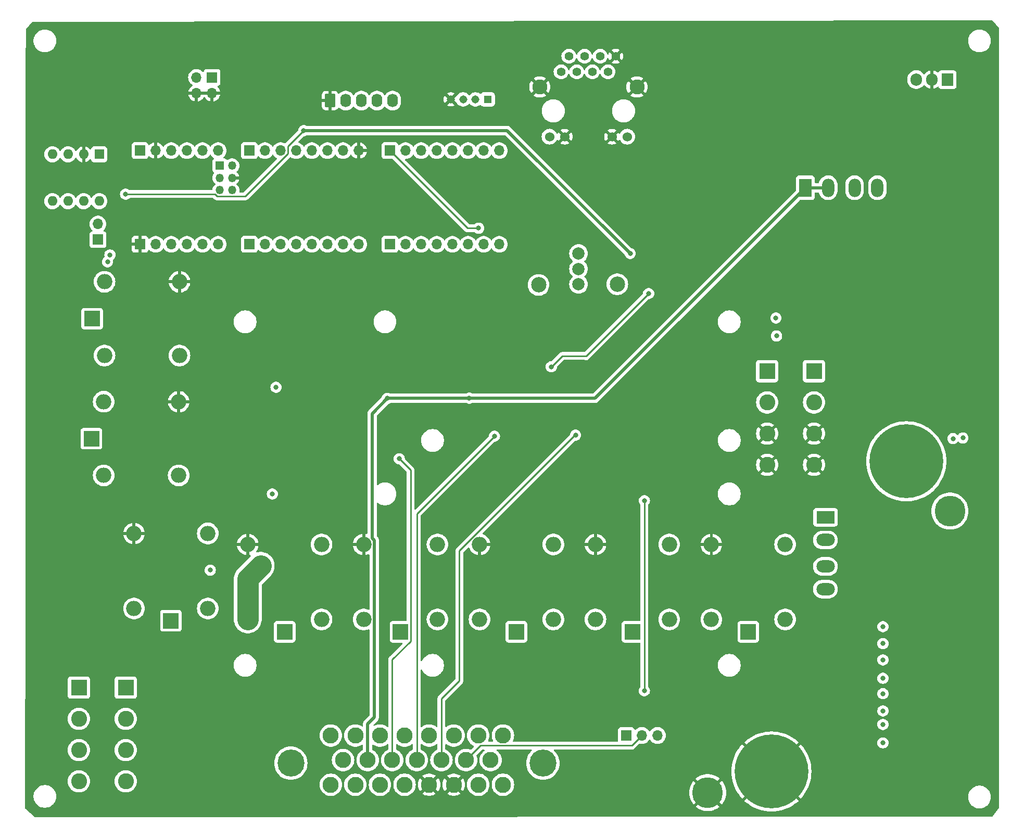
<source format=gbr>
%TF.GenerationSoftware,KiCad,Pcbnew,8.0.8*%
%TF.CreationDate,2025-03-16T07:00:45-06:00*%
%TF.ProjectId,RC11,52433131-2e6b-4696-9361-645f70636258,rev?*%
%TF.SameCoordinates,Original*%
%TF.FileFunction,Copper,L3,Inr*%
%TF.FilePolarity,Positive*%
%FSLAX46Y46*%
G04 Gerber Fmt 4.6, Leading zero omitted, Abs format (unit mm)*
G04 Created by KiCad (PCBNEW 8.0.8) date 2025-03-16 07:00:45*
%MOMM*%
%LPD*%
G01*
G04 APERTURE LIST*
G04 Aperture macros list*
%AMRoundRect*
0 Rectangle with rounded corners*
0 $1 Rounding radius*
0 $2 $3 $4 $5 $6 $7 $8 $9 X,Y pos of 4 corners*
0 Add a 4 corners polygon primitive as box body*
4,1,4,$2,$3,$4,$5,$6,$7,$8,$9,$2,$3,0*
0 Add four circle primitives for the rounded corners*
1,1,$1+$1,$2,$3*
1,1,$1+$1,$4,$5*
1,1,$1+$1,$6,$7*
1,1,$1+$1,$8,$9*
0 Add four rect primitives between the rounded corners*
20,1,$1+$1,$2,$3,$4,$5,0*
20,1,$1+$1,$4,$5,$6,$7,0*
20,1,$1+$1,$6,$7,$8,$9,0*
20,1,$1+$1,$8,$9,$2,$3,0*%
G04 Aperture macros list end*
%TA.AperFunction,ComponentPad*%
%ADD10R,1.600000X1.600000*%
%TD*%
%TA.AperFunction,ComponentPad*%
%ADD11O,1.600000X1.600000*%
%TD*%
%TA.AperFunction,ComponentPad*%
%ADD12R,1.905000X2.000000*%
%TD*%
%TA.AperFunction,ComponentPad*%
%ADD13O,1.905000X2.000000*%
%TD*%
%TA.AperFunction,ComponentPad*%
%ADD14C,2.500000*%
%TD*%
%TA.AperFunction,ComponentPad*%
%ADD15C,2.000000*%
%TD*%
%TA.AperFunction,ComponentPad*%
%ADD16R,2.600000X2.600000*%
%TD*%
%TA.AperFunction,ComponentPad*%
%ADD17C,2.600000*%
%TD*%
%TA.AperFunction,ComponentPad*%
%ADD18O,2.500000X2.500000*%
%TD*%
%TA.AperFunction,ComponentPad*%
%ADD19R,2.500000X2.500000*%
%TD*%
%TA.AperFunction,ComponentPad*%
%ADD20R,1.308000X1.308000*%
%TD*%
%TA.AperFunction,ComponentPad*%
%ADD21C,1.308000*%
%TD*%
%TA.AperFunction,ComponentPad*%
%ADD22R,1.700000X1.700000*%
%TD*%
%TA.AperFunction,ComponentPad*%
%ADD23O,1.700000X1.700000*%
%TD*%
%TA.AperFunction,ComponentPad*%
%ADD24C,1.397000*%
%TD*%
%TA.AperFunction,ComponentPad*%
%ADD25C,1.524000*%
%TD*%
%TA.AperFunction,ComponentPad*%
%ADD26C,2.445000*%
%TD*%
%TA.AperFunction,ComponentPad*%
%ADD27RoundRect,0.250000X-0.620000X-0.845000X0.620000X-0.845000X0.620000X0.845000X-0.620000X0.845000X0*%
%TD*%
%TA.AperFunction,ComponentPad*%
%ADD28O,1.740000X2.190000*%
%TD*%
%TA.AperFunction,ComponentPad*%
%ADD29C,2.625000*%
%TD*%
%TA.AperFunction,ComponentPad*%
%ADD30C,4.395000*%
%TD*%
%TA.AperFunction,ComponentPad*%
%ADD31C,12.000000*%
%TD*%
%TA.AperFunction,ComponentPad*%
%ADD32C,5.000000*%
%TD*%
%TA.AperFunction,ComponentPad*%
%ADD33R,1.350000X1.350000*%
%TD*%
%TA.AperFunction,ComponentPad*%
%ADD34O,1.350000X1.350000*%
%TD*%
%TA.AperFunction,ComponentPad*%
%ADD35R,2.000000X3.000000*%
%TD*%
%TA.AperFunction,ComponentPad*%
%ADD36O,2.000000X3.000000*%
%TD*%
%TA.AperFunction,ComponentPad*%
%ADD37R,3.000000X2.000000*%
%TD*%
%TA.AperFunction,ComponentPad*%
%ADD38O,3.000000X2.000000*%
%TD*%
%TA.AperFunction,ViaPad*%
%ADD39C,0.800000*%
%TD*%
%TA.AperFunction,Conductor*%
%ADD40C,3.500000*%
%TD*%
%TA.AperFunction,Conductor*%
%ADD41C,0.254000*%
%TD*%
%TA.AperFunction,Conductor*%
%ADD42C,0.508000*%
%TD*%
G04 APERTURE END LIST*
D10*
%TO.N,uC_CTX*%
%TO.C,U8*%
X32350000Y-51960000D03*
D11*
%TO.N,GND*%
X29810000Y-51960000D03*
%TO.N,+5V*%
X27270000Y-51960000D03*
%TO.N,uC_CRX*%
X24730000Y-51960000D03*
%TO.N,+3.3V*%
X24730000Y-59580000D03*
%TO.N,CANL*%
X27270000Y-59580000D03*
%TO.N,CANH*%
X29810000Y-59580000D03*
%TO.N,Standby*%
X32350000Y-59580000D03*
%TD*%
D12*
%TO.N,Net-(U4-VI)*%
%TO.C,U4*%
X170300000Y-39800000D03*
D13*
%TO.N,GND*%
X167760000Y-39800000D03*
%TO.N,Net-(U4-VO)*%
X165220000Y-39800000D03*
%TD*%
D14*
%TO.N,Net-(U5A-+)*%
%TO.C,TP2*%
X103800000Y-73200000D03*
%TD*%
%TO.N,Net-(U5B--)*%
%TO.C,TP1*%
X116600000Y-73100000D03*
%TD*%
D15*
%TO.N,Net-(U5B--)*%
%TO.C,RV1*%
X110300000Y-73100000D03*
X110300000Y-70600000D03*
%TO.N,Net-(U5A-+)*%
X110300000Y-68100000D03*
%TD*%
D16*
%TO.N,M1A*%
%TO.C,KF2*%
X29045000Y-138715000D03*
X36665000Y-138715000D03*
D17*
%TO.N,M1B*%
X29045000Y-143795000D03*
X36665000Y-143795000D03*
%TO.N,M2A*%
X29045000Y-148875000D03*
X36665000Y-148875000D03*
%TO.N,M2B*%
X29045000Y-153955000D03*
X36665000Y-153955000D03*
%TD*%
D16*
%TO.N,12V_In*%
%TO.C,KF1*%
X140980000Y-87240000D03*
X148600000Y-87240000D03*
D17*
X140980000Y-92320000D03*
X148600000Y-92320000D03*
%TO.N,GND*%
X140980000Y-97400000D03*
X148600000Y-97400000D03*
X140980000Y-102480000D03*
X148600000Y-102480000D03*
%TD*%
D18*
%TO.N,Net-(U3-O1)*%
%TO.C,K8*%
X143900000Y-127627500D03*
%TO.N,+12V*%
X131900000Y-127627500D03*
D19*
%TO.N,R8*%
X137900000Y-129627500D03*
D18*
%TO.N,GND*%
X131900000Y-115427500D03*
%TO.N,+12V*%
X143900000Y-115427500D03*
%TD*%
%TO.N,Net-(U3-O2)*%
%TO.C,K7*%
X125050000Y-127627500D03*
%TO.N,+12V*%
X113050000Y-127627500D03*
D19*
%TO.N,R7*%
X119050000Y-129627500D03*
D18*
%TO.N,GND*%
X113050000Y-115427500D03*
%TO.N,+12V*%
X125050000Y-115427500D03*
%TD*%
%TO.N,Net-(U3-O3)*%
%TO.C,K6*%
X106200000Y-127627500D03*
%TO.N,+12V*%
X94200000Y-127627500D03*
D19*
%TO.N,R6*%
X100200000Y-129627500D03*
D18*
%TO.N,GND*%
X94200000Y-115427500D03*
%TO.N,+12V*%
X106200000Y-115427500D03*
%TD*%
%TO.N,Net-(U3-O4)*%
%TO.C,K5*%
X87350000Y-127627500D03*
%TO.N,+12V*%
X75350000Y-127627500D03*
D19*
%TO.N,R5*%
X81350000Y-129627500D03*
D18*
%TO.N,GND*%
X75350000Y-115427500D03*
%TO.N,+12V*%
X87350000Y-115427500D03*
%TD*%
%TO.N,Net-(U3-O6)*%
%TO.C,K4*%
X68500000Y-127627500D03*
%TO.N,+12V*%
X56500000Y-127627500D03*
D19*
%TO.N,R3*%
X62500000Y-129627500D03*
D18*
%TO.N,GND*%
X56500000Y-115427500D03*
%TO.N,+12V*%
X68500000Y-115427500D03*
%TD*%
%TO.N,Net-(U3-O5)*%
%TO.C,K3*%
X50000000Y-125827500D03*
%TO.N,+12V*%
X38000000Y-125827500D03*
D19*
%TO.N,R4*%
X44000000Y-127827500D03*
D18*
%TO.N,GND*%
X38000000Y-113627500D03*
%TO.N,+12V*%
X50000000Y-113627500D03*
%TD*%
%TO.N,Net-(U3-O7)*%
%TO.C,K2*%
X33072500Y-104200000D03*
%TO.N,+12V*%
X33072500Y-92200000D03*
D19*
%TO.N,R2*%
X31072500Y-98200000D03*
D18*
%TO.N,GND*%
X45272500Y-92200000D03*
%TO.N,+12V*%
X45272500Y-104200000D03*
%TD*%
%TO.N,Net-(U3-O8)*%
%TO.C,K1*%
X33200000Y-84700000D03*
%TO.N,+12V*%
X33200000Y-72700000D03*
D19*
%TO.N,R1*%
X31200000Y-78700000D03*
D18*
%TO.N,GND*%
X45400000Y-72700000D03*
%TO.N,+12V*%
X45400000Y-84700000D03*
%TD*%
D20*
%TO.N,Dir1Pin*%
%TO.C,J21*%
X95523200Y-43017000D03*
D21*
%TO.N,PWM1Pin*%
X93523200Y-43017000D03*
%TO.N,unconnected-(J21-Red-Pad3)*%
X91523200Y-43017000D03*
%TO.N,GND*%
X89523200Y-43017000D03*
%TD*%
D22*
%TO.N,Net-(J18-Pin_1)*%
%TO.C,J18*%
X32140000Y-65845000D03*
D23*
%TO.N,CANH*%
X32140000Y-63305000D03*
%TD*%
D22*
%TO.N,Net-(J17-Pin_1)*%
%TO.C,J17*%
X118060000Y-146500000D03*
D23*
%TO.N,PressureSensor*%
X120600000Y-146500000D03*
%TO.N,Net-(J17-Pin_3)*%
X123140000Y-146500000D03*
%TD*%
D22*
%TO.N,Net-(J16-Pin_1)*%
%TO.C,J16*%
X56760000Y-51360000D03*
D23*
%TO.N,Net-(J16-Pin_2)*%
X59300000Y-51360000D03*
%TO.N,unconnected-(J16-Pin_3-Pad3)*%
X61840000Y-51360000D03*
%TO.N,unconnected-(J16-Pin_4-Pad4)*%
X64380000Y-51360000D03*
%TO.N,PWM2Pin*%
X66920000Y-51360000D03*
%TO.N,Dir2Pin*%
X69460000Y-51360000D03*
%TO.N,unconnected-(J16-Pin_7-Pad7)*%
X72000000Y-51360000D03*
%TO.N,GND*%
X74540000Y-51360000D03*
%TD*%
D22*
%TO.N,+5V*%
%TO.C,J15*%
X38980000Y-51360000D03*
D23*
%TO.N,GND*%
X41520000Y-51360000D03*
%TO.N,unconnected-(J15-Pin_3-Pad3)*%
X44060000Y-51360000D03*
%TO.N,uC_CRX*%
X46600000Y-51360000D03*
%TO.N,uC_CTX*%
X49140000Y-51360000D03*
%TO.N,unconnected-(J15-Pin_6-Pad6)*%
X51680000Y-51360000D03*
%TD*%
D24*
%TO.N,Net-(J1-Pin_6)*%
%TO.C,J14*%
X107454999Y-38540000D03*
%TO.N,Net-(J1-Pin_5)*%
X108724999Y-36000000D03*
%TO.N,Net-(J1-Pin_1)*%
X109994999Y-38540000D03*
%TO.N,Net-(C8-Pad1)*%
X111264999Y-36000000D03*
X112534999Y-38540000D03*
%TO.N,Net-(J1-Pin_2)*%
X113804999Y-36000000D03*
%TO.N,unconnected-(J14-NC-Pad7)*%
X115074999Y-38540000D03*
%TO.N,GND*%
X116344999Y-36000000D03*
D25*
%TO.N,Net-(J1-Pin_3)*%
X105574998Y-49089999D03*
%TO.N,GND*%
X108064998Y-49089999D03*
X115735000Y-49089999D03*
%TO.N,Net-(J14-LED-Pad12)*%
X118225000Y-49089999D03*
D26*
%TO.N,GND*%
X119799998Y-41000000D03*
X104000000Y-41000000D03*
%TD*%
D27*
%TO.N,GND*%
%TO.C,J13*%
X69891800Y-43237000D03*
D28*
%TO.N,PWM2Pin*%
X72431800Y-43237000D03*
%TO.N,Dir2Pin*%
X74971800Y-43237000D03*
%TO.N,PWM1Pin*%
X77511800Y-43237000D03*
%TO.N,Dir1Pin*%
X80051800Y-43237000D03*
%TD*%
D29*
%TO.N,M1A*%
%TO.C,J12*%
X70000000Y-146500000D03*
%TO.N,R1*%
X74000000Y-146500000D03*
%TO.N,R2*%
X78000000Y-146500000D03*
%TO.N,R3*%
X82000000Y-146500000D03*
%TO.N,R4*%
X86000000Y-146500000D03*
%TO.N,R5*%
X90000000Y-146500000D03*
%TO.N,R6*%
X94000000Y-146500000D03*
%TO.N,R7*%
X98000000Y-146500000D03*
%TO.N,M1B*%
X72000000Y-150500000D03*
%TO.N,+5VA*%
X76000000Y-150500000D03*
%TO.N,FlowSensor1*%
X80000000Y-150500000D03*
%TO.N,FlowSensor2*%
X84000000Y-150500000D03*
%TO.N,WorkSwitch*%
X88000000Y-150500000D03*
%TO.N,PressureSensor*%
X92000000Y-150500000D03*
%TO.N,R8*%
X96000000Y-150500000D03*
%TO.N,M2A*%
X70000000Y-154500000D03*
%TO.N,M2B*%
X74000000Y-154500000D03*
%TO.N,CANL*%
X78000000Y-154500000D03*
%TO.N,CANH*%
X82000000Y-154500000D03*
%TO.N,GND*%
X86000000Y-154500000D03*
X90000000Y-154500000D03*
%TO.N,12V_In*%
X94000000Y-154500000D03*
X98000000Y-154500000D03*
D30*
%TO.N,unconnected-(J12-PadMH1)*%
X63500000Y-151000000D03*
%TO.N,unconnected-(J12-PadMH2)*%
X104500000Y-151000000D03*
%TD*%
D31*
%TO.N,GND*%
%TO.C,J11*%
X141670000Y-152360000D03*
%TD*%
D32*
%TO.N,GND*%
%TO.C,J10*%
X131300000Y-155800000D03*
%TD*%
D31*
%TO.N,12V_In*%
%TO.C,J9*%
X163600000Y-101900000D03*
%TD*%
D32*
%TO.N,12V_In*%
%TO.C,J8*%
X170700000Y-110000000D03*
%TD*%
D22*
%TO.N,PressurePin*%
%TO.C,J7*%
X79620000Y-51360000D03*
D23*
%TO.N,unconnected-(J7-Pin_2-Pad2)*%
X82160000Y-51360000D03*
%TO.N,unconnected-(J7-Pin_3-Pad3)*%
X84700000Y-51360000D03*
%TO.N,Dir1Pin*%
X87240000Y-51360000D03*
%TO.N,PWM1Pin*%
X89780000Y-51360000D03*
%TO.N,unconnected-(J7-Pin_6-Pad6)*%
X92320000Y-51360000D03*
%TO.N,unconnected-(J7-Pin_7-Pad7)*%
X94860000Y-51360000D03*
%TO.N,unconnected-(J7-Pin_8-Pad8)*%
X97400000Y-51360000D03*
%TD*%
D22*
%TO.N,Standby*%
%TO.C,J6*%
X56760000Y-66600000D03*
D23*
%TO.N,unconnected-(J6-Pin_2-Pad2)*%
X59300000Y-66600000D03*
%TO.N,RLY1*%
X61840000Y-66600000D03*
%TO.N,RLY2*%
X64380000Y-66600000D03*
%TO.N,RLY3*%
X66920000Y-66600000D03*
%TO.N,RLY4*%
X69460000Y-66600000D03*
%TO.N,RLY5*%
X72000000Y-66600000D03*
%TO.N,unconnected-(J6-Pin_8-Pad8)*%
X74540000Y-66600000D03*
%TD*%
D22*
%TO.N,RLY6*%
%TO.C,J5*%
X79620000Y-66600000D03*
D23*
%TO.N,RLY7*%
X82160000Y-66600000D03*
%TO.N,RLY8*%
X84700000Y-66600000D03*
%TO.N,FlowPin1*%
X87240000Y-66600000D03*
%TO.N,FlowPin2*%
X89780000Y-66600000D03*
%TO.N,WorkPin*%
X92320000Y-66600000D03*
%TO.N,unconnected-(J5-Pin_7-Pad7)*%
X94860000Y-66600000D03*
%TO.N,unconnected-(J5-Pin_8-Pad8)*%
X97400000Y-66600000D03*
%TD*%
D22*
%TO.N,GND*%
%TO.C,J4*%
X38980000Y-66600000D03*
D23*
%TO.N,unconnected-(J4-Pin_2-Pad2)*%
X41520000Y-66600000D03*
%TO.N,unconnected-(J4-Pin_3-Pad3)*%
X44060000Y-66600000D03*
%TO.N,unconnected-(J4-Pin_4-Pad4)*%
X46600000Y-66600000D03*
%TO.N,unconnected-(J4-Pin_5-Pad5)*%
X49140000Y-66600000D03*
%TO.N,unconnected-(J4-Pin_6-Pad6)*%
X51680000Y-66600000D03*
%TD*%
D22*
%TO.N,+5V*%
%TO.C,J2*%
X50700000Y-39460000D03*
D23*
X48160000Y-39460000D03*
%TO.N,GND*%
X50700000Y-42000000D03*
X48160000Y-42000000D03*
%TD*%
D33*
%TO.N,Net-(J1-Pin_1)*%
%TO.C,J1*%
X51950000Y-53798400D03*
D34*
%TO.N,Net-(J1-Pin_2)*%
X53950000Y-53798400D03*
%TO.N,Net-(J1-Pin_3)*%
X51950000Y-55798400D03*
%TO.N,GND*%
X53950000Y-55798400D03*
%TO.N,Net-(J1-Pin_5)*%
X51950000Y-57798400D03*
%TO.N,Net-(J1-Pin_6)*%
X53950000Y-57798400D03*
%TD*%
D35*
%TO.N,+5VA*%
%TO.C,F2*%
X147200000Y-57400000D03*
D36*
X150900000Y-57400000D03*
%TO.N,Net-(U4-VO)*%
X155200000Y-57400000D03*
X158900000Y-57400000D03*
%TD*%
D37*
%TO.N,+12V*%
%TO.C,F1*%
X150455000Y-110995000D03*
D38*
X150455000Y-114695000D03*
%TO.N,12V_In*%
X150455000Y-118995000D03*
X150455000Y-122695000D03*
%TD*%
D39*
%TO.N,GND*%
X90510000Y-95180000D03*
X136800000Y-51400000D03*
X169500000Y-134271428D03*
X47000000Y-151100000D03*
X161500000Y-53900000D03*
X173900000Y-70700000D03*
X23980000Y-69450000D03*
X129205578Y-99115578D03*
X169500000Y-142628570D03*
X139000000Y-75400000D03*
X169500000Y-148200000D03*
X128917928Y-140723000D03*
X62100000Y-77000000D03*
X63300000Y-103300000D03*
X161100000Y-44400000D03*
X142100000Y-75500000D03*
X59700000Y-137000000D03*
X169500000Y-131485714D03*
X127200000Y-86300000D03*
X157900000Y-61300000D03*
X169500000Y-139842856D03*
X27570000Y-65635000D03*
X35650000Y-61400000D03*
X115300000Y-55200000D03*
X123200000Y-94000000D03*
X120900000Y-144100000D03*
X136400000Y-75400000D03*
X103670000Y-95130000D03*
X174400000Y-61300000D03*
X134500000Y-62600000D03*
X56700000Y-55700000D03*
X169496926Y-137176445D03*
X122800000Y-86500000D03*
X169500000Y-145414284D03*
X174200000Y-54100000D03*
X121100000Y-66800000D03*
X116740000Y-95090000D03*
X113210000Y-85870000D03*
X169500000Y-128700000D03*
X123500000Y-77500000D03*
X124100000Y-39700000D03*
X118800000Y-55900000D03*
X24160000Y-49930000D03*
X48670280Y-137665000D03*
X126549422Y-136280000D03*
X120700000Y-72400000D03*
X109100000Y-79100000D03*
%TO.N,+12V*%
X142400000Y-78600000D03*
X171200000Y-98200000D03*
X142500000Y-81500000D03*
X58600000Y-118900000D03*
X61095790Y-89844210D03*
X172800000Y-98100004D03*
%TO.N,+5V*%
X105870000Y-86530000D03*
X121700000Y-74600000D03*
%TO.N,+3.3V*%
X36630000Y-58440000D03*
X118700000Y-68100000D03*
X65600000Y-48100000D03*
%TO.N,Net-(D14-A)*%
X121000000Y-108300000D03*
X121000000Y-139223000D03*
%TO.N,R1*%
X159800000Y-128800000D03*
%TO.N,R2*%
X159800000Y-131550000D03*
%TO.N,R8*%
X159800000Y-147700000D03*
%TO.N,R7*%
X159800000Y-144700000D03*
%TO.N,R6*%
X159800000Y-142500000D03*
%TO.N,R5*%
X159800000Y-139700000D03*
%TO.N,R4*%
X159800000Y-137200000D03*
%TO.N,R3*%
X159800000Y-134200000D03*
%TO.N,FlowSensor2*%
X96620000Y-97810000D03*
%TO.N,FlowSensor1*%
X81140000Y-101490000D03*
%TO.N,WorkSwitch*%
X109810000Y-97650000D03*
%TO.N,+5VA*%
X79190000Y-91660000D03*
X92530000Y-91620000D03*
%TO.N,CANL*%
X33700000Y-69460000D03*
%TO.N,CANH*%
X34090000Y-68330000D03*
%TO.N,PressurePin*%
X94050000Y-63980000D03*
%TO.N,Net-(U3-O6)*%
X60500000Y-107200000D03*
%TO.N,Net-(U3-O5)*%
X50400000Y-119600000D03*
%TD*%
D40*
%TO.N,+12V*%
X56500000Y-127627500D02*
X56500000Y-121000000D01*
X56500000Y-121000000D02*
X58600000Y-118900000D01*
D41*
%TO.N,+5V*%
X111535000Y-84765000D02*
X107635000Y-84765000D01*
X111595000Y-84705000D02*
X121700000Y-74600000D01*
X111500000Y-84800000D02*
X111595000Y-84705000D01*
X111595000Y-84705000D02*
X111535000Y-84765000D01*
X107635000Y-84765000D02*
X105870000Y-86530000D01*
%TO.N,+3.3V*%
X63017000Y-51847530D02*
X56064130Y-58800400D01*
X63017000Y-50683000D02*
X63017000Y-51847530D01*
X51534958Y-58800400D02*
X51174558Y-58440000D01*
D42*
X98700000Y-48100000D02*
X118700000Y-68100000D01*
D41*
X65600000Y-48100000D02*
X63017000Y-50683000D01*
X56064130Y-58800400D02*
X51534958Y-58800400D01*
D42*
X65600000Y-48100000D02*
X98700000Y-48100000D01*
D41*
X51174558Y-58440000D02*
X36630000Y-58440000D01*
%TO.N,Net-(D14-A)*%
X121000000Y-108300000D02*
X121000000Y-139223000D01*
%TO.N,FlowSensor2*%
X84000000Y-150500000D02*
X84000000Y-110430000D01*
X84000000Y-110430000D02*
X96620000Y-97810000D01*
%TO.N,FlowSensor1*%
X82980000Y-131151500D02*
X82980000Y-103330000D01*
X80000000Y-134131500D02*
X82980000Y-131151500D01*
X80000000Y-150500000D02*
X80000000Y-134131500D01*
X82980000Y-103330000D02*
X81140000Y-101490000D01*
%TO.N,WorkSwitch*%
X88000000Y-150500000D02*
X88000000Y-140500000D01*
X90900000Y-116470000D02*
X109720000Y-97650000D01*
X90900000Y-137600000D02*
X90900000Y-116470000D01*
X109720000Y-97650000D02*
X109810000Y-97650000D01*
X88000000Y-140500000D02*
X90900000Y-137600000D01*
D42*
%TO.N,+5VA*%
X77054000Y-114721680D02*
X76716000Y-114383680D01*
X76000000Y-150500000D02*
X76000000Y-144599999D01*
X92490000Y-91660000D02*
X92530000Y-91620000D01*
X112980000Y-91620000D02*
X147200000Y-57400000D01*
X150900000Y-57400000D02*
X147200000Y-57400000D01*
X76000000Y-144599999D02*
X77054000Y-143545999D01*
X92530000Y-91620000D02*
X112980000Y-91620000D01*
X76716000Y-114383680D02*
X76716000Y-94134000D01*
X76716000Y-94134000D02*
X79190000Y-91660000D01*
X79190000Y-91660000D02*
X92490000Y-91660000D01*
X77054000Y-143545999D02*
X77054000Y-114721680D01*
D41*
%TO.N,PressureSensor*%
X92000000Y-150500000D02*
X94360500Y-148139500D01*
X118960500Y-148139500D02*
X120600000Y-146500000D01*
X94360500Y-148139500D02*
X118960500Y-148139500D01*
%TO.N,PressurePin*%
X94050000Y-63980000D02*
X92240000Y-63980000D01*
X92240000Y-63980000D02*
X79620000Y-51360000D01*
%TD*%
%TA.AperFunction,Conductor*%
%TO.N,GND*%
G36*
X50234075Y-41807007D02*
G01*
X50200000Y-41934174D01*
X50200000Y-42065826D01*
X50234075Y-42192993D01*
X50266988Y-42250000D01*
X48593012Y-42250000D01*
X48625925Y-42192993D01*
X48660000Y-42065826D01*
X48660000Y-41934174D01*
X48625925Y-41807007D01*
X48593012Y-41750000D01*
X50266988Y-41750000D01*
X50234075Y-41807007D01*
G37*
%TD.AperFunction*%
%TA.AperFunction,Conductor*%
G36*
X177609457Y-30219672D02*
G01*
X177637208Y-30243974D01*
X178670660Y-31465325D01*
X178698937Y-31529217D01*
X178700000Y-31545422D01*
X178700000Y-158159406D01*
X178680315Y-158226445D01*
X178675994Y-158232735D01*
X177637129Y-159649369D01*
X177581611Y-159691789D01*
X177537215Y-159700040D01*
X21946637Y-159799970D01*
X21879585Y-159780328D01*
X21864902Y-159769289D01*
X20342389Y-158437089D01*
X20304899Y-158378130D01*
X20300044Y-158343672D01*
X20300114Y-158256052D01*
X20301673Y-156278711D01*
X21649500Y-156278711D01*
X21649500Y-156521288D01*
X21681161Y-156761785D01*
X21743947Y-156996104D01*
X21785367Y-157096100D01*
X21836776Y-157220212D01*
X21958064Y-157430289D01*
X21958066Y-157430292D01*
X21958067Y-157430293D01*
X22105733Y-157622736D01*
X22105739Y-157622743D01*
X22277256Y-157794260D01*
X22277262Y-157794265D01*
X22469711Y-157941936D01*
X22679788Y-158063224D01*
X22903900Y-158156054D01*
X23138211Y-158218838D01*
X23318586Y-158242584D01*
X23378711Y-158250500D01*
X23378712Y-158250500D01*
X23621289Y-158250500D01*
X23669388Y-158244167D01*
X23861789Y-158218838D01*
X24096100Y-158156054D01*
X24320212Y-158063224D01*
X24530289Y-157941936D01*
X24722738Y-157794265D01*
X24894265Y-157622738D01*
X25041936Y-157430289D01*
X25163224Y-157220212D01*
X25256054Y-156996100D01*
X25318838Y-156761789D01*
X25350500Y-156521288D01*
X25350500Y-156278712D01*
X25349617Y-156272008D01*
X25334023Y-156153553D01*
X25318838Y-156038211D01*
X25256054Y-155803900D01*
X25163224Y-155579788D01*
X25041936Y-155369711D01*
X24902921Y-155188543D01*
X24894266Y-155177263D01*
X24894260Y-155177256D01*
X24722743Y-155005739D01*
X24722736Y-155005733D01*
X24530293Y-154858067D01*
X24530292Y-154858066D01*
X24530289Y-154858064D01*
X24320212Y-154736776D01*
X24320205Y-154736773D01*
X24096104Y-154643947D01*
X23861785Y-154581161D01*
X23621289Y-154549500D01*
X23621288Y-154549500D01*
X23378712Y-154549500D01*
X23378711Y-154549500D01*
X23138214Y-154581161D01*
X22903895Y-154643947D01*
X22679794Y-154736773D01*
X22679785Y-154736777D01*
X22469706Y-154858067D01*
X22277263Y-155005733D01*
X22277256Y-155005739D01*
X22105739Y-155177256D01*
X22105733Y-155177263D01*
X21958067Y-155369706D01*
X21836777Y-155579785D01*
X21836773Y-155579794D01*
X21743947Y-155803895D01*
X21681161Y-156038214D01*
X21649500Y-156278711D01*
X20301673Y-156278711D01*
X20303506Y-153954995D01*
X27231429Y-153954995D01*
X27231429Y-153955004D01*
X27251683Y-154225289D01*
X27251684Y-154225294D01*
X27251684Y-154225298D01*
X27251685Y-154225299D01*
X27252554Y-154229105D01*
X27311997Y-154489545D01*
X27311999Y-154489554D01*
X27312001Y-154489559D01*
X27411029Y-154741879D01*
X27546557Y-154976621D01*
X27715558Y-155188542D01*
X27914257Y-155372907D01*
X28138215Y-155525599D01*
X28382428Y-155643206D01*
X28641442Y-155723101D01*
X28641443Y-155723101D01*
X28641446Y-155723102D01*
X28909464Y-155763499D01*
X28909469Y-155763499D01*
X28909472Y-155763500D01*
X28909473Y-155763500D01*
X29180527Y-155763500D01*
X29180528Y-155763500D01*
X29180535Y-155763499D01*
X29448553Y-155723102D01*
X29448554Y-155723101D01*
X29448558Y-155723101D01*
X29707572Y-155643206D01*
X29951786Y-155525599D01*
X30175743Y-155372907D01*
X30374442Y-155188542D01*
X30543443Y-154976621D01*
X30678971Y-154741879D01*
X30777999Y-154489559D01*
X30838315Y-154225299D01*
X30848789Y-154085532D01*
X30858571Y-153955004D01*
X30858571Y-153954995D01*
X34851429Y-153954995D01*
X34851429Y-153955004D01*
X34871683Y-154225289D01*
X34871684Y-154225294D01*
X34871684Y-154225298D01*
X34871685Y-154225299D01*
X34872554Y-154229105D01*
X34931997Y-154489545D01*
X34931999Y-154489554D01*
X34932001Y-154489559D01*
X35031029Y-154741879D01*
X35166557Y-154976621D01*
X35335558Y-155188542D01*
X35534257Y-155372907D01*
X35758215Y-155525599D01*
X36002428Y-155643206D01*
X36261442Y-155723101D01*
X36261443Y-155723101D01*
X36261446Y-155723102D01*
X36529464Y-155763499D01*
X36529469Y-155763499D01*
X36529472Y-155763500D01*
X36529473Y-155763500D01*
X36800527Y-155763500D01*
X36800528Y-155763500D01*
X36800535Y-155763499D01*
X37068553Y-155723102D01*
X37068554Y-155723101D01*
X37068558Y-155723101D01*
X37327572Y-155643206D01*
X37571786Y-155525599D01*
X37795743Y-155372907D01*
X37994442Y-155188542D01*
X38163443Y-154976621D01*
X38298971Y-154741879D01*
X38393903Y-154499995D01*
X68173894Y-154499995D01*
X68173894Y-154500004D01*
X68194288Y-154772157D01*
X68194289Y-154772162D01*
X68255019Y-155038240D01*
X68255021Y-155038249D01*
X68255023Y-155038254D01*
X68354735Y-155292318D01*
X68491200Y-155528682D01*
X68661370Y-155742068D01*
X68861442Y-155927707D01*
X69086947Y-156081454D01*
X69086952Y-156081456D01*
X69086953Y-156081457D01*
X69086954Y-156081458D01*
X69217551Y-156144349D01*
X69332845Y-156199872D01*
X69332846Y-156199872D01*
X69332849Y-156199874D01*
X69593653Y-156280322D01*
X69593654Y-156280322D01*
X69593657Y-156280323D01*
X69863527Y-156320999D01*
X69863532Y-156320999D01*
X69863535Y-156321000D01*
X69863536Y-156321000D01*
X70136464Y-156321000D01*
X70136465Y-156321000D01*
X70136472Y-156320999D01*
X70406342Y-156280323D01*
X70406343Y-156280322D01*
X70406347Y-156280322D01*
X70667151Y-156199874D01*
X70913053Y-156081454D01*
X71138558Y-155927707D01*
X71338630Y-155742068D01*
X71508800Y-155528682D01*
X71645265Y-155292318D01*
X71744977Y-155038254D01*
X71805710Y-154772167D01*
X71805711Y-154772157D01*
X71826106Y-154500004D01*
X71826106Y-154499995D01*
X72173894Y-154499995D01*
X72173894Y-154500004D01*
X72194288Y-154772157D01*
X72194289Y-154772162D01*
X72255019Y-155038240D01*
X72255021Y-155038249D01*
X72255023Y-155038254D01*
X72354735Y-155292318D01*
X72491200Y-155528682D01*
X72661370Y-155742068D01*
X72861442Y-155927707D01*
X73086947Y-156081454D01*
X73086952Y-156081456D01*
X73086953Y-156081457D01*
X73086954Y-156081458D01*
X73217551Y-156144349D01*
X73332845Y-156199872D01*
X73332846Y-156199872D01*
X73332849Y-156199874D01*
X73593653Y-156280322D01*
X73593654Y-156280322D01*
X73593657Y-156280323D01*
X73863527Y-156320999D01*
X73863532Y-156320999D01*
X73863535Y-156321000D01*
X73863536Y-156321000D01*
X74136464Y-156321000D01*
X74136465Y-156321000D01*
X74136472Y-156320999D01*
X74406342Y-156280323D01*
X74406343Y-156280322D01*
X74406347Y-156280322D01*
X74667151Y-156199874D01*
X74913053Y-156081454D01*
X75138558Y-155927707D01*
X75338630Y-155742068D01*
X75508800Y-155528682D01*
X75645265Y-155292318D01*
X75744977Y-155038254D01*
X75805710Y-154772167D01*
X75805711Y-154772157D01*
X75826106Y-154500004D01*
X75826106Y-154499995D01*
X76173894Y-154499995D01*
X76173894Y-154500004D01*
X76194288Y-154772157D01*
X76194289Y-154772162D01*
X76255019Y-155038240D01*
X76255021Y-155038249D01*
X76255023Y-155038254D01*
X76354735Y-155292318D01*
X76491200Y-155528682D01*
X76661370Y-155742068D01*
X76861442Y-155927707D01*
X77086947Y-156081454D01*
X77086952Y-156081456D01*
X77086953Y-156081457D01*
X77086954Y-156081458D01*
X77217551Y-156144349D01*
X77332845Y-156199872D01*
X77332846Y-156199872D01*
X77332849Y-156199874D01*
X77593653Y-156280322D01*
X77593654Y-156280322D01*
X77593657Y-156280323D01*
X77863527Y-156320999D01*
X77863532Y-156320999D01*
X77863535Y-156321000D01*
X77863536Y-156321000D01*
X78136464Y-156321000D01*
X78136465Y-156321000D01*
X78136472Y-156320999D01*
X78406342Y-156280323D01*
X78406343Y-156280322D01*
X78406347Y-156280322D01*
X78667151Y-156199874D01*
X78913053Y-156081454D01*
X79138558Y-155927707D01*
X79338630Y-155742068D01*
X79508800Y-155528682D01*
X79645265Y-155292318D01*
X79744977Y-155038254D01*
X79805710Y-154772167D01*
X79805711Y-154772157D01*
X79826106Y-154500004D01*
X79826106Y-154499995D01*
X80173894Y-154499995D01*
X80173894Y-154500004D01*
X80194288Y-154772157D01*
X80194289Y-154772162D01*
X80255019Y-155038240D01*
X80255021Y-155038249D01*
X80255023Y-155038254D01*
X80354735Y-155292318D01*
X80491200Y-155528682D01*
X80661370Y-155742068D01*
X80861442Y-155927707D01*
X81086947Y-156081454D01*
X81086952Y-156081456D01*
X81086953Y-156081457D01*
X81086954Y-156081458D01*
X81217551Y-156144349D01*
X81332845Y-156199872D01*
X81332846Y-156199872D01*
X81332849Y-156199874D01*
X81593653Y-156280322D01*
X81593654Y-156280322D01*
X81593657Y-156280323D01*
X81863527Y-156320999D01*
X81863532Y-156320999D01*
X81863535Y-156321000D01*
X81863536Y-156321000D01*
X82136464Y-156321000D01*
X82136465Y-156321000D01*
X82136472Y-156320999D01*
X82406342Y-156280323D01*
X82406343Y-156280322D01*
X82406347Y-156280322D01*
X82667151Y-156199874D01*
X82913053Y-156081454D01*
X83138558Y-155927707D01*
X83338630Y-155742068D01*
X83508800Y-155528682D01*
X83645265Y-155292318D01*
X83744977Y-155038254D01*
X83805710Y-154772167D01*
X83805711Y-154772157D01*
X83826106Y-154500004D01*
X83826106Y-154499995D01*
X84182418Y-154499995D01*
X84182418Y-154500004D01*
X84202718Y-154770894D01*
X84263165Y-155035730D01*
X84263170Y-155035747D01*
X84362415Y-155288619D01*
X84362414Y-155288619D01*
X84498245Y-155523883D01*
X84553399Y-155593045D01*
X84553400Y-155593045D01*
X85227546Y-154918899D01*
X85320343Y-155057780D01*
X85442220Y-155179657D01*
X85581099Y-155272453D01*
X84905853Y-155947698D01*
X85091215Y-156074075D01*
X85091216Y-156074076D01*
X85335960Y-156191937D01*
X85335958Y-156191937D01*
X85595541Y-156272008D01*
X85595547Y-156272009D01*
X85864166Y-156312499D01*
X85864172Y-156312500D01*
X86135828Y-156312500D01*
X86135833Y-156312499D01*
X86404452Y-156272009D01*
X86404458Y-156272008D01*
X86664040Y-156191937D01*
X86908783Y-156074076D01*
X86908784Y-156074075D01*
X87094145Y-155947698D01*
X86418900Y-155272453D01*
X86557780Y-155179657D01*
X86679657Y-155057780D01*
X86772453Y-154918900D01*
X87446598Y-155593045D01*
X87446599Y-155593044D01*
X87501750Y-155523889D01*
X87501757Y-155523878D01*
X87637584Y-155288619D01*
X87736829Y-155035747D01*
X87736834Y-155035730D01*
X87797281Y-154770894D01*
X87817582Y-154500004D01*
X87817582Y-154499995D01*
X88182418Y-154499995D01*
X88182418Y-154500004D01*
X88202718Y-154770894D01*
X88263165Y-155035730D01*
X88263170Y-155035747D01*
X88362415Y-155288619D01*
X88362414Y-155288619D01*
X88498245Y-155523883D01*
X88553399Y-155593045D01*
X88553400Y-155593045D01*
X89227546Y-154918899D01*
X89320343Y-155057780D01*
X89442220Y-155179657D01*
X89581099Y-155272453D01*
X88905853Y-155947698D01*
X89091215Y-156074075D01*
X89091216Y-156074076D01*
X89335960Y-156191937D01*
X89335958Y-156191937D01*
X89595541Y-156272008D01*
X89595547Y-156272009D01*
X89864166Y-156312499D01*
X89864172Y-156312500D01*
X90135828Y-156312500D01*
X90135833Y-156312499D01*
X90404452Y-156272009D01*
X90404458Y-156272008D01*
X90664040Y-156191937D01*
X90908783Y-156074076D01*
X90908784Y-156074075D01*
X91094145Y-155947698D01*
X90418900Y-155272453D01*
X90557780Y-155179657D01*
X90679657Y-155057780D01*
X90772453Y-154918900D01*
X91446598Y-155593045D01*
X91446599Y-155593044D01*
X91501750Y-155523889D01*
X91501757Y-155523878D01*
X91637584Y-155288619D01*
X91736829Y-155035747D01*
X91736834Y-155035730D01*
X91797281Y-154770894D01*
X91817582Y-154500004D01*
X91817582Y-154499995D01*
X92173894Y-154499995D01*
X92173894Y-154500004D01*
X92194288Y-154772157D01*
X92194289Y-154772162D01*
X92255019Y-155038240D01*
X92255021Y-155038249D01*
X92255023Y-155038254D01*
X92354735Y-155292318D01*
X92491200Y-155528682D01*
X92661370Y-155742068D01*
X92861442Y-155927707D01*
X93086947Y-156081454D01*
X93086952Y-156081456D01*
X93086953Y-156081457D01*
X93086954Y-156081458D01*
X93217551Y-156144349D01*
X93332845Y-156199872D01*
X93332846Y-156199872D01*
X93332849Y-156199874D01*
X93593653Y-156280322D01*
X93593654Y-156280322D01*
X93593657Y-156280323D01*
X93863527Y-156320999D01*
X93863532Y-156320999D01*
X93863535Y-156321000D01*
X93863536Y-156321000D01*
X94136464Y-156321000D01*
X94136465Y-156321000D01*
X94136472Y-156320999D01*
X94406342Y-156280323D01*
X94406343Y-156280322D01*
X94406347Y-156280322D01*
X94667151Y-156199874D01*
X94913053Y-156081454D01*
X95138558Y-155927707D01*
X95338630Y-155742068D01*
X95508800Y-155528682D01*
X95645265Y-155292318D01*
X95744977Y-155038254D01*
X95805710Y-154772167D01*
X95805711Y-154772157D01*
X95826106Y-154500004D01*
X95826106Y-154499995D01*
X96173894Y-154499995D01*
X96173894Y-154500004D01*
X96194288Y-154772157D01*
X96194289Y-154772162D01*
X96255019Y-155038240D01*
X96255021Y-155038249D01*
X96255023Y-155038254D01*
X96354735Y-155292318D01*
X96491200Y-155528682D01*
X96661370Y-155742068D01*
X96861442Y-155927707D01*
X97086947Y-156081454D01*
X97086952Y-156081456D01*
X97086953Y-156081457D01*
X97086954Y-156081458D01*
X97217551Y-156144349D01*
X97332845Y-156199872D01*
X97332846Y-156199872D01*
X97332849Y-156199874D01*
X97593653Y-156280322D01*
X97593654Y-156280322D01*
X97593657Y-156280323D01*
X97863527Y-156320999D01*
X97863532Y-156320999D01*
X97863535Y-156321000D01*
X97863536Y-156321000D01*
X98136464Y-156321000D01*
X98136465Y-156321000D01*
X98136472Y-156320999D01*
X98406342Y-156280323D01*
X98406343Y-156280322D01*
X98406347Y-156280322D01*
X98667151Y-156199874D01*
X98913053Y-156081454D01*
X99138558Y-155927707D01*
X99276198Y-155799996D01*
X128294916Y-155799996D01*
X128294916Y-155800003D01*
X128315235Y-156148869D01*
X128315236Y-156148880D01*
X128375914Y-156493002D01*
X128375916Y-156493011D01*
X128476145Y-156827800D01*
X128614555Y-157148670D01*
X128614561Y-157148683D01*
X128789289Y-157451322D01*
X128997972Y-157731631D01*
X128997976Y-157731636D01*
X129006147Y-157740297D01*
X129006148Y-157740298D01*
X130437426Y-156309020D01*
X130523249Y-156437463D01*
X130662537Y-156576751D01*
X130790978Y-156662573D01*
X129362817Y-158090733D01*
X129362818Y-158090734D01*
X129505480Y-158210442D01*
X129797461Y-158402480D01*
X130109739Y-158559314D01*
X130109745Y-158559316D01*
X130438130Y-158678838D01*
X130438133Y-158678839D01*
X130778171Y-158759429D01*
X131125276Y-158799999D01*
X131125277Y-158800000D01*
X131474723Y-158800000D01*
X131474723Y-158799999D01*
X131821827Y-158759429D01*
X131821829Y-158759429D01*
X132161866Y-158678839D01*
X132161869Y-158678838D01*
X132490254Y-158559316D01*
X132490260Y-158559314D01*
X132802538Y-158402480D01*
X133094515Y-158210445D01*
X133237180Y-158090734D01*
X133237181Y-158090733D01*
X131809020Y-156662573D01*
X131937463Y-156576751D01*
X132076751Y-156437463D01*
X132162573Y-156309020D01*
X133593850Y-157740297D01*
X133602032Y-157731625D01*
X133810710Y-157451322D01*
X133985438Y-157148683D01*
X133985444Y-157148670D01*
X134123854Y-156827800D01*
X134224083Y-156493011D01*
X134224085Y-156493002D01*
X134284763Y-156148880D01*
X134284764Y-156148869D01*
X134305084Y-155800003D01*
X134305084Y-155799996D01*
X134284764Y-155451130D01*
X134284763Y-155451119D01*
X134224085Y-155106997D01*
X134224083Y-155106988D01*
X134123854Y-154772199D01*
X133985444Y-154451329D01*
X133985438Y-154451316D01*
X133810710Y-154148677D01*
X133602029Y-153868371D01*
X133593850Y-153859701D01*
X133593850Y-153859700D01*
X132162573Y-155290978D01*
X132076751Y-155162537D01*
X131937463Y-155023249D01*
X131809020Y-154937425D01*
X133237181Y-153509265D01*
X133237180Y-153509264D01*
X133094519Y-153389557D01*
X132802538Y-153197519D01*
X132490260Y-153040685D01*
X132490254Y-153040683D01*
X132161869Y-152921161D01*
X132161866Y-152921160D01*
X131821828Y-152840570D01*
X131474723Y-152800000D01*
X131125277Y-152800000D01*
X130778172Y-152840570D01*
X130778170Y-152840570D01*
X130438133Y-152921160D01*
X130438130Y-152921161D01*
X130109745Y-153040683D01*
X130109739Y-153040685D01*
X129797461Y-153197519D01*
X129505485Y-153389554D01*
X129362817Y-153509264D01*
X130790979Y-154937426D01*
X130662537Y-155023249D01*
X130523249Y-155162537D01*
X130437426Y-155290979D01*
X129006148Y-153859701D01*
X129006146Y-153859701D01*
X128997973Y-153868366D01*
X128789289Y-154148677D01*
X128614561Y-154451316D01*
X128614555Y-154451329D01*
X128476145Y-154772199D01*
X128375916Y-155106988D01*
X128375914Y-155106997D01*
X128315236Y-155451119D01*
X128315235Y-155451130D01*
X128294916Y-155799996D01*
X99276198Y-155799996D01*
X99338630Y-155742068D01*
X99508800Y-155528682D01*
X99645265Y-155292318D01*
X99744977Y-155038254D01*
X99805710Y-154772167D01*
X99805711Y-154772157D01*
X99826106Y-154500004D01*
X99826106Y-154499995D01*
X99805711Y-154227842D01*
X99805710Y-154227837D01*
X99805710Y-154227833D01*
X99744977Y-153961746D01*
X99645265Y-153707682D01*
X99508800Y-153471318D01*
X99338630Y-153257932D01*
X99138558Y-153072293D01*
X98913053Y-152918546D01*
X98913049Y-152918544D01*
X98913046Y-152918542D01*
X98913045Y-152918541D01*
X98667153Y-152800127D01*
X98667155Y-152800127D01*
X98406348Y-152719678D01*
X98406342Y-152719676D01*
X98136472Y-152679000D01*
X98136465Y-152679000D01*
X97863535Y-152679000D01*
X97863527Y-152679000D01*
X97593657Y-152719676D01*
X97593651Y-152719678D01*
X97332845Y-152800127D01*
X97086954Y-152918541D01*
X97086953Y-152918542D01*
X96861441Y-153072293D01*
X96661372Y-153257930D01*
X96661370Y-153257932D01*
X96491200Y-153471318D01*
X96354735Y-153707681D01*
X96255025Y-153961740D01*
X96255019Y-153961759D01*
X96194289Y-154227837D01*
X96194288Y-154227842D01*
X96173894Y-154499995D01*
X95826106Y-154499995D01*
X95805711Y-154227842D01*
X95805710Y-154227837D01*
X95805710Y-154227833D01*
X95744977Y-153961746D01*
X95645265Y-153707682D01*
X95508800Y-153471318D01*
X95338630Y-153257932D01*
X95138558Y-153072293D01*
X94913053Y-152918546D01*
X94913049Y-152918544D01*
X94913046Y-152918542D01*
X94913045Y-152918541D01*
X94667153Y-152800127D01*
X94667155Y-152800127D01*
X94406348Y-152719678D01*
X94406342Y-152719676D01*
X94136472Y-152679000D01*
X94136465Y-152679000D01*
X93863535Y-152679000D01*
X93863527Y-152679000D01*
X93593657Y-152719676D01*
X93593651Y-152719678D01*
X93332845Y-152800127D01*
X93086954Y-152918541D01*
X93086953Y-152918542D01*
X92861441Y-153072293D01*
X92661372Y-153257930D01*
X92661370Y-153257932D01*
X92491200Y-153471318D01*
X92354735Y-153707681D01*
X92255025Y-153961740D01*
X92255019Y-153961759D01*
X92194289Y-154227837D01*
X92194288Y-154227842D01*
X92173894Y-154499995D01*
X91817582Y-154499995D01*
X91797281Y-154229105D01*
X91736834Y-153964269D01*
X91736829Y-153964252D01*
X91637584Y-153711380D01*
X91637585Y-153711380D01*
X91501754Y-153476116D01*
X91446599Y-153406953D01*
X90772453Y-154081099D01*
X90679657Y-153942220D01*
X90557780Y-153820343D01*
X90418899Y-153727546D01*
X91094145Y-153052300D01*
X90908791Y-152925928D01*
X90908783Y-152925923D01*
X90664039Y-152808062D01*
X90664041Y-152808062D01*
X90404458Y-152727991D01*
X90404452Y-152727990D01*
X90135833Y-152687500D01*
X89864166Y-152687500D01*
X89595547Y-152727990D01*
X89595541Y-152727991D01*
X89335959Y-152808062D01*
X89091216Y-152925923D01*
X89091208Y-152925928D01*
X88905853Y-153052300D01*
X89581099Y-153727546D01*
X89442220Y-153820343D01*
X89320343Y-153942220D01*
X89227546Y-154081100D01*
X88553400Y-153406954D01*
X88498242Y-153476120D01*
X88362415Y-153711380D01*
X88263170Y-153964252D01*
X88263165Y-153964269D01*
X88202718Y-154229105D01*
X88182418Y-154499995D01*
X87817582Y-154499995D01*
X87797281Y-154229105D01*
X87736834Y-153964269D01*
X87736829Y-153964252D01*
X87637584Y-153711380D01*
X87637585Y-153711380D01*
X87501754Y-153476116D01*
X87446599Y-153406953D01*
X86772453Y-154081099D01*
X86679657Y-153942220D01*
X86557780Y-153820343D01*
X86418899Y-153727546D01*
X87094145Y-153052300D01*
X86908791Y-152925928D01*
X86908783Y-152925923D01*
X86664039Y-152808062D01*
X86664041Y-152808062D01*
X86404458Y-152727991D01*
X86404452Y-152727990D01*
X86135833Y-152687500D01*
X85864166Y-152687500D01*
X85595547Y-152727990D01*
X85595541Y-152727991D01*
X85335959Y-152808062D01*
X85091216Y-152925923D01*
X85091208Y-152925928D01*
X84905853Y-153052300D01*
X85581099Y-153727546D01*
X85442220Y-153820343D01*
X85320343Y-153942220D01*
X85227546Y-154081100D01*
X84553400Y-153406954D01*
X84498242Y-153476120D01*
X84362415Y-153711380D01*
X84263170Y-153964252D01*
X84263165Y-153964269D01*
X84202718Y-154229105D01*
X84182418Y-154499995D01*
X83826106Y-154499995D01*
X83805711Y-154227842D01*
X83805710Y-154227837D01*
X83805710Y-154227833D01*
X83744977Y-153961746D01*
X83645265Y-153707682D01*
X83508800Y-153471318D01*
X83338630Y-153257932D01*
X83138558Y-153072293D01*
X82913053Y-152918546D01*
X82913049Y-152918544D01*
X82913046Y-152918542D01*
X82913045Y-152918541D01*
X82667153Y-152800127D01*
X82667155Y-152800127D01*
X82406348Y-152719678D01*
X82406342Y-152719676D01*
X82136472Y-152679000D01*
X82136465Y-152679000D01*
X81863535Y-152679000D01*
X81863527Y-152679000D01*
X81593657Y-152719676D01*
X81593651Y-152719678D01*
X81332845Y-152800127D01*
X81086954Y-152918541D01*
X81086953Y-152918542D01*
X80861441Y-153072293D01*
X80661372Y-153257930D01*
X80661370Y-153257932D01*
X80491200Y-153471318D01*
X80354735Y-153707681D01*
X80255025Y-153961740D01*
X80255019Y-153961759D01*
X80194289Y-154227837D01*
X80194288Y-154227842D01*
X80173894Y-154499995D01*
X79826106Y-154499995D01*
X79805711Y-154227842D01*
X79805710Y-154227837D01*
X79805710Y-154227833D01*
X79744977Y-153961746D01*
X79645265Y-153707682D01*
X79508800Y-153471318D01*
X79338630Y-153257932D01*
X79138558Y-153072293D01*
X78913053Y-152918546D01*
X78913049Y-152918544D01*
X78913046Y-152918542D01*
X78913045Y-152918541D01*
X78667153Y-152800127D01*
X78667155Y-152800127D01*
X78406348Y-152719678D01*
X78406342Y-152719676D01*
X78136472Y-152679000D01*
X78136465Y-152679000D01*
X77863535Y-152679000D01*
X77863527Y-152679000D01*
X77593657Y-152719676D01*
X77593651Y-152719678D01*
X77332845Y-152800127D01*
X77086954Y-152918541D01*
X77086953Y-152918542D01*
X76861441Y-153072293D01*
X76661372Y-153257930D01*
X76661370Y-153257932D01*
X76491200Y-153471318D01*
X76354735Y-153707681D01*
X76255025Y-153961740D01*
X76255019Y-153961759D01*
X76194289Y-154227837D01*
X76194288Y-154227842D01*
X76173894Y-154499995D01*
X75826106Y-154499995D01*
X75805711Y-154227842D01*
X75805710Y-154227837D01*
X75805710Y-154227833D01*
X75744977Y-153961746D01*
X75645265Y-153707682D01*
X75508800Y-153471318D01*
X75338630Y-153257932D01*
X75138558Y-153072293D01*
X74913053Y-152918546D01*
X74913049Y-152918544D01*
X74913046Y-152918542D01*
X74913045Y-152918541D01*
X74667153Y-152800127D01*
X74667155Y-152800127D01*
X74406348Y-152719678D01*
X74406342Y-152719676D01*
X74136472Y-152679000D01*
X74136465Y-152679000D01*
X73863535Y-152679000D01*
X73863527Y-152679000D01*
X73593657Y-152719676D01*
X73593651Y-152719678D01*
X73332845Y-152800127D01*
X73086954Y-152918541D01*
X73086953Y-152918542D01*
X72861441Y-153072293D01*
X72661372Y-153257930D01*
X72661370Y-153257932D01*
X72491200Y-153471318D01*
X72354735Y-153707681D01*
X72255025Y-153961740D01*
X72255019Y-153961759D01*
X72194289Y-154227837D01*
X72194288Y-154227842D01*
X72173894Y-154499995D01*
X71826106Y-154499995D01*
X71805711Y-154227842D01*
X71805710Y-154227837D01*
X71805710Y-154227833D01*
X71744977Y-153961746D01*
X71645265Y-153707682D01*
X71508800Y-153471318D01*
X71338630Y-153257932D01*
X71138558Y-153072293D01*
X70913053Y-152918546D01*
X70913049Y-152918544D01*
X70913046Y-152918542D01*
X70913045Y-152918541D01*
X70667153Y-152800127D01*
X70667155Y-152800127D01*
X70406348Y-152719678D01*
X70406342Y-152719676D01*
X70136472Y-152679000D01*
X70136465Y-152679000D01*
X69863535Y-152679000D01*
X69863527Y-152679000D01*
X69593657Y-152719676D01*
X69593651Y-152719678D01*
X69332845Y-152800127D01*
X69086954Y-152918541D01*
X69086953Y-152918542D01*
X68861441Y-153072293D01*
X68661372Y-153257930D01*
X68661370Y-153257932D01*
X68491200Y-153471318D01*
X68354735Y-153707681D01*
X68255025Y-153961740D01*
X68255019Y-153961759D01*
X68194289Y-154227837D01*
X68194288Y-154227842D01*
X68173894Y-154499995D01*
X38393903Y-154499995D01*
X38397999Y-154489559D01*
X38458315Y-154225299D01*
X38468789Y-154085532D01*
X38478571Y-153955004D01*
X38478571Y-153954995D01*
X38458316Y-153684710D01*
X38458315Y-153684705D01*
X38458315Y-153684701D01*
X38397999Y-153420441D01*
X38298971Y-153168121D01*
X38163443Y-152933379D01*
X37994442Y-152721458D01*
X37795743Y-152537093D01*
X37571786Y-152384401D01*
X37571780Y-152384398D01*
X37571779Y-152384397D01*
X37571778Y-152384396D01*
X37327574Y-152266795D01*
X37327576Y-152266795D01*
X37068559Y-152186899D01*
X37068553Y-152186897D01*
X36800535Y-152146500D01*
X36800528Y-152146500D01*
X36529472Y-152146500D01*
X36529464Y-152146500D01*
X36261446Y-152186897D01*
X36261440Y-152186899D01*
X36002427Y-152266794D01*
X35758219Y-152384398D01*
X35534256Y-152537093D01*
X35335560Y-152721456D01*
X35335558Y-152721458D01*
X35166557Y-152933379D01*
X35031029Y-153168120D01*
X34932003Y-153420435D01*
X34931997Y-153420454D01*
X34871684Y-153684705D01*
X34871683Y-153684710D01*
X34851429Y-153954995D01*
X30858571Y-153954995D01*
X30838316Y-153684710D01*
X30838315Y-153684705D01*
X30838315Y-153684701D01*
X30777999Y-153420441D01*
X30678971Y-153168121D01*
X30543443Y-152933379D01*
X30374442Y-152721458D01*
X30175743Y-152537093D01*
X29951786Y-152384401D01*
X29951780Y-152384398D01*
X29951779Y-152384397D01*
X29951778Y-152384396D01*
X29707574Y-152266795D01*
X29707576Y-152266795D01*
X29448559Y-152186899D01*
X29448553Y-152186897D01*
X29180535Y-152146500D01*
X29180528Y-152146500D01*
X28909472Y-152146500D01*
X28909464Y-152146500D01*
X28641446Y-152186897D01*
X28641440Y-152186899D01*
X28382427Y-152266794D01*
X28138219Y-152384398D01*
X27914256Y-152537093D01*
X27715560Y-152721456D01*
X27715558Y-152721458D01*
X27546557Y-152933379D01*
X27411029Y-153168120D01*
X27312003Y-153420435D01*
X27311997Y-153420454D01*
X27251684Y-153684705D01*
X27251683Y-153684710D01*
X27231429Y-153954995D01*
X20303506Y-153954995D01*
X20305836Y-151000000D01*
X60789054Y-151000000D01*
X60808819Y-151326763D01*
X60867828Y-151648771D01*
X60965214Y-151961297D01*
X60965225Y-151961326D01*
X61099567Y-152259820D01*
X61099580Y-152259844D01*
X61268929Y-152539984D01*
X61268939Y-152539999D01*
X61470830Y-152797693D01*
X61702306Y-153029169D01*
X61960000Y-153231060D01*
X61960004Y-153231062D01*
X61960007Y-153231065D01*
X62240161Y-153400423D01*
X62240169Y-153400426D01*
X62240179Y-153400432D01*
X62538673Y-153534774D01*
X62538678Y-153534776D01*
X62538685Y-153534779D01*
X62538691Y-153534781D01*
X62538702Y-153534785D01*
X62828215Y-153625000D01*
X62851228Y-153632171D01*
X63173232Y-153691180D01*
X63500000Y-153710946D01*
X63826768Y-153691180D01*
X64148772Y-153632171D01*
X64287379Y-153588979D01*
X64461297Y-153534785D01*
X64461302Y-153534782D01*
X64461315Y-153534779D01*
X64518004Y-153509265D01*
X64759820Y-153400432D01*
X64759824Y-153400429D01*
X64759839Y-153400423D01*
X65039993Y-153231065D01*
X65297690Y-153029172D01*
X65529172Y-152797690D01*
X65731065Y-152539993D01*
X65900423Y-152259839D01*
X65916005Y-152225219D01*
X66034774Y-151961326D01*
X66034773Y-151961326D01*
X66034779Y-151961315D01*
X66132171Y-151648772D01*
X66191180Y-151326768D01*
X66210946Y-151000000D01*
X66191180Y-150673232D01*
X66159433Y-150499995D01*
X70173894Y-150499995D01*
X70173894Y-150500004D01*
X70194288Y-150772157D01*
X70194289Y-150772162D01*
X70255019Y-151038240D01*
X70255021Y-151038249D01*
X70255023Y-151038254D01*
X70354735Y-151292318D01*
X70491200Y-151528682D01*
X70661370Y-151742068D01*
X70861442Y-151927707D01*
X71086947Y-152081454D01*
X71086952Y-152081456D01*
X71086953Y-152081457D01*
X71086954Y-152081458D01*
X71217551Y-152144349D01*
X71332845Y-152199872D01*
X71332846Y-152199872D01*
X71332849Y-152199874D01*
X71593653Y-152280322D01*
X71593654Y-152280322D01*
X71593657Y-152280323D01*
X71863527Y-152320999D01*
X71863532Y-152320999D01*
X71863535Y-152321000D01*
X71863536Y-152321000D01*
X72136464Y-152321000D01*
X72136465Y-152321000D01*
X72136472Y-152320999D01*
X72406342Y-152280323D01*
X72406343Y-152280322D01*
X72406347Y-152280322D01*
X72667151Y-152199874D01*
X72913053Y-152081454D01*
X73138558Y-151927707D01*
X73338630Y-151742068D01*
X73508800Y-151528682D01*
X73645265Y-151292318D01*
X73744977Y-151038254D01*
X73805710Y-150772167D01*
X73821037Y-150567639D01*
X73826106Y-150500004D01*
X73826106Y-150499995D01*
X73805711Y-150227842D01*
X73805710Y-150227837D01*
X73805710Y-150227833D01*
X73744977Y-149961746D01*
X73645265Y-149707682D01*
X73508800Y-149471318D01*
X73338630Y-149257932D01*
X73138558Y-149072293D01*
X72913053Y-148918546D01*
X72913047Y-148918543D01*
X72913046Y-148918542D01*
X72913045Y-148918541D01*
X72667153Y-148800127D01*
X72667155Y-148800127D01*
X72406348Y-148719678D01*
X72406342Y-148719676D01*
X72136472Y-148679000D01*
X72136465Y-148679000D01*
X71863535Y-148679000D01*
X71863527Y-148679000D01*
X71593657Y-148719676D01*
X71593651Y-148719678D01*
X71332845Y-148800127D01*
X71086954Y-148918541D01*
X71086953Y-148918542D01*
X70861441Y-149072293D01*
X70661372Y-149257930D01*
X70661370Y-149257932D01*
X70491200Y-149471318D01*
X70354735Y-149707681D01*
X70255025Y-149961740D01*
X70255019Y-149961759D01*
X70194289Y-150227837D01*
X70194288Y-150227842D01*
X70173894Y-150499995D01*
X66159433Y-150499995D01*
X66132171Y-150351228D01*
X66093720Y-150227833D01*
X66034785Y-150038702D01*
X66034774Y-150038673D01*
X65900432Y-149740179D01*
X65900426Y-149740169D01*
X65900423Y-149740161D01*
X65731065Y-149460007D01*
X65691545Y-149409564D01*
X65529169Y-149202306D01*
X65297693Y-148970830D01*
X65039999Y-148768939D01*
X65039984Y-148768929D01*
X64759844Y-148599580D01*
X64759843Y-148599579D01*
X64759839Y-148599577D01*
X64759835Y-148599575D01*
X64759820Y-148599567D01*
X64461326Y-148465225D01*
X64461297Y-148465214D01*
X64148771Y-148367828D01*
X63826763Y-148308819D01*
X63500000Y-148289054D01*
X63173236Y-148308819D01*
X62851228Y-148367828D01*
X62538702Y-148465214D01*
X62538673Y-148465225D01*
X62240179Y-148599567D01*
X62240155Y-148599580D01*
X61960015Y-148768929D01*
X61960000Y-148768939D01*
X61702306Y-148970830D01*
X61470830Y-149202306D01*
X61268939Y-149460000D01*
X61268929Y-149460015D01*
X61099580Y-149740155D01*
X61099567Y-149740179D01*
X60965225Y-150038673D01*
X60965214Y-150038702D01*
X60867828Y-150351228D01*
X60808819Y-150673236D01*
X60789054Y-151000000D01*
X20305836Y-151000000D01*
X20307512Y-148874995D01*
X27231429Y-148874995D01*
X27231429Y-148875004D01*
X27251683Y-149145289D01*
X27251684Y-149145294D01*
X27311997Y-149409545D01*
X27311999Y-149409554D01*
X27312001Y-149409559D01*
X27411029Y-149661879D01*
X27546557Y-149896621D01*
X27715558Y-150108542D01*
X27914257Y-150292907D01*
X28138215Y-150445599D01*
X28382428Y-150563206D01*
X28641442Y-150643101D01*
X28641443Y-150643101D01*
X28641446Y-150643102D01*
X28909464Y-150683499D01*
X28909469Y-150683499D01*
X28909472Y-150683500D01*
X28909473Y-150683500D01*
X29180527Y-150683500D01*
X29180528Y-150683500D01*
X29180535Y-150683499D01*
X29448553Y-150643102D01*
X29448554Y-150643101D01*
X29448558Y-150643101D01*
X29707572Y-150563206D01*
X29951786Y-150445599D01*
X30175743Y-150292907D01*
X30374442Y-150108542D01*
X30543443Y-149896621D01*
X30678971Y-149661879D01*
X30777999Y-149409559D01*
X30838315Y-149145299D01*
X30853144Y-148947425D01*
X30858571Y-148875004D01*
X30858571Y-148874995D01*
X34851429Y-148874995D01*
X34851429Y-148875004D01*
X34871683Y-149145289D01*
X34871684Y-149145294D01*
X34931997Y-149409545D01*
X34931999Y-149409554D01*
X34932001Y-149409559D01*
X35031029Y-149661879D01*
X35166557Y-149896621D01*
X35335558Y-150108542D01*
X35534257Y-150292907D01*
X35758215Y-150445599D01*
X36002428Y-150563206D01*
X36261442Y-150643101D01*
X36261443Y-150643101D01*
X36261446Y-150643102D01*
X36529464Y-150683499D01*
X36529469Y-150683499D01*
X36529472Y-150683500D01*
X36529473Y-150683500D01*
X36800527Y-150683500D01*
X36800528Y-150683500D01*
X36800535Y-150683499D01*
X37068553Y-150643102D01*
X37068554Y-150643101D01*
X37068558Y-150643101D01*
X37327572Y-150563206D01*
X37571786Y-150445599D01*
X37795743Y-150292907D01*
X37994442Y-150108542D01*
X38163443Y-149896621D01*
X38298971Y-149661879D01*
X38397999Y-149409559D01*
X38458315Y-149145299D01*
X38473144Y-148947425D01*
X38478571Y-148875004D01*
X38478571Y-148874995D01*
X38458316Y-148604710D01*
X38458315Y-148604705D01*
X38458315Y-148604701D01*
X38397999Y-148340441D01*
X38298971Y-148088121D01*
X38163443Y-147853379D01*
X37994442Y-147641458D01*
X37795743Y-147457093D01*
X37571786Y-147304401D01*
X37571780Y-147304398D01*
X37571779Y-147304397D01*
X37571778Y-147304396D01*
X37327574Y-147186795D01*
X37327576Y-147186795D01*
X37068559Y-147106899D01*
X37068553Y-147106897D01*
X36800535Y-147066500D01*
X36800528Y-147066500D01*
X36529472Y-147066500D01*
X36529464Y-147066500D01*
X36261446Y-147106897D01*
X36261440Y-147106899D01*
X36002427Y-147186794D01*
X35758219Y-147304398D01*
X35534256Y-147457093D01*
X35335560Y-147641456D01*
X35335558Y-147641458D01*
X35166557Y-147853379D01*
X35031029Y-148088120D01*
X34932003Y-148340435D01*
X34931997Y-148340454D01*
X34871684Y-148604705D01*
X34871683Y-148604710D01*
X34851429Y-148874995D01*
X30858571Y-148874995D01*
X30838316Y-148604710D01*
X30838315Y-148604705D01*
X30838315Y-148604701D01*
X30777999Y-148340441D01*
X30678971Y-148088121D01*
X30543443Y-147853379D01*
X30374442Y-147641458D01*
X30175743Y-147457093D01*
X29951786Y-147304401D01*
X29951780Y-147304398D01*
X29951779Y-147304397D01*
X29951778Y-147304396D01*
X29707574Y-147186795D01*
X29707576Y-147186795D01*
X29448559Y-147106899D01*
X29448553Y-147106897D01*
X29180535Y-147066500D01*
X29180528Y-147066500D01*
X28909472Y-147066500D01*
X28909464Y-147066500D01*
X28641446Y-147106897D01*
X28641440Y-147106899D01*
X28382427Y-147186794D01*
X28138219Y-147304398D01*
X27914256Y-147457093D01*
X27715560Y-147641456D01*
X27715558Y-147641458D01*
X27546557Y-147853379D01*
X27411029Y-148088120D01*
X27312003Y-148340435D01*
X27311997Y-148340454D01*
X27251684Y-148604705D01*
X27251683Y-148604710D01*
X27231429Y-148874995D01*
X20307512Y-148874995D01*
X20309385Y-146499995D01*
X68173894Y-146499995D01*
X68173894Y-146500004D01*
X68194288Y-146772157D01*
X68194289Y-146772162D01*
X68255019Y-147038240D01*
X68255021Y-147038249D01*
X68255023Y-147038254D01*
X68354735Y-147292318D01*
X68491200Y-147528682D01*
X68661370Y-147742068D01*
X68861442Y-147927707D01*
X69086947Y-148081454D01*
X69086952Y-148081456D01*
X69086953Y-148081457D01*
X69086954Y-148081458D01*
X69198811Y-148135325D01*
X69332845Y-148199872D01*
X69332846Y-148199872D01*
X69332849Y-148199874D01*
X69593653Y-148280322D01*
X69593654Y-148280322D01*
X69593657Y-148280323D01*
X69863527Y-148320999D01*
X69863532Y-148320999D01*
X69863535Y-148321000D01*
X69863536Y-148321000D01*
X70136464Y-148321000D01*
X70136465Y-148321000D01*
X70136472Y-148320999D01*
X70406342Y-148280323D01*
X70406343Y-148280322D01*
X70406347Y-148280322D01*
X70667151Y-148199874D01*
X70913053Y-148081454D01*
X71138558Y-147927707D01*
X71338630Y-147742068D01*
X71508800Y-147528682D01*
X71645265Y-147292318D01*
X71744977Y-147038254D01*
X71805710Y-146772167D01*
X71826106Y-146500000D01*
X71826106Y-146499995D01*
X72173894Y-146499995D01*
X72173894Y-146500004D01*
X72194288Y-146772157D01*
X72194289Y-146772162D01*
X72255019Y-147038240D01*
X72255021Y-147038249D01*
X72255023Y-147038254D01*
X72354735Y-147292318D01*
X72491200Y-147528682D01*
X72661370Y-147742068D01*
X72861442Y-147927707D01*
X73086947Y-148081454D01*
X73086952Y-148081456D01*
X73086953Y-148081457D01*
X73086954Y-148081458D01*
X73198811Y-148135325D01*
X73332845Y-148199872D01*
X73332846Y-148199872D01*
X73332849Y-148199874D01*
X73593653Y-148280322D01*
X73593654Y-148280322D01*
X73593657Y-148280323D01*
X73863527Y-148320999D01*
X73863532Y-148320999D01*
X73863535Y-148321000D01*
X73863536Y-148321000D01*
X74136464Y-148321000D01*
X74136465Y-148321000D01*
X74136472Y-148320999D01*
X74406342Y-148280323D01*
X74406343Y-148280322D01*
X74406347Y-148280322D01*
X74667151Y-148199874D01*
X74913053Y-148081454D01*
X75043649Y-147992414D01*
X75110127Y-147970914D01*
X75177677Y-147988768D01*
X75224851Y-148040307D01*
X75237500Y-148094868D01*
X75237500Y-148768128D01*
X75217815Y-148835167D01*
X75167303Y-148879848D01*
X75090890Y-148916647D01*
X75086947Y-148918546D01*
X75024473Y-148961140D01*
X74861441Y-149072293D01*
X74661372Y-149257930D01*
X74661370Y-149257932D01*
X74491200Y-149471318D01*
X74354735Y-149707681D01*
X74255025Y-149961740D01*
X74255019Y-149961759D01*
X74194289Y-150227837D01*
X74194288Y-150227842D01*
X74173894Y-150499995D01*
X74173894Y-150500004D01*
X74194288Y-150772157D01*
X74194289Y-150772162D01*
X74255019Y-151038240D01*
X74255021Y-151038249D01*
X74255023Y-151038254D01*
X74354735Y-151292318D01*
X74491200Y-151528682D01*
X74661370Y-151742068D01*
X74861442Y-151927707D01*
X75086947Y-152081454D01*
X75086952Y-152081456D01*
X75086953Y-152081457D01*
X75086954Y-152081458D01*
X75217551Y-152144349D01*
X75332845Y-152199872D01*
X75332846Y-152199872D01*
X75332849Y-152199874D01*
X75593653Y-152280322D01*
X75593654Y-152280322D01*
X75593657Y-152280323D01*
X75863527Y-152320999D01*
X75863532Y-152320999D01*
X75863535Y-152321000D01*
X75863536Y-152321000D01*
X76136464Y-152321000D01*
X76136465Y-152321000D01*
X76136472Y-152320999D01*
X76406342Y-152280323D01*
X76406343Y-152280322D01*
X76406347Y-152280322D01*
X76667151Y-152199874D01*
X76913053Y-152081454D01*
X77138558Y-151927707D01*
X77338630Y-151742068D01*
X77508800Y-151528682D01*
X77645265Y-151292318D01*
X77744977Y-151038254D01*
X77805710Y-150772167D01*
X77821037Y-150567639D01*
X77826106Y-150500004D01*
X77826106Y-150499995D01*
X77805711Y-150227842D01*
X77805710Y-150227837D01*
X77805710Y-150227833D01*
X77744977Y-149961746D01*
X77645265Y-149707682D01*
X77508800Y-149471318D01*
X77338630Y-149257932D01*
X77138558Y-149072293D01*
X76913053Y-148918546D01*
X76866622Y-148896186D01*
X76832697Y-148879848D01*
X76780838Y-148833025D01*
X76762500Y-148768128D01*
X76762500Y-148094868D01*
X76782185Y-148027829D01*
X76834989Y-147982074D01*
X76904147Y-147972130D01*
X76956349Y-147992414D01*
X77086947Y-148081454D01*
X77086951Y-148081455D01*
X77086954Y-148081458D01*
X77198811Y-148135325D01*
X77332845Y-148199872D01*
X77332846Y-148199872D01*
X77332849Y-148199874D01*
X77593653Y-148280322D01*
X77593654Y-148280322D01*
X77593657Y-148280323D01*
X77863527Y-148320999D01*
X77863532Y-148320999D01*
X77863535Y-148321000D01*
X77863536Y-148321000D01*
X78136464Y-148321000D01*
X78136465Y-148321000D01*
X78136472Y-148320999D01*
X78406342Y-148280323D01*
X78406343Y-148280322D01*
X78406347Y-148280322D01*
X78667151Y-148199874D01*
X78913053Y-148081454D01*
X79138558Y-147927707D01*
X79156159Y-147911376D01*
X79218691Y-147880207D01*
X79288147Y-147887794D01*
X79342476Y-147931727D01*
X79364428Y-147998059D01*
X79364500Y-148002274D01*
X79364500Y-148706969D01*
X79344815Y-148774008D01*
X79294302Y-148818689D01*
X79086951Y-148918543D01*
X78861441Y-149072293D01*
X78661372Y-149257930D01*
X78661370Y-149257932D01*
X78491200Y-149471318D01*
X78354735Y-149707681D01*
X78255025Y-149961740D01*
X78255019Y-149961759D01*
X78194289Y-150227837D01*
X78194288Y-150227842D01*
X78173894Y-150499995D01*
X78173894Y-150500004D01*
X78194288Y-150772157D01*
X78194289Y-150772162D01*
X78255019Y-151038240D01*
X78255021Y-151038249D01*
X78255023Y-151038254D01*
X78354735Y-151292318D01*
X78491200Y-151528682D01*
X78661370Y-151742068D01*
X78861442Y-151927707D01*
X79086947Y-152081454D01*
X79086952Y-152081456D01*
X79086953Y-152081457D01*
X79086954Y-152081458D01*
X79217551Y-152144349D01*
X79332845Y-152199872D01*
X79332846Y-152199872D01*
X79332849Y-152199874D01*
X79593653Y-152280322D01*
X79593654Y-152280322D01*
X79593657Y-152280323D01*
X79863527Y-152320999D01*
X79863532Y-152320999D01*
X79863535Y-152321000D01*
X79863536Y-152321000D01*
X80136464Y-152321000D01*
X80136465Y-152321000D01*
X80136472Y-152320999D01*
X80406342Y-152280323D01*
X80406343Y-152280322D01*
X80406347Y-152280322D01*
X80667151Y-152199874D01*
X80913053Y-152081454D01*
X81138558Y-151927707D01*
X81338630Y-151742068D01*
X81508800Y-151528682D01*
X81645265Y-151292318D01*
X81744977Y-151038254D01*
X81805710Y-150772167D01*
X81821037Y-150567639D01*
X81826106Y-150500004D01*
X81826106Y-150499995D01*
X81805711Y-150227842D01*
X81805710Y-150227837D01*
X81805710Y-150227833D01*
X81744977Y-149961746D01*
X81645265Y-149707682D01*
X81508800Y-149471318D01*
X81338630Y-149257932D01*
X81138558Y-149072293D01*
X80913053Y-148918546D01*
X80913050Y-148918545D01*
X80913048Y-148918543D01*
X80705698Y-148818689D01*
X80653839Y-148771867D01*
X80635500Y-148706969D01*
X80635500Y-148002274D01*
X80655185Y-147935235D01*
X80707989Y-147889480D01*
X80777147Y-147879536D01*
X80840703Y-147908561D01*
X80843841Y-147911376D01*
X80861437Y-147927703D01*
X80861439Y-147927704D01*
X80861442Y-147927707D01*
X81086947Y-148081454D01*
X81086952Y-148081456D01*
X81086953Y-148081457D01*
X81086954Y-148081458D01*
X81198811Y-148135325D01*
X81332845Y-148199872D01*
X81332846Y-148199872D01*
X81332849Y-148199874D01*
X81593653Y-148280322D01*
X81593654Y-148280322D01*
X81593657Y-148280323D01*
X81863527Y-148320999D01*
X81863532Y-148320999D01*
X81863535Y-148321000D01*
X81863536Y-148321000D01*
X82136464Y-148321000D01*
X82136465Y-148321000D01*
X82136472Y-148320999D01*
X82406342Y-148280323D01*
X82406343Y-148280322D01*
X82406347Y-148280322D01*
X82667151Y-148199874D01*
X82913053Y-148081454D01*
X83138558Y-147927707D01*
X83156159Y-147911376D01*
X83218691Y-147880207D01*
X83288147Y-147887794D01*
X83342476Y-147931727D01*
X83364428Y-147998059D01*
X83364500Y-148002274D01*
X83364500Y-148706969D01*
X83344815Y-148774008D01*
X83294302Y-148818689D01*
X83086951Y-148918543D01*
X82861441Y-149072293D01*
X82661372Y-149257930D01*
X82661370Y-149257932D01*
X82491200Y-149471318D01*
X82354735Y-149707681D01*
X82255025Y-149961740D01*
X82255019Y-149961759D01*
X82194289Y-150227837D01*
X82194288Y-150227842D01*
X82173894Y-150499995D01*
X82173894Y-150500004D01*
X82194288Y-150772157D01*
X82194289Y-150772162D01*
X82255019Y-151038240D01*
X82255021Y-151038249D01*
X82255023Y-151038254D01*
X82354735Y-151292318D01*
X82491200Y-151528682D01*
X82661370Y-151742068D01*
X82861442Y-151927707D01*
X83086947Y-152081454D01*
X83086952Y-152081456D01*
X83086953Y-152081457D01*
X83086954Y-152081458D01*
X83217551Y-152144349D01*
X83332845Y-152199872D01*
X83332846Y-152199872D01*
X83332849Y-152199874D01*
X83593653Y-152280322D01*
X83593654Y-152280322D01*
X83593657Y-152280323D01*
X83863527Y-152320999D01*
X83863532Y-152320999D01*
X83863535Y-152321000D01*
X83863536Y-152321000D01*
X84136464Y-152321000D01*
X84136465Y-152321000D01*
X84136472Y-152320999D01*
X84406342Y-152280323D01*
X84406343Y-152280322D01*
X84406347Y-152280322D01*
X84667151Y-152199874D01*
X84913053Y-152081454D01*
X85138558Y-151927707D01*
X85338630Y-151742068D01*
X85508800Y-151528682D01*
X85645265Y-151292318D01*
X85744977Y-151038254D01*
X85805710Y-150772167D01*
X85821037Y-150567639D01*
X85826106Y-150500004D01*
X85826106Y-150499995D01*
X85805711Y-150227842D01*
X85805710Y-150227837D01*
X85805710Y-150227833D01*
X85744977Y-149961746D01*
X85645265Y-149707682D01*
X85508800Y-149471318D01*
X85338630Y-149257932D01*
X85138558Y-149072293D01*
X84913053Y-148918546D01*
X84913050Y-148918545D01*
X84913048Y-148918543D01*
X84705698Y-148818689D01*
X84653839Y-148771867D01*
X84635500Y-148706969D01*
X84635500Y-148002274D01*
X84655185Y-147935235D01*
X84707989Y-147889480D01*
X84777147Y-147879536D01*
X84840703Y-147908561D01*
X84843841Y-147911376D01*
X84861437Y-147927703D01*
X84861439Y-147927704D01*
X84861442Y-147927707D01*
X85086947Y-148081454D01*
X85086952Y-148081456D01*
X85086953Y-148081457D01*
X85086954Y-148081458D01*
X85198811Y-148135325D01*
X85332845Y-148199872D01*
X85332846Y-148199872D01*
X85332849Y-148199874D01*
X85593653Y-148280322D01*
X85593654Y-148280322D01*
X85593657Y-148280323D01*
X85863527Y-148320999D01*
X85863532Y-148320999D01*
X85863535Y-148321000D01*
X85863536Y-148321000D01*
X86136464Y-148321000D01*
X86136465Y-148321000D01*
X86136472Y-148320999D01*
X86406342Y-148280323D01*
X86406343Y-148280322D01*
X86406347Y-148280322D01*
X86667151Y-148199874D01*
X86913053Y-148081454D01*
X87138558Y-147927707D01*
X87156159Y-147911376D01*
X87218691Y-147880207D01*
X87288147Y-147887794D01*
X87342476Y-147931727D01*
X87364428Y-147998059D01*
X87364500Y-148002274D01*
X87364500Y-148706969D01*
X87344815Y-148774008D01*
X87294302Y-148818689D01*
X87086951Y-148918543D01*
X86861441Y-149072293D01*
X86661372Y-149257930D01*
X86661370Y-149257932D01*
X86491200Y-149471318D01*
X86354735Y-149707681D01*
X86255025Y-149961740D01*
X86255019Y-149961759D01*
X86194289Y-150227837D01*
X86194288Y-150227842D01*
X86173894Y-150499995D01*
X86173894Y-150500004D01*
X86194288Y-150772157D01*
X86194289Y-150772162D01*
X86255019Y-151038240D01*
X86255021Y-151038249D01*
X86255023Y-151038254D01*
X86354735Y-151292318D01*
X86491200Y-151528682D01*
X86661370Y-151742068D01*
X86861442Y-151927707D01*
X87086947Y-152081454D01*
X87086952Y-152081456D01*
X87086953Y-152081457D01*
X87086954Y-152081458D01*
X87217551Y-152144349D01*
X87332845Y-152199872D01*
X87332846Y-152199872D01*
X87332849Y-152199874D01*
X87593653Y-152280322D01*
X87593654Y-152280322D01*
X87593657Y-152280323D01*
X87863527Y-152320999D01*
X87863532Y-152320999D01*
X87863535Y-152321000D01*
X87863536Y-152321000D01*
X88136464Y-152321000D01*
X88136465Y-152321000D01*
X88136472Y-152320999D01*
X88406342Y-152280323D01*
X88406343Y-152280322D01*
X88406347Y-152280322D01*
X88667151Y-152199874D01*
X88913053Y-152081454D01*
X89138558Y-151927707D01*
X89338630Y-151742068D01*
X89508800Y-151528682D01*
X89645265Y-151292318D01*
X89744977Y-151038254D01*
X89805710Y-150772167D01*
X89821037Y-150567639D01*
X89826106Y-150500004D01*
X89826106Y-150499995D01*
X90173894Y-150499995D01*
X90173894Y-150500004D01*
X90194288Y-150772157D01*
X90194289Y-150772162D01*
X90255019Y-151038240D01*
X90255021Y-151038249D01*
X90255023Y-151038254D01*
X90354735Y-151292318D01*
X90491200Y-151528682D01*
X90661370Y-151742068D01*
X90861442Y-151927707D01*
X91086947Y-152081454D01*
X91086952Y-152081456D01*
X91086953Y-152081457D01*
X91086954Y-152081458D01*
X91217551Y-152144349D01*
X91332845Y-152199872D01*
X91332846Y-152199872D01*
X91332849Y-152199874D01*
X91593653Y-152280322D01*
X91593654Y-152280322D01*
X91593657Y-152280323D01*
X91863527Y-152320999D01*
X91863532Y-152320999D01*
X91863535Y-152321000D01*
X91863536Y-152321000D01*
X92136464Y-152321000D01*
X92136465Y-152321000D01*
X92136472Y-152320999D01*
X92406342Y-152280323D01*
X92406343Y-152280322D01*
X92406347Y-152280322D01*
X92667151Y-152199874D01*
X92913053Y-152081454D01*
X93138558Y-151927707D01*
X93338630Y-151742068D01*
X93508800Y-151528682D01*
X93645265Y-151292318D01*
X93744977Y-151038254D01*
X93805710Y-150772167D01*
X93821037Y-150567639D01*
X93826106Y-150500004D01*
X93826106Y-150499995D01*
X93805711Y-150227842D01*
X93805710Y-150227837D01*
X93805710Y-150227833D01*
X93744977Y-149961746D01*
X93687829Y-149816137D01*
X93681661Y-149746541D01*
X93714099Y-149684658D01*
X93715577Y-149683155D01*
X94587414Y-148811319D01*
X94648737Y-148777834D01*
X94675095Y-148775000D01*
X94895493Y-148775000D01*
X94962532Y-148794685D01*
X95008287Y-148847489D01*
X95018231Y-148916647D01*
X94989206Y-148980203D01*
X94965349Y-149001449D01*
X94903525Y-149043600D01*
X94861441Y-149072293D01*
X94661372Y-149257930D01*
X94661370Y-149257932D01*
X94491200Y-149471318D01*
X94354735Y-149707681D01*
X94255025Y-149961740D01*
X94255019Y-149961759D01*
X94194289Y-150227837D01*
X94194288Y-150227842D01*
X94173894Y-150499995D01*
X94173894Y-150500004D01*
X94194288Y-150772157D01*
X94194289Y-150772162D01*
X94255019Y-151038240D01*
X94255021Y-151038249D01*
X94255023Y-151038254D01*
X94354735Y-151292318D01*
X94491200Y-151528682D01*
X94661370Y-151742068D01*
X94861442Y-151927707D01*
X95086947Y-152081454D01*
X95086952Y-152081456D01*
X95086953Y-152081457D01*
X95086954Y-152081458D01*
X95217551Y-152144349D01*
X95332845Y-152199872D01*
X95332846Y-152199872D01*
X95332849Y-152199874D01*
X95593653Y-152280322D01*
X95593654Y-152280322D01*
X95593657Y-152280323D01*
X95863527Y-152320999D01*
X95863532Y-152320999D01*
X95863535Y-152321000D01*
X95863536Y-152321000D01*
X96136464Y-152321000D01*
X96136465Y-152321000D01*
X96136472Y-152320999D01*
X96406342Y-152280323D01*
X96406343Y-152280322D01*
X96406347Y-152280322D01*
X96667151Y-152199874D01*
X96913053Y-152081454D01*
X97138558Y-151927707D01*
X97338630Y-151742068D01*
X97508800Y-151528682D01*
X97645265Y-151292318D01*
X97744977Y-151038254D01*
X97805710Y-150772167D01*
X97821037Y-150567639D01*
X97826106Y-150500004D01*
X97826106Y-150499995D01*
X97805711Y-150227842D01*
X97805710Y-150227837D01*
X97805710Y-150227833D01*
X97744977Y-149961746D01*
X97645265Y-149707682D01*
X97508800Y-149471318D01*
X97338630Y-149257932D01*
X97138558Y-149072293D01*
X97034653Y-149001451D01*
X96990353Y-148947425D01*
X96982294Y-148878022D01*
X97013037Y-148815279D01*
X97072821Y-148779117D01*
X97104507Y-148775000D01*
X102598775Y-148775000D01*
X102665814Y-148794685D01*
X102711569Y-148847489D01*
X102721513Y-148916647D01*
X102692488Y-148980203D01*
X102686456Y-148986681D01*
X102470830Y-149202306D01*
X102268939Y-149460000D01*
X102268929Y-149460015D01*
X102099580Y-149740155D01*
X102099567Y-149740179D01*
X101965225Y-150038673D01*
X101965214Y-150038702D01*
X101867828Y-150351228D01*
X101808819Y-150673236D01*
X101789054Y-151000000D01*
X101808819Y-151326763D01*
X101867828Y-151648771D01*
X101965214Y-151961297D01*
X101965225Y-151961326D01*
X102099567Y-152259820D01*
X102099580Y-152259844D01*
X102268929Y-152539984D01*
X102268939Y-152539999D01*
X102470830Y-152797693D01*
X102702306Y-153029169D01*
X102960000Y-153231060D01*
X102960004Y-153231062D01*
X102960007Y-153231065D01*
X103240161Y-153400423D01*
X103240169Y-153400426D01*
X103240179Y-153400432D01*
X103538673Y-153534774D01*
X103538678Y-153534776D01*
X103538685Y-153534779D01*
X103538691Y-153534781D01*
X103538702Y-153534785D01*
X103828215Y-153625000D01*
X103851228Y-153632171D01*
X104173232Y-153691180D01*
X104500000Y-153710946D01*
X104826768Y-153691180D01*
X105148772Y-153632171D01*
X105287379Y-153588979D01*
X105461297Y-153534785D01*
X105461302Y-153534782D01*
X105461315Y-153534779D01*
X105518004Y-153509265D01*
X105759820Y-153400432D01*
X105759824Y-153400429D01*
X105759839Y-153400423D01*
X106039993Y-153231065D01*
X106297690Y-153029172D01*
X106529172Y-152797690D01*
X106731065Y-152539993D01*
X106839881Y-152359989D01*
X135164985Y-152359989D01*
X135164985Y-152360010D01*
X135185037Y-152870372D01*
X135185038Y-152870388D01*
X135245070Y-153377588D01*
X135245076Y-153377624D01*
X135344716Y-153878553D01*
X135344721Y-153878576D01*
X135483363Y-154370159D01*
X135483364Y-154370165D01*
X135660148Y-154849357D01*
X135873988Y-155313211D01*
X136123562Y-155758859D01*
X136407334Y-156183554D01*
X136407336Y-156183558D01*
X136723541Y-156584661D01*
X136723552Y-156584674D01*
X136900428Y-156776017D01*
X139805345Y-153871099D01*
X139877639Y-153961752D01*
X140068248Y-154152361D01*
X140158899Y-154224653D01*
X137253981Y-157129570D01*
X137253981Y-157129571D01*
X137445325Y-157306447D01*
X137445338Y-157306458D01*
X137846441Y-157622663D01*
X137846445Y-157622665D01*
X138271140Y-157906437D01*
X138716788Y-158156011D01*
X139180642Y-158369851D01*
X139659834Y-158546635D01*
X139659840Y-158546636D01*
X140151423Y-158685278D01*
X140151446Y-158685283D01*
X140652375Y-158784923D01*
X140652411Y-158784929D01*
X141159611Y-158844961D01*
X141159627Y-158844962D01*
X141669990Y-158865015D01*
X141670010Y-158865015D01*
X142180372Y-158844962D01*
X142180388Y-158844961D01*
X142687588Y-158784929D01*
X142687624Y-158784923D01*
X143188553Y-158685283D01*
X143188576Y-158685278D01*
X143680159Y-158546636D01*
X143680165Y-158546635D01*
X144159357Y-158369851D01*
X144623211Y-158156011D01*
X145068859Y-157906437D01*
X145493554Y-157622665D01*
X145493558Y-157622663D01*
X145894661Y-157306458D01*
X145894674Y-157306447D01*
X146086017Y-157129571D01*
X146086017Y-157129570D01*
X143181100Y-154224653D01*
X143271752Y-154152361D01*
X143462361Y-153961752D01*
X143534653Y-153871100D01*
X146439570Y-156776017D01*
X146439571Y-156776017D01*
X146616447Y-156584674D01*
X146616458Y-156584661D01*
X146778816Y-156378711D01*
X173649500Y-156378711D01*
X173649500Y-156621288D01*
X173681161Y-156861785D01*
X173743947Y-157096104D01*
X173831074Y-157306447D01*
X173836776Y-157320212D01*
X173958064Y-157530289D01*
X173958066Y-157530292D01*
X173958067Y-157530293D01*
X174105733Y-157722736D01*
X174105739Y-157722743D01*
X174277256Y-157894260D01*
X174277262Y-157894265D01*
X174469711Y-158041936D01*
X174679788Y-158163224D01*
X174903900Y-158256054D01*
X175138211Y-158318838D01*
X175318586Y-158342584D01*
X175378711Y-158350500D01*
X175378712Y-158350500D01*
X175621289Y-158350500D01*
X175673153Y-158343672D01*
X175861789Y-158318838D01*
X176096100Y-158256054D01*
X176320212Y-158163224D01*
X176530289Y-158041936D01*
X176722738Y-157894265D01*
X176894265Y-157722738D01*
X177041936Y-157530289D01*
X177163224Y-157320212D01*
X177256054Y-157096100D01*
X177318838Y-156861789D01*
X177350500Y-156621288D01*
X177350500Y-156378712D01*
X177318838Y-156138211D01*
X177256054Y-155903900D01*
X177163224Y-155679788D01*
X177041936Y-155469711D01*
X176967655Y-155372906D01*
X176894266Y-155277263D01*
X176894260Y-155277256D01*
X176722743Y-155105739D01*
X176722736Y-155105733D01*
X176530293Y-154958067D01*
X176530292Y-154958066D01*
X176530289Y-154958064D01*
X176320212Y-154836776D01*
X176231427Y-154800000D01*
X176096104Y-154743947D01*
X175861785Y-154681161D01*
X175621289Y-154649500D01*
X175621288Y-154649500D01*
X175378712Y-154649500D01*
X175378711Y-154649500D01*
X175138214Y-154681161D01*
X174903895Y-154743947D01*
X174679794Y-154836773D01*
X174679785Y-154836777D01*
X174469706Y-154958067D01*
X174277263Y-155105733D01*
X174277256Y-155105739D01*
X174105739Y-155277256D01*
X174105733Y-155277263D01*
X173958067Y-155469706D01*
X173836777Y-155679785D01*
X173836773Y-155679794D01*
X173743947Y-155903895D01*
X173681161Y-156138214D01*
X173649500Y-156378711D01*
X146778816Y-156378711D01*
X146932663Y-156183558D01*
X146932665Y-156183554D01*
X147216437Y-155758859D01*
X147466011Y-155313211D01*
X147679851Y-154849357D01*
X147856635Y-154370165D01*
X147856636Y-154370159D01*
X147995278Y-153878576D01*
X147995283Y-153878553D01*
X148094923Y-153377624D01*
X148094929Y-153377588D01*
X148154961Y-152870388D01*
X148154962Y-152870372D01*
X148175015Y-152360010D01*
X148175015Y-152359989D01*
X148154962Y-151849627D01*
X148154961Y-151849611D01*
X148094929Y-151342411D01*
X148094923Y-151342375D01*
X147995283Y-150841446D01*
X147995278Y-150841423D01*
X147856636Y-150349840D01*
X147856635Y-150349834D01*
X147679851Y-149870642D01*
X147466011Y-149406788D01*
X147216437Y-148961140D01*
X146932665Y-148536445D01*
X146932663Y-148536441D01*
X146616458Y-148135338D01*
X146616447Y-148135325D01*
X146439570Y-147943981D01*
X143534652Y-150848898D01*
X143462361Y-150758248D01*
X143271752Y-150567639D01*
X143181099Y-150495345D01*
X145976445Y-147700000D01*
X158886496Y-147700000D01*
X158906458Y-147889928D01*
X158906459Y-147889931D01*
X158965470Y-148071549D01*
X158965473Y-148071556D01*
X159060960Y-148236944D01*
X159188747Y-148378866D01*
X159343248Y-148491118D01*
X159517712Y-148568794D01*
X159704513Y-148608500D01*
X159895487Y-148608500D01*
X160082288Y-148568794D01*
X160256752Y-148491118D01*
X160411253Y-148378866D01*
X160539040Y-148236944D01*
X160634527Y-148071556D01*
X160693542Y-147889928D01*
X160713504Y-147700000D01*
X160693542Y-147510072D01*
X160634527Y-147328444D01*
X160539040Y-147163056D01*
X160411253Y-147021134D01*
X160256752Y-146908882D01*
X160082288Y-146831206D01*
X160082286Y-146831205D01*
X159895487Y-146791500D01*
X159704513Y-146791500D01*
X159517714Y-146831205D01*
X159343246Y-146908883D01*
X159188745Y-147021135D01*
X159060959Y-147163057D01*
X158965473Y-147328443D01*
X158965470Y-147328450D01*
X158908786Y-147502906D01*
X158906458Y-147510072D01*
X158886496Y-147700000D01*
X145976445Y-147700000D01*
X146086017Y-147590428D01*
X146086017Y-147590427D01*
X145894674Y-147413552D01*
X145894661Y-147413541D01*
X145493558Y-147097336D01*
X145493554Y-147097334D01*
X145068859Y-146813562D01*
X144623211Y-146563988D01*
X144159357Y-146350148D01*
X143680165Y-146173364D01*
X143680159Y-146173363D01*
X143188576Y-146034721D01*
X143188553Y-146034716D01*
X142687624Y-145935076D01*
X142687588Y-145935070D01*
X142180388Y-145875038D01*
X142180372Y-145875037D01*
X141670010Y-145854985D01*
X141669990Y-145854985D01*
X141159627Y-145875037D01*
X141159611Y-145875038D01*
X140652411Y-145935070D01*
X140652375Y-145935076D01*
X140151446Y-146034716D01*
X140151423Y-146034721D01*
X139659840Y-146173363D01*
X139659834Y-146173364D01*
X139180642Y-146350148D01*
X138716788Y-146563988D01*
X138271140Y-146813562D01*
X137846445Y-147097334D01*
X137846441Y-147097336D01*
X137445338Y-147413541D01*
X137445325Y-147413552D01*
X137253982Y-147590428D01*
X137253982Y-147590429D01*
X140158899Y-150495346D01*
X140068248Y-150567639D01*
X139877639Y-150758248D01*
X139805346Y-150848899D01*
X136900429Y-147943982D01*
X136900428Y-147943982D01*
X136723552Y-148135325D01*
X136723541Y-148135338D01*
X136407336Y-148536441D01*
X136407334Y-148536445D01*
X136123562Y-148961140D01*
X135873988Y-149406788D01*
X135660148Y-149870642D01*
X135483364Y-150349834D01*
X135483363Y-150349840D01*
X135344721Y-150841423D01*
X135344716Y-150841446D01*
X135245076Y-151342375D01*
X135245070Y-151342411D01*
X135185038Y-151849611D01*
X135185037Y-151849627D01*
X135164985Y-152359989D01*
X106839881Y-152359989D01*
X106900423Y-152259839D01*
X106916005Y-152225219D01*
X107034774Y-151961326D01*
X107034773Y-151961326D01*
X107034779Y-151961315D01*
X107132171Y-151648772D01*
X107191180Y-151326768D01*
X107210946Y-151000000D01*
X107191180Y-150673232D01*
X107132171Y-150351228D01*
X107093720Y-150227833D01*
X107034785Y-150038702D01*
X107034774Y-150038673D01*
X106900432Y-149740179D01*
X106900426Y-149740169D01*
X106900423Y-149740161D01*
X106731065Y-149460007D01*
X106691545Y-149409564D01*
X106529169Y-149202306D01*
X106313544Y-148986681D01*
X106280059Y-148925358D01*
X106285043Y-148855666D01*
X106326915Y-148799733D01*
X106392379Y-148775316D01*
X106401225Y-148775000D01*
X119023092Y-148775000D01*
X119023093Y-148774999D01*
X119145869Y-148750578D01*
X119261522Y-148702673D01*
X119365608Y-148633125D01*
X120145266Y-147853465D01*
X120206587Y-147819982D01*
X120260256Y-147820892D01*
X120260305Y-147820600D01*
X120262263Y-147820926D01*
X120263398Y-147820946D01*
X120265365Y-147821444D01*
X120487431Y-147858500D01*
X120712569Y-147858500D01*
X120934635Y-147821444D01*
X121147574Y-147748342D01*
X121345576Y-147641189D01*
X121523240Y-147502906D01*
X121636384Y-147380000D01*
X121675715Y-147337276D01*
X121675715Y-147337275D01*
X121675722Y-147337268D01*
X121766193Y-147198790D01*
X121819338Y-147153437D01*
X121888569Y-147144013D01*
X121951905Y-147173515D01*
X121973804Y-147198787D01*
X122064278Y-147337268D01*
X122064283Y-147337273D01*
X122064284Y-147337276D01*
X122216756Y-147502902D01*
X122216761Y-147502907D01*
X122225967Y-147510072D01*
X122394424Y-147641189D01*
X122394425Y-147641189D01*
X122394427Y-147641191D01*
X122520889Y-147709628D01*
X122592426Y-147748342D01*
X122739796Y-147798934D01*
X122802906Y-147820600D01*
X122805365Y-147821444D01*
X123027431Y-147858500D01*
X123252569Y-147858500D01*
X123474635Y-147821444D01*
X123687574Y-147748342D01*
X123885576Y-147641189D01*
X124063240Y-147502906D01*
X124176384Y-147380000D01*
X124215715Y-147337276D01*
X124215717Y-147337273D01*
X124215722Y-147337268D01*
X124338860Y-147148791D01*
X124429296Y-146942616D01*
X124484564Y-146724368D01*
X124503156Y-146500000D01*
X124484564Y-146275632D01*
X124429296Y-146057384D01*
X124338860Y-145851209D01*
X124322706Y-145826484D01*
X124245089Y-145707682D01*
X124215722Y-145662732D01*
X124215719Y-145662729D01*
X124215715Y-145662723D01*
X124063243Y-145497097D01*
X124063238Y-145497092D01*
X123894301Y-145365602D01*
X123885576Y-145358811D01*
X123885575Y-145358810D01*
X123885572Y-145358808D01*
X123687580Y-145251661D01*
X123687577Y-145251659D01*
X123687574Y-145251658D01*
X123687571Y-145251657D01*
X123687569Y-145251656D01*
X123474637Y-145178556D01*
X123252569Y-145141500D01*
X123027431Y-145141500D01*
X122805362Y-145178556D01*
X122592430Y-145251656D01*
X122592419Y-145251661D01*
X122394427Y-145358808D01*
X122394422Y-145358812D01*
X122216761Y-145497092D01*
X122216756Y-145497097D01*
X122064284Y-145662723D01*
X122064276Y-145662734D01*
X121973808Y-145801206D01*
X121920662Y-145846562D01*
X121851431Y-145855986D01*
X121788095Y-145826484D01*
X121766192Y-145801206D01*
X121675723Y-145662734D01*
X121675715Y-145662723D01*
X121523243Y-145497097D01*
X121523238Y-145497092D01*
X121354301Y-145365602D01*
X121345576Y-145358811D01*
X121345575Y-145358810D01*
X121345572Y-145358808D01*
X121147580Y-145251661D01*
X121147577Y-145251659D01*
X121147574Y-145251658D01*
X121147571Y-145251657D01*
X121147569Y-145251656D01*
X120934637Y-145178556D01*
X120712569Y-145141500D01*
X120487431Y-145141500D01*
X120265362Y-145178556D01*
X120052430Y-145251656D01*
X120052419Y-145251661D01*
X119854427Y-145358808D01*
X119854422Y-145358812D01*
X119676761Y-145497092D01*
X119613548Y-145565760D01*
X119553661Y-145601750D01*
X119483823Y-145599649D01*
X119426207Y-145560124D01*
X119406138Y-145525110D01*
X119360889Y-145403796D01*
X119360888Y-145403795D01*
X119273261Y-145286739D01*
X119156204Y-145199111D01*
X119019203Y-145148011D01*
X118958654Y-145141500D01*
X118958638Y-145141500D01*
X117161362Y-145141500D01*
X117161345Y-145141500D01*
X117100797Y-145148011D01*
X117100795Y-145148011D01*
X116963795Y-145199111D01*
X116846739Y-145286739D01*
X116759111Y-145403795D01*
X116708011Y-145540795D01*
X116708011Y-145540797D01*
X116701500Y-145601345D01*
X116701500Y-147380000D01*
X116681815Y-147447039D01*
X116629011Y-147492794D01*
X116577500Y-147504000D01*
X99737825Y-147504000D01*
X99670786Y-147484315D01*
X99625031Y-147431511D01*
X99615087Y-147362353D01*
X99630437Y-147318001D01*
X99631919Y-147315433D01*
X99645265Y-147292318D01*
X99744977Y-147038254D01*
X99805710Y-146772167D01*
X99826106Y-146500000D01*
X99814876Y-146350148D01*
X99805711Y-146227842D01*
X99805710Y-146227837D01*
X99805710Y-146227833D01*
X99744977Y-145961746D01*
X99645265Y-145707682D01*
X99508800Y-145471318D01*
X99338630Y-145257932D01*
X99138558Y-145072293D01*
X98913053Y-144918546D01*
X98913049Y-144918544D01*
X98913046Y-144918542D01*
X98913045Y-144918541D01*
X98667153Y-144800127D01*
X98667155Y-144800127D01*
X98406348Y-144719678D01*
X98406342Y-144719676D01*
X98275799Y-144700000D01*
X158886496Y-144700000D01*
X158906458Y-144889928D01*
X158906459Y-144889931D01*
X158965470Y-145071549D01*
X158965473Y-145071556D01*
X159060960Y-145236944D01*
X159188747Y-145378866D01*
X159343248Y-145491118D01*
X159517712Y-145568794D01*
X159704513Y-145608500D01*
X159895487Y-145608500D01*
X160082288Y-145568794D01*
X160256752Y-145491118D01*
X160411253Y-145378866D01*
X160539040Y-145236944D01*
X160634527Y-145071556D01*
X160693542Y-144889928D01*
X160713504Y-144700000D01*
X160693542Y-144510072D01*
X160634527Y-144328444D01*
X160539040Y-144163056D01*
X160411253Y-144021134D01*
X160256752Y-143908882D01*
X160082288Y-143831206D01*
X160082286Y-143831205D01*
X159895487Y-143791500D01*
X159704513Y-143791500D01*
X159517714Y-143831205D01*
X159517712Y-143831206D01*
X159347076Y-143907178D01*
X159343246Y-143908883D01*
X159188745Y-144021135D01*
X159060959Y-144163057D01*
X158965473Y-144328443D01*
X158965470Y-144328450D01*
X158906459Y-144510068D01*
X158906458Y-144510072D01*
X158886496Y-144700000D01*
X98275799Y-144700000D01*
X98136472Y-144679000D01*
X98136465Y-144679000D01*
X97863535Y-144679000D01*
X97863527Y-144679000D01*
X97593657Y-144719676D01*
X97593651Y-144719678D01*
X97332845Y-144800127D01*
X97086954Y-144918541D01*
X97086953Y-144918542D01*
X96861441Y-145072293D01*
X96661372Y-145257930D01*
X96661370Y-145257932D01*
X96491200Y-145471318D01*
X96354735Y-145707681D01*
X96255025Y-145961740D01*
X96255019Y-145961759D01*
X96194289Y-146227837D01*
X96194288Y-146227842D01*
X96173894Y-146499995D01*
X96173894Y-146500004D01*
X96194288Y-146772157D01*
X96194289Y-146772162D01*
X96255019Y-147038240D01*
X96255025Y-147038259D01*
X96354734Y-147292316D01*
X96369563Y-147318001D01*
X96386035Y-147385901D01*
X96363182Y-147451928D01*
X96308260Y-147495118D01*
X96262175Y-147504000D01*
X95737825Y-147504000D01*
X95670786Y-147484315D01*
X95625031Y-147431511D01*
X95615087Y-147362353D01*
X95630437Y-147318001D01*
X95631919Y-147315433D01*
X95645265Y-147292318D01*
X95744977Y-147038254D01*
X95805710Y-146772167D01*
X95826106Y-146500000D01*
X95814876Y-146350148D01*
X95805711Y-146227842D01*
X95805710Y-146227837D01*
X95805710Y-146227833D01*
X95744977Y-145961746D01*
X95645265Y-145707682D01*
X95508800Y-145471318D01*
X95338630Y-145257932D01*
X95138558Y-145072293D01*
X94913053Y-144918546D01*
X94913049Y-144918544D01*
X94913046Y-144918542D01*
X94913045Y-144918541D01*
X94667153Y-144800127D01*
X94667155Y-144800127D01*
X94406348Y-144719678D01*
X94406342Y-144719676D01*
X94136472Y-144679000D01*
X94136465Y-144679000D01*
X93863535Y-144679000D01*
X93863527Y-144679000D01*
X93593657Y-144719676D01*
X93593651Y-144719678D01*
X93332845Y-144800127D01*
X93086954Y-144918541D01*
X93086953Y-144918542D01*
X92861441Y-145072293D01*
X92661372Y-145257930D01*
X92661370Y-145257932D01*
X92491200Y-145471318D01*
X92354735Y-145707681D01*
X92255025Y-145961740D01*
X92255019Y-145961759D01*
X92194289Y-146227837D01*
X92194288Y-146227842D01*
X92173894Y-146499995D01*
X92173894Y-146500004D01*
X92194288Y-146772157D01*
X92194289Y-146772162D01*
X92255019Y-147038240D01*
X92255021Y-147038249D01*
X92255023Y-147038254D01*
X92354735Y-147292318D01*
X92491200Y-147528682D01*
X92661370Y-147742068D01*
X92861442Y-147927707D01*
X93086947Y-148081454D01*
X93086952Y-148081456D01*
X93086953Y-148081457D01*
X93086954Y-148081458D01*
X93221657Y-148146327D01*
X93273517Y-148193149D01*
X93291830Y-148260576D01*
X93270782Y-148327200D01*
X93255537Y-148345728D01*
X92819800Y-148781465D01*
X92758477Y-148814950D01*
X92688785Y-148809966D01*
X92678316Y-148805503D01*
X92667153Y-148800127D01*
X92667155Y-148800127D01*
X92406348Y-148719678D01*
X92406342Y-148719676D01*
X92136472Y-148679000D01*
X92136465Y-148679000D01*
X91863535Y-148679000D01*
X91863527Y-148679000D01*
X91593657Y-148719676D01*
X91593651Y-148719678D01*
X91332845Y-148800127D01*
X91086954Y-148918541D01*
X91086953Y-148918542D01*
X90861441Y-149072293D01*
X90661372Y-149257930D01*
X90661370Y-149257932D01*
X90491200Y-149471318D01*
X90354735Y-149707681D01*
X90255025Y-149961740D01*
X90255019Y-149961759D01*
X90194289Y-150227837D01*
X90194288Y-150227842D01*
X90173894Y-150499995D01*
X89826106Y-150499995D01*
X89805711Y-150227842D01*
X89805710Y-150227837D01*
X89805710Y-150227833D01*
X89744977Y-149961746D01*
X89645265Y-149707682D01*
X89508800Y-149471318D01*
X89338630Y-149257932D01*
X89138558Y-149072293D01*
X88913053Y-148918546D01*
X88913050Y-148918545D01*
X88913048Y-148918543D01*
X88705698Y-148818689D01*
X88653839Y-148771867D01*
X88635500Y-148706969D01*
X88635500Y-148002274D01*
X88655185Y-147935235D01*
X88707989Y-147889480D01*
X88777147Y-147879536D01*
X88840703Y-147908561D01*
X88843841Y-147911376D01*
X88861437Y-147927703D01*
X88861439Y-147927704D01*
X88861442Y-147927707D01*
X89086947Y-148081454D01*
X89086952Y-148081456D01*
X89086953Y-148081457D01*
X89086954Y-148081458D01*
X89198811Y-148135325D01*
X89332845Y-148199872D01*
X89332846Y-148199872D01*
X89332849Y-148199874D01*
X89593653Y-148280322D01*
X89593654Y-148280322D01*
X89593657Y-148280323D01*
X89863527Y-148320999D01*
X89863532Y-148320999D01*
X89863535Y-148321000D01*
X89863536Y-148321000D01*
X90136464Y-148321000D01*
X90136465Y-148321000D01*
X90136472Y-148320999D01*
X90406342Y-148280323D01*
X90406343Y-148280322D01*
X90406347Y-148280322D01*
X90667151Y-148199874D01*
X90913053Y-148081454D01*
X91138558Y-147927707D01*
X91338630Y-147742068D01*
X91508800Y-147528682D01*
X91645265Y-147292318D01*
X91744977Y-147038254D01*
X91805710Y-146772167D01*
X91826106Y-146500000D01*
X91814876Y-146350148D01*
X91805711Y-146227842D01*
X91805710Y-146227837D01*
X91805710Y-146227833D01*
X91744977Y-145961746D01*
X91645265Y-145707682D01*
X91508800Y-145471318D01*
X91338630Y-145257932D01*
X91138558Y-145072293D01*
X90913053Y-144918546D01*
X90913049Y-144918544D01*
X90913046Y-144918542D01*
X90913045Y-144918541D01*
X90667153Y-144800127D01*
X90667155Y-144800127D01*
X90406348Y-144719678D01*
X90406342Y-144719676D01*
X90136472Y-144679000D01*
X90136465Y-144679000D01*
X89863535Y-144679000D01*
X89863527Y-144679000D01*
X89593657Y-144719676D01*
X89593651Y-144719678D01*
X89332845Y-144800127D01*
X89086954Y-144918541D01*
X89086953Y-144918542D01*
X88861441Y-145072293D01*
X88843839Y-145088626D01*
X88781306Y-145119793D01*
X88711850Y-145112204D01*
X88657522Y-145068269D01*
X88635572Y-145001937D01*
X88635500Y-144997725D01*
X88635500Y-142500000D01*
X158886496Y-142500000D01*
X158906458Y-142689928D01*
X158906459Y-142689931D01*
X158965470Y-142871549D01*
X158965473Y-142871556D01*
X159060960Y-143036944D01*
X159188747Y-143178866D01*
X159343248Y-143291118D01*
X159517712Y-143368794D01*
X159704513Y-143408500D01*
X159895487Y-143408500D01*
X160082288Y-143368794D01*
X160256752Y-143291118D01*
X160411253Y-143178866D01*
X160539040Y-143036944D01*
X160634527Y-142871556D01*
X160693542Y-142689928D01*
X160713504Y-142500000D01*
X160693542Y-142310072D01*
X160634527Y-142128444D01*
X160539040Y-141963056D01*
X160411253Y-141821134D01*
X160256752Y-141708882D01*
X160082288Y-141631206D01*
X160082286Y-141631205D01*
X159895487Y-141591500D01*
X159704513Y-141591500D01*
X159517714Y-141631205D01*
X159343246Y-141708883D01*
X159188745Y-141821135D01*
X159060959Y-141963057D01*
X158965473Y-142128443D01*
X158965470Y-142128450D01*
X158934295Y-142224398D01*
X158906458Y-142310072D01*
X158886496Y-142500000D01*
X88635500Y-142500000D01*
X88635500Y-140814595D01*
X88655185Y-140747556D01*
X88671819Y-140726914D01*
X91393622Y-138005111D01*
X91393625Y-138005108D01*
X91463173Y-137901022D01*
X91511078Y-137785369D01*
X91535500Y-137662591D01*
X91535500Y-137537409D01*
X91535500Y-127627495D01*
X92436569Y-127627495D01*
X92436569Y-127627504D01*
X92456264Y-127890323D01*
X92514910Y-128147268D01*
X92514913Y-128147280D01*
X92611204Y-128392624D01*
X92742985Y-128620876D01*
X92875712Y-128787310D01*
X92907317Y-128826942D01*
X93020733Y-128932176D01*
X93100519Y-129006206D01*
X93318285Y-129154676D01*
X93555746Y-129269032D01*
X93807600Y-129346718D01*
X93807601Y-129346718D01*
X93807604Y-129346719D01*
X94068211Y-129385999D01*
X94068216Y-129385999D01*
X94068219Y-129386000D01*
X94068220Y-129386000D01*
X94331780Y-129386000D01*
X94331781Y-129386000D01*
X94331788Y-129385999D01*
X94592395Y-129346719D01*
X94592396Y-129346718D01*
X94592400Y-129346718D01*
X94844254Y-129269032D01*
X95081716Y-129154676D01*
X95299481Y-129006206D01*
X95492686Y-128826938D01*
X95657015Y-128620876D01*
X95788796Y-128392624D01*
X95813828Y-128328845D01*
X98441500Y-128328845D01*
X98441500Y-130926154D01*
X98448011Y-130986702D01*
X98448011Y-130986704D01*
X98499111Y-131123704D01*
X98586739Y-131240761D01*
X98703796Y-131328389D01*
X98840799Y-131379489D01*
X98868050Y-131382418D01*
X98901345Y-131385999D01*
X98901362Y-131386000D01*
X101498638Y-131386000D01*
X101498654Y-131385999D01*
X101525692Y-131383091D01*
X101559201Y-131379489D01*
X101696204Y-131328389D01*
X101813261Y-131240761D01*
X101900889Y-131123704D01*
X101951989Y-130986701D01*
X101955591Y-130953192D01*
X101958499Y-130926154D01*
X101958500Y-130926137D01*
X101958500Y-128328862D01*
X101958499Y-128328845D01*
X101955157Y-128297770D01*
X101951989Y-128268299D01*
X101950033Y-128263056D01*
X101929522Y-128208064D01*
X101900889Y-128131296D01*
X101813261Y-128014239D01*
X101696204Y-127926611D01*
X101559203Y-127875511D01*
X101498654Y-127869000D01*
X101498638Y-127869000D01*
X98901362Y-127869000D01*
X98901345Y-127869000D01*
X98840797Y-127875511D01*
X98840795Y-127875511D01*
X98703795Y-127926611D01*
X98586739Y-128014239D01*
X98499111Y-128131295D01*
X98448011Y-128268295D01*
X98448011Y-128268297D01*
X98441500Y-128328845D01*
X95813828Y-128328845D01*
X95885087Y-128147280D01*
X95943735Y-127890326D01*
X95963431Y-127627500D01*
X95963431Y-127627495D01*
X104436569Y-127627495D01*
X104436569Y-127627504D01*
X104456264Y-127890323D01*
X104514910Y-128147268D01*
X104514913Y-128147280D01*
X104611204Y-128392624D01*
X104742985Y-128620876D01*
X104875712Y-128787310D01*
X104907317Y-128826942D01*
X105020733Y-128932176D01*
X105100519Y-129006206D01*
X105318285Y-129154676D01*
X105555746Y-129269032D01*
X105807600Y-129346718D01*
X105807601Y-129346718D01*
X105807604Y-129346719D01*
X106068211Y-129385999D01*
X106068216Y-129385999D01*
X106068219Y-129386000D01*
X106068220Y-129386000D01*
X106331780Y-129386000D01*
X106331781Y-129386000D01*
X106331788Y-129385999D01*
X106592395Y-129346719D01*
X106592396Y-129346718D01*
X106592400Y-129346718D01*
X106844254Y-129269032D01*
X107081716Y-129154676D01*
X107299481Y-129006206D01*
X107492686Y-128826938D01*
X107657015Y-128620876D01*
X107788796Y-128392624D01*
X107885087Y-128147280D01*
X107943735Y-127890326D01*
X107963431Y-127627500D01*
X107963431Y-127627495D01*
X111286569Y-127627495D01*
X111286569Y-127627504D01*
X111306264Y-127890323D01*
X111364910Y-128147268D01*
X111364913Y-128147280D01*
X111461204Y-128392624D01*
X111592985Y-128620876D01*
X111725712Y-128787310D01*
X111757317Y-128826942D01*
X111870733Y-128932176D01*
X111950519Y-129006206D01*
X112168285Y-129154676D01*
X112405746Y-129269032D01*
X112657600Y-129346718D01*
X112657601Y-129346718D01*
X112657604Y-129346719D01*
X112918211Y-129385999D01*
X112918216Y-129385999D01*
X112918219Y-129386000D01*
X112918220Y-129386000D01*
X113181780Y-129386000D01*
X113181781Y-129386000D01*
X113181788Y-129385999D01*
X113442395Y-129346719D01*
X113442396Y-129346718D01*
X113442400Y-129346718D01*
X113694254Y-129269032D01*
X113931716Y-129154676D01*
X114149481Y-129006206D01*
X114342686Y-128826938D01*
X114507015Y-128620876D01*
X114638796Y-128392624D01*
X114663828Y-128328845D01*
X117291500Y-128328845D01*
X117291500Y-130926154D01*
X117298011Y-130986702D01*
X117298011Y-130986704D01*
X117349111Y-131123704D01*
X117436739Y-131240761D01*
X117553796Y-131328389D01*
X117690799Y-131379489D01*
X117718050Y-131382418D01*
X117751345Y-131385999D01*
X117751362Y-131386000D01*
X120240500Y-131386000D01*
X120307539Y-131405685D01*
X120353294Y-131458489D01*
X120364500Y-131510000D01*
X120364500Y-138523464D01*
X120344815Y-138590503D01*
X120332650Y-138606436D01*
X120260959Y-138686057D01*
X120165473Y-138851443D01*
X120165470Y-138851450D01*
X120106459Y-139033068D01*
X120106458Y-139033072D01*
X120086496Y-139223000D01*
X120106458Y-139412928D01*
X120106459Y-139412931D01*
X120165470Y-139594549D01*
X120165473Y-139594556D01*
X120260960Y-139759944D01*
X120388747Y-139901866D01*
X120543248Y-140014118D01*
X120717712Y-140091794D01*
X120904513Y-140131500D01*
X121095487Y-140131500D01*
X121282288Y-140091794D01*
X121456752Y-140014118D01*
X121611253Y-139901866D01*
X121739040Y-139759944D01*
X121773649Y-139700000D01*
X158886496Y-139700000D01*
X158906458Y-139889928D01*
X158906459Y-139889931D01*
X158965470Y-140071549D01*
X158965473Y-140071556D01*
X159060960Y-140236944D01*
X159188747Y-140378866D01*
X159343248Y-140491118D01*
X159517712Y-140568794D01*
X159704513Y-140608500D01*
X159895487Y-140608500D01*
X160082288Y-140568794D01*
X160256752Y-140491118D01*
X160411253Y-140378866D01*
X160539040Y-140236944D01*
X160634527Y-140071556D01*
X160693542Y-139889928D01*
X160713504Y-139700000D01*
X160693542Y-139510072D01*
X160634527Y-139328444D01*
X160539040Y-139163056D01*
X160411253Y-139021134D01*
X160256752Y-138908882D01*
X160082288Y-138831206D01*
X160082286Y-138831205D01*
X159895487Y-138791500D01*
X159704513Y-138791500D01*
X159517714Y-138831205D01*
X159343246Y-138908883D01*
X159188745Y-139021135D01*
X159060959Y-139163057D01*
X158965473Y-139328443D01*
X158965470Y-139328450D01*
X158938022Y-139412928D01*
X158906458Y-139510072D01*
X158886496Y-139700000D01*
X121773649Y-139700000D01*
X121834527Y-139594556D01*
X121893542Y-139412928D01*
X121913504Y-139223000D01*
X121893542Y-139033072D01*
X121834527Y-138851444D01*
X121739040Y-138686056D01*
X121667350Y-138606436D01*
X121637120Y-138543444D01*
X121635500Y-138523464D01*
X121635500Y-137200000D01*
X158886496Y-137200000D01*
X158906458Y-137389928D01*
X158906459Y-137389931D01*
X158965470Y-137571549D01*
X158965473Y-137571556D01*
X159060960Y-137736944D01*
X159188747Y-137878866D01*
X159343248Y-137991118D01*
X159517712Y-138068794D01*
X159704513Y-138108500D01*
X159895487Y-138108500D01*
X160082288Y-138068794D01*
X160256752Y-137991118D01*
X160411253Y-137878866D01*
X160539040Y-137736944D01*
X160634527Y-137571556D01*
X160693542Y-137389928D01*
X160713504Y-137200000D01*
X160693542Y-137010072D01*
X160634527Y-136828444D01*
X160539040Y-136663056D01*
X160411253Y-136521134D01*
X160256752Y-136408882D01*
X160082288Y-136331206D01*
X160082286Y-136331205D01*
X159895487Y-136291500D01*
X159704513Y-136291500D01*
X159517714Y-136331205D01*
X159343246Y-136408883D01*
X159188745Y-136521135D01*
X159060959Y-136663057D01*
X158965473Y-136828443D01*
X158965470Y-136828450D01*
X158906459Y-137010068D01*
X158906458Y-137010072D01*
X158886496Y-137200000D01*
X121635500Y-137200000D01*
X121635500Y-134958711D01*
X132969500Y-134958711D01*
X132969500Y-135201288D01*
X133001161Y-135441785D01*
X133063947Y-135676104D01*
X133125948Y-135825787D01*
X133156776Y-135900212D01*
X133278064Y-136110289D01*
X133278066Y-136110292D01*
X133278067Y-136110293D01*
X133425733Y-136302736D01*
X133425739Y-136302743D01*
X133597256Y-136474260D01*
X133597262Y-136474265D01*
X133789711Y-136621936D01*
X133999788Y-136743224D01*
X134223900Y-136836054D01*
X134458211Y-136898838D01*
X134638586Y-136922584D01*
X134698711Y-136930500D01*
X134698712Y-136930500D01*
X134941289Y-136930500D01*
X134989388Y-136924167D01*
X135181789Y-136898838D01*
X135416100Y-136836054D01*
X135640212Y-136743224D01*
X135850289Y-136621936D01*
X136042738Y-136474265D01*
X136214265Y-136302738D01*
X136361936Y-136110289D01*
X136483224Y-135900212D01*
X136576054Y-135676100D01*
X136638838Y-135441789D01*
X136670500Y-135201288D01*
X136670500Y-134958712D01*
X136638838Y-134718211D01*
X136576054Y-134483900D01*
X136483224Y-134259788D01*
X136448705Y-134200000D01*
X158886496Y-134200000D01*
X158906458Y-134389928D01*
X158906459Y-134389931D01*
X158965470Y-134571549D01*
X158965473Y-134571556D01*
X159060960Y-134736944D01*
X159188747Y-134878866D01*
X159343248Y-134991118D01*
X159517712Y-135068794D01*
X159704513Y-135108500D01*
X159895487Y-135108500D01*
X160082288Y-135068794D01*
X160256752Y-134991118D01*
X160411253Y-134878866D01*
X160539040Y-134736944D01*
X160634527Y-134571556D01*
X160693542Y-134389928D01*
X160713504Y-134200000D01*
X160693542Y-134010072D01*
X160634527Y-133828444D01*
X160539040Y-133663056D01*
X160411253Y-133521134D01*
X160256752Y-133408882D01*
X160082288Y-133331206D01*
X160082286Y-133331205D01*
X159895487Y-133291500D01*
X159704513Y-133291500D01*
X159517714Y-133331205D01*
X159343246Y-133408883D01*
X159188745Y-133521135D01*
X159060959Y-133663057D01*
X158965473Y-133828443D01*
X158965470Y-133828450D01*
X158906459Y-134010068D01*
X158906458Y-134010072D01*
X158886496Y-134200000D01*
X136448705Y-134200000D01*
X136361936Y-134049711D01*
X136214265Y-133857262D01*
X136214260Y-133857256D01*
X136042743Y-133685739D01*
X136042736Y-133685733D01*
X135850293Y-133538067D01*
X135850292Y-133538066D01*
X135850289Y-133538064D01*
X135640212Y-133416776D01*
X135621157Y-133408883D01*
X135416104Y-133323947D01*
X135181785Y-133261161D01*
X134941289Y-133229500D01*
X134941288Y-133229500D01*
X134698712Y-133229500D01*
X134698711Y-133229500D01*
X134458214Y-133261161D01*
X134223895Y-133323947D01*
X133999794Y-133416773D01*
X133999785Y-133416777D01*
X133789706Y-133538067D01*
X133597263Y-133685733D01*
X133597256Y-133685739D01*
X133425739Y-133857256D01*
X133425733Y-133857263D01*
X133278067Y-134049706D01*
X133156777Y-134259785D01*
X133156773Y-134259794D01*
X133063947Y-134483895D01*
X133001161Y-134718214D01*
X132969500Y-134958711D01*
X121635500Y-134958711D01*
X121635500Y-131550000D01*
X158886496Y-131550000D01*
X158906458Y-131739928D01*
X158906459Y-131739931D01*
X158965470Y-131921549D01*
X158965473Y-131921556D01*
X159060960Y-132086944D01*
X159188747Y-132228866D01*
X159343248Y-132341118D01*
X159517712Y-132418794D01*
X159704513Y-132458500D01*
X159895487Y-132458500D01*
X160082288Y-132418794D01*
X160256752Y-132341118D01*
X160411253Y-132228866D01*
X160539040Y-132086944D01*
X160634527Y-131921556D01*
X160693542Y-131739928D01*
X160713504Y-131550000D01*
X160693542Y-131360072D01*
X160634527Y-131178444D01*
X160539040Y-131013056D01*
X160411253Y-130871134D01*
X160256752Y-130758882D01*
X160082288Y-130681206D01*
X160082286Y-130681205D01*
X159895487Y-130641500D01*
X159704513Y-130641500D01*
X159517714Y-130681205D01*
X159343246Y-130758883D01*
X159188745Y-130871135D01*
X159060959Y-131013057D01*
X158965473Y-131178443D01*
X158965470Y-131178450D01*
X158906459Y-131360068D01*
X158906458Y-131360072D01*
X158886496Y-131550000D01*
X121635500Y-131550000D01*
X121635500Y-127627495D01*
X123286569Y-127627495D01*
X123286569Y-127627504D01*
X123306264Y-127890323D01*
X123364910Y-128147268D01*
X123364913Y-128147280D01*
X123461204Y-128392624D01*
X123592985Y-128620876D01*
X123725712Y-128787310D01*
X123757317Y-128826942D01*
X123870733Y-128932176D01*
X123950519Y-129006206D01*
X124168285Y-129154676D01*
X124405746Y-129269032D01*
X124657600Y-129346718D01*
X124657601Y-129346718D01*
X124657604Y-129346719D01*
X124918211Y-129385999D01*
X124918216Y-129385999D01*
X124918219Y-129386000D01*
X124918220Y-129386000D01*
X125181780Y-129386000D01*
X125181781Y-129386000D01*
X125181788Y-129385999D01*
X125442395Y-129346719D01*
X125442396Y-129346718D01*
X125442400Y-129346718D01*
X125694254Y-129269032D01*
X125931716Y-129154676D01*
X126149481Y-129006206D01*
X126342686Y-128826938D01*
X126507015Y-128620876D01*
X126638796Y-128392624D01*
X126735087Y-128147280D01*
X126793735Y-127890326D01*
X126813431Y-127627500D01*
X126813431Y-127627495D01*
X130136569Y-127627495D01*
X130136569Y-127627504D01*
X130156264Y-127890323D01*
X130214910Y-128147268D01*
X130214913Y-128147280D01*
X130311204Y-128392624D01*
X130442985Y-128620876D01*
X130575712Y-128787310D01*
X130607317Y-128826942D01*
X130720733Y-128932176D01*
X130800519Y-129006206D01*
X131018285Y-129154676D01*
X131255746Y-129269032D01*
X131507600Y-129346718D01*
X131507601Y-129346718D01*
X131507604Y-129346719D01*
X131768211Y-129385999D01*
X131768216Y-129385999D01*
X131768219Y-129386000D01*
X131768220Y-129386000D01*
X132031780Y-129386000D01*
X132031781Y-129386000D01*
X132031788Y-129385999D01*
X132292395Y-129346719D01*
X132292396Y-129346718D01*
X132292400Y-129346718D01*
X132544254Y-129269032D01*
X132781716Y-129154676D01*
X132999481Y-129006206D01*
X133192686Y-128826938D01*
X133357015Y-128620876D01*
X133488796Y-128392624D01*
X133513828Y-128328845D01*
X136141500Y-128328845D01*
X136141500Y-130926154D01*
X136148011Y-130986702D01*
X136148011Y-130986704D01*
X136199111Y-131123704D01*
X136286739Y-131240761D01*
X136403796Y-131328389D01*
X136540799Y-131379489D01*
X136568050Y-131382418D01*
X136601345Y-131385999D01*
X136601362Y-131386000D01*
X139198638Y-131386000D01*
X139198654Y-131385999D01*
X139225692Y-131383091D01*
X139259201Y-131379489D01*
X139396204Y-131328389D01*
X139513261Y-131240761D01*
X139600889Y-131123704D01*
X139651989Y-130986701D01*
X139655591Y-130953192D01*
X139658499Y-130926154D01*
X139658500Y-130926137D01*
X139658500Y-128328862D01*
X139658499Y-128328845D01*
X139655157Y-128297770D01*
X139651989Y-128268299D01*
X139650033Y-128263056D01*
X139629522Y-128208064D01*
X139600889Y-128131296D01*
X139513261Y-128014239D01*
X139396204Y-127926611D01*
X139259203Y-127875511D01*
X139198654Y-127869000D01*
X139198638Y-127869000D01*
X136601362Y-127869000D01*
X136601345Y-127869000D01*
X136540797Y-127875511D01*
X136540795Y-127875511D01*
X136403795Y-127926611D01*
X136286739Y-128014239D01*
X136199111Y-128131295D01*
X136148011Y-128268295D01*
X136148011Y-128268297D01*
X136141500Y-128328845D01*
X133513828Y-128328845D01*
X133585087Y-128147280D01*
X133643735Y-127890326D01*
X133663431Y-127627500D01*
X133663431Y-127627495D01*
X142136569Y-127627495D01*
X142136569Y-127627504D01*
X142156264Y-127890323D01*
X142214910Y-128147268D01*
X142214913Y-128147280D01*
X142311204Y-128392624D01*
X142442985Y-128620876D01*
X142575712Y-128787310D01*
X142607317Y-128826942D01*
X142720733Y-128932176D01*
X142800519Y-129006206D01*
X143018285Y-129154676D01*
X143255746Y-129269032D01*
X143507600Y-129346718D01*
X143507601Y-129346718D01*
X143507604Y-129346719D01*
X143768211Y-129385999D01*
X143768216Y-129385999D01*
X143768219Y-129386000D01*
X143768220Y-129386000D01*
X144031780Y-129386000D01*
X144031781Y-129386000D01*
X144031788Y-129385999D01*
X144292395Y-129346719D01*
X144292396Y-129346718D01*
X144292400Y-129346718D01*
X144544254Y-129269032D01*
X144781716Y-129154676D01*
X144999481Y-129006206D01*
X145192686Y-128826938D01*
X145214168Y-128800000D01*
X158886496Y-128800000D01*
X158906458Y-128989928D01*
X158906459Y-128989931D01*
X158965470Y-129171549D01*
X158965473Y-129171556D01*
X159060960Y-129336944D01*
X159188747Y-129478866D01*
X159343248Y-129591118D01*
X159517712Y-129668794D01*
X159704513Y-129708500D01*
X159895487Y-129708500D01*
X160082288Y-129668794D01*
X160256752Y-129591118D01*
X160411253Y-129478866D01*
X160539040Y-129336944D01*
X160634527Y-129171556D01*
X160693542Y-128989928D01*
X160713504Y-128800000D01*
X160693542Y-128610072D01*
X160634527Y-128428444D01*
X160539040Y-128263056D01*
X160411253Y-128121134D01*
X160256752Y-128008882D01*
X160082288Y-127931206D01*
X160082286Y-127931205D01*
X159895487Y-127891500D01*
X159704513Y-127891500D01*
X159517714Y-127931205D01*
X159343246Y-128008883D01*
X159188745Y-128121135D01*
X159060959Y-128263057D01*
X158965473Y-128428443D01*
X158965470Y-128428450D01*
X158906459Y-128610068D01*
X158906458Y-128610072D01*
X158886496Y-128800000D01*
X145214168Y-128800000D01*
X145357015Y-128620876D01*
X145488796Y-128392624D01*
X145585087Y-128147280D01*
X145643735Y-127890326D01*
X145663431Y-127627500D01*
X145657377Y-127546719D01*
X145643735Y-127364676D01*
X145641453Y-127354676D01*
X145585087Y-127107720D01*
X145488796Y-126862376D01*
X145357015Y-126634124D01*
X145192686Y-126428062D01*
X145192685Y-126428061D01*
X145192682Y-126428057D01*
X144999481Y-126248794D01*
X144948798Y-126214239D01*
X144781716Y-126100324D01*
X144781712Y-126100322D01*
X144781711Y-126100321D01*
X144570916Y-125998808D01*
X144544254Y-125985968D01*
X144544248Y-125985966D01*
X144544240Y-125985963D01*
X144292405Y-125908283D01*
X144292395Y-125908280D01*
X144031788Y-125869000D01*
X144031781Y-125869000D01*
X143768219Y-125869000D01*
X143768211Y-125869000D01*
X143507604Y-125908280D01*
X143507598Y-125908282D01*
X143255745Y-125985968D01*
X143018288Y-126100322D01*
X143018284Y-126100324D01*
X142800521Y-126248792D01*
X142607317Y-126428057D01*
X142442985Y-126634124D01*
X142311204Y-126862375D01*
X142214915Y-127107714D01*
X142214910Y-127107731D01*
X142156264Y-127364676D01*
X142136569Y-127627495D01*
X133663431Y-127627495D01*
X133657377Y-127546719D01*
X133643735Y-127364676D01*
X133641453Y-127354676D01*
X133585087Y-127107720D01*
X133488796Y-126862376D01*
X133357015Y-126634124D01*
X133192686Y-126428062D01*
X133192685Y-126428061D01*
X133192682Y-126428057D01*
X132999481Y-126248794D01*
X132948798Y-126214239D01*
X132781716Y-126100324D01*
X132781712Y-126100322D01*
X132781711Y-126100321D01*
X132570916Y-125998808D01*
X132544254Y-125985968D01*
X132544248Y-125985966D01*
X132544240Y-125985963D01*
X132292405Y-125908283D01*
X132292395Y-125908280D01*
X132031788Y-125869000D01*
X132031781Y-125869000D01*
X131768219Y-125869000D01*
X131768211Y-125869000D01*
X131507604Y-125908280D01*
X131507598Y-125908282D01*
X131255745Y-125985968D01*
X131018288Y-126100322D01*
X131018284Y-126100324D01*
X130800521Y-126248792D01*
X130607317Y-126428057D01*
X130442985Y-126634124D01*
X130311204Y-126862375D01*
X130214915Y-127107714D01*
X130214910Y-127107731D01*
X130156264Y-127364676D01*
X130136569Y-127627495D01*
X126813431Y-127627495D01*
X126807377Y-127546719D01*
X126793735Y-127364676D01*
X126791453Y-127354676D01*
X126735087Y-127107720D01*
X126638796Y-126862376D01*
X126507015Y-126634124D01*
X126342686Y-126428062D01*
X126342685Y-126428061D01*
X126342682Y-126428057D01*
X126149481Y-126248794D01*
X126098798Y-126214239D01*
X125931716Y-126100324D01*
X125931712Y-126100322D01*
X125931711Y-126100321D01*
X125720916Y-125998808D01*
X125694254Y-125985968D01*
X125694248Y-125985966D01*
X125694240Y-125985963D01*
X125442405Y-125908283D01*
X125442395Y-125908280D01*
X125181788Y-125869000D01*
X125181781Y-125869000D01*
X124918219Y-125869000D01*
X124918211Y-125869000D01*
X124657604Y-125908280D01*
X124657598Y-125908282D01*
X124405745Y-125985968D01*
X124168288Y-126100322D01*
X124168284Y-126100324D01*
X123950521Y-126248792D01*
X123757317Y-126428057D01*
X123592985Y-126634124D01*
X123461204Y-126862375D01*
X123364915Y-127107714D01*
X123364910Y-127107731D01*
X123306264Y-127364676D01*
X123286569Y-127627495D01*
X121635500Y-127627495D01*
X121635500Y-122576272D01*
X148446500Y-122576272D01*
X148446500Y-122813727D01*
X148483643Y-123048241D01*
X148557019Y-123274067D01*
X148664815Y-123485627D01*
X148804380Y-123677722D01*
X148972278Y-123845620D01*
X149164373Y-123985185D01*
X149264328Y-124036114D01*
X149375932Y-124092980D01*
X149375934Y-124092980D01*
X149375937Y-124092982D01*
X149423026Y-124108282D01*
X149601758Y-124166356D01*
X149836273Y-124203500D01*
X149836278Y-124203500D01*
X151073727Y-124203500D01*
X151308241Y-124166356D01*
X151534063Y-124092982D01*
X151745627Y-123985185D01*
X151937722Y-123845620D01*
X152105620Y-123677722D01*
X152245185Y-123485627D01*
X152352982Y-123274063D01*
X152426356Y-123048241D01*
X152463500Y-122813727D01*
X152463500Y-122576272D01*
X152426356Y-122341758D01*
X152352980Y-122115932D01*
X152261045Y-121935501D01*
X152245185Y-121904373D01*
X152105620Y-121712278D01*
X151937722Y-121544380D01*
X151745627Y-121404815D01*
X151534067Y-121297019D01*
X151308241Y-121223643D01*
X151073727Y-121186500D01*
X151073722Y-121186500D01*
X149836278Y-121186500D01*
X149836273Y-121186500D01*
X149601758Y-121223643D01*
X149375932Y-121297019D01*
X149164372Y-121404815D01*
X148972275Y-121544382D01*
X148804382Y-121712275D01*
X148664815Y-121904372D01*
X148557019Y-122115932D01*
X148483643Y-122341758D01*
X148446500Y-122576272D01*
X121635500Y-122576272D01*
X121635500Y-118876272D01*
X148446500Y-118876272D01*
X148446500Y-119113727D01*
X148483643Y-119348241D01*
X148557019Y-119574067D01*
X148642866Y-119742550D01*
X148664815Y-119785627D01*
X148804380Y-119977722D01*
X148972278Y-120145620D01*
X149164373Y-120285185D01*
X149264328Y-120336114D01*
X149375932Y-120392980D01*
X149375934Y-120392980D01*
X149375937Y-120392982D01*
X149496984Y-120432312D01*
X149601758Y-120466356D01*
X149836273Y-120503500D01*
X149836278Y-120503500D01*
X151073727Y-120503500D01*
X151308241Y-120466356D01*
X151534063Y-120392982D01*
X151535351Y-120392326D01*
X151541831Y-120389023D01*
X151745627Y-120285185D01*
X151937722Y-120145620D01*
X152105620Y-119977722D01*
X152245185Y-119785627D01*
X152352982Y-119574063D01*
X152426356Y-119348241D01*
X152445330Y-119228443D01*
X152463500Y-119113727D01*
X152463500Y-118876272D01*
X152426356Y-118641758D01*
X152352980Y-118415932D01*
X152245184Y-118204372D01*
X152105620Y-118012278D01*
X151937722Y-117844380D01*
X151745627Y-117704815D01*
X151534067Y-117597019D01*
X151308241Y-117523643D01*
X151073727Y-117486500D01*
X151073722Y-117486500D01*
X149836278Y-117486500D01*
X149836273Y-117486500D01*
X149601758Y-117523643D01*
X149375932Y-117597019D01*
X149164372Y-117704815D01*
X148972275Y-117844382D01*
X148804382Y-118012275D01*
X148664815Y-118204372D01*
X148557019Y-118415932D01*
X148483643Y-118641758D01*
X148446500Y-118876272D01*
X121635500Y-118876272D01*
X121635500Y-115427495D01*
X123286569Y-115427495D01*
X123286569Y-115427500D01*
X123306264Y-115690323D01*
X123355766Y-115907205D01*
X123364913Y-115947280D01*
X123461204Y-116192624D01*
X123592985Y-116420876D01*
X123678674Y-116528326D01*
X123757317Y-116626942D01*
X123832729Y-116696913D01*
X123950519Y-116806206D01*
X124168285Y-116954676D01*
X124405746Y-117069032D01*
X124657600Y-117146718D01*
X124657601Y-117146718D01*
X124657604Y-117146719D01*
X124918211Y-117185999D01*
X124918216Y-117185999D01*
X124918219Y-117186000D01*
X124918220Y-117186000D01*
X125181780Y-117186000D01*
X125181781Y-117186000D01*
X125181788Y-117185999D01*
X125442395Y-117146719D01*
X125442396Y-117146718D01*
X125442400Y-117146718D01*
X125694254Y-117069032D01*
X125931716Y-116954676D01*
X126149481Y-116806206D01*
X126342686Y-116626938D01*
X126507015Y-116420876D01*
X126638796Y-116192624D01*
X126735087Y-115947280D01*
X126793735Y-115690326D01*
X126813431Y-115427500D01*
X126808633Y-115363481D01*
X126794696Y-115177500D01*
X130163828Y-115177500D01*
X131299999Y-115177500D01*
X131274979Y-115237902D01*
X131250000Y-115363481D01*
X131250000Y-115491519D01*
X131274979Y-115617098D01*
X131299999Y-115677500D01*
X130163828Y-115677500D01*
X130164694Y-115689051D01*
X130164695Y-115689058D01*
X130223058Y-115944770D01*
X130318883Y-116188926D01*
X130318882Y-116188926D01*
X130450028Y-116416073D01*
X130613562Y-116621139D01*
X130613570Y-116621148D01*
X130805830Y-116799540D01*
X130805832Y-116799541D01*
X131022546Y-116947293D01*
X131022550Y-116947295D01*
X131258854Y-117061094D01*
X131258858Y-117061095D01*
X131509494Y-117138407D01*
X131509502Y-117138409D01*
X131650000Y-117159585D01*
X131650000Y-116027501D01*
X131710402Y-116052521D01*
X131835981Y-116077500D01*
X131964019Y-116077500D01*
X132089598Y-116052521D01*
X132150000Y-116027501D01*
X132150000Y-117159584D01*
X132290497Y-117138409D01*
X132290505Y-117138407D01*
X132541143Y-117061095D01*
X132777445Y-116947298D01*
X132777454Y-116947293D01*
X132994167Y-116799541D01*
X132994169Y-116799540D01*
X133186429Y-116621148D01*
X133186437Y-116621139D01*
X133349971Y-116416073D01*
X133481116Y-116188926D01*
X133576941Y-115944770D01*
X133635304Y-115689058D01*
X133635305Y-115689051D01*
X133636172Y-115677500D01*
X132500001Y-115677500D01*
X132525021Y-115617098D01*
X132550000Y-115491519D01*
X132550000Y-115427495D01*
X142136569Y-115427495D01*
X142136569Y-115427500D01*
X142156264Y-115690323D01*
X142205766Y-115907205D01*
X142214913Y-115947280D01*
X142311204Y-116192624D01*
X142442985Y-116420876D01*
X142528674Y-116528326D01*
X142607317Y-116626942D01*
X142682729Y-116696913D01*
X142800519Y-116806206D01*
X143018285Y-116954676D01*
X143255746Y-117069032D01*
X143507600Y-117146718D01*
X143507601Y-117146718D01*
X143507604Y-117146719D01*
X143768211Y-117185999D01*
X143768216Y-117185999D01*
X143768219Y-117186000D01*
X143768220Y-117186000D01*
X144031780Y-117186000D01*
X144031781Y-117186000D01*
X144031788Y-117185999D01*
X144292395Y-117146719D01*
X144292396Y-117146718D01*
X144292400Y-117146718D01*
X144544254Y-117069032D01*
X144781716Y-116954676D01*
X144999481Y-116806206D01*
X145192686Y-116626938D01*
X145357015Y-116420876D01*
X145488796Y-116192624D01*
X145585087Y-115947280D01*
X145643735Y-115690326D01*
X145663431Y-115427500D01*
X145658633Y-115363481D01*
X145643735Y-115164676D01*
X145641453Y-115154676D01*
X145585087Y-114907720D01*
X145488796Y-114662376D01*
X145439084Y-114576272D01*
X148446500Y-114576272D01*
X148446500Y-114813727D01*
X148483643Y-115048241D01*
X148557019Y-115274067D01*
X148664221Y-115484461D01*
X148664815Y-115485627D01*
X148804380Y-115677722D01*
X148972278Y-115845620D01*
X149164373Y-115985185D01*
X149264328Y-116036114D01*
X149375932Y-116092980D01*
X149375934Y-116092980D01*
X149375937Y-116092982D01*
X149496984Y-116132312D01*
X149601758Y-116166356D01*
X149836273Y-116203500D01*
X149836278Y-116203500D01*
X151073727Y-116203500D01*
X151308241Y-116166356D01*
X151534063Y-116092982D01*
X151745627Y-115985185D01*
X151937722Y-115845620D01*
X152105620Y-115677722D01*
X152245185Y-115485627D01*
X152352982Y-115274063D01*
X152426356Y-115048241D01*
X152434069Y-114999541D01*
X152463500Y-114813727D01*
X152463500Y-114576272D01*
X152426356Y-114341758D01*
X152381440Y-114203522D01*
X152352982Y-114115937D01*
X152352980Y-114115934D01*
X152352980Y-114115932D01*
X152246882Y-113907704D01*
X152245185Y-113904373D01*
X152105620Y-113712278D01*
X151937722Y-113544380D01*
X151745627Y-113404815D01*
X151534067Y-113297019D01*
X151308241Y-113223643D01*
X151073727Y-113186500D01*
X151073722Y-113186500D01*
X149836278Y-113186500D01*
X149836273Y-113186500D01*
X149601758Y-113223643D01*
X149375932Y-113297019D01*
X149164372Y-113404815D01*
X148972275Y-113544382D01*
X148804382Y-113712275D01*
X148664815Y-113904372D01*
X148557019Y-114115932D01*
X148483643Y-114341758D01*
X148446500Y-114576272D01*
X145439084Y-114576272D01*
X145357015Y-114434124D01*
X145192686Y-114228062D01*
X145192685Y-114228061D01*
X145192682Y-114228057D01*
X144999481Y-114048794D01*
X144990744Y-114042837D01*
X144781716Y-113900324D01*
X144781712Y-113900322D01*
X144781711Y-113900321D01*
X144608896Y-113817098D01*
X144544254Y-113785968D01*
X144544248Y-113785966D01*
X144544240Y-113785963D01*
X144292405Y-113708283D01*
X144292395Y-113708280D01*
X144031788Y-113669000D01*
X144031781Y-113669000D01*
X143768219Y-113669000D01*
X143768211Y-113669000D01*
X143507604Y-113708280D01*
X143507598Y-113708282D01*
X143255745Y-113785968D01*
X143018288Y-113900322D01*
X143018284Y-113900324D01*
X142800521Y-114048792D01*
X142607317Y-114228057D01*
X142442985Y-114434124D01*
X142311204Y-114662375D01*
X142214915Y-114907714D01*
X142214910Y-114907731D01*
X142156264Y-115164676D01*
X142136569Y-115427495D01*
X132550000Y-115427495D01*
X132550000Y-115363481D01*
X132525021Y-115237902D01*
X132500001Y-115177500D01*
X133636171Y-115177500D01*
X133635305Y-115165948D01*
X133635304Y-115165941D01*
X133576941Y-114910229D01*
X133481116Y-114666073D01*
X133481117Y-114666073D01*
X133349971Y-114438926D01*
X133186437Y-114233860D01*
X133186429Y-114233851D01*
X132994169Y-114055459D01*
X132994167Y-114055458D01*
X132777454Y-113907706D01*
X132777445Y-113907701D01*
X132541142Y-113793904D01*
X132541144Y-113793904D01*
X132290512Y-113716594D01*
X132290506Y-113716593D01*
X132150000Y-113695414D01*
X132150000Y-114827498D01*
X132089598Y-114802479D01*
X131964019Y-114777500D01*
X131835981Y-114777500D01*
X131710402Y-114802479D01*
X131650000Y-114827498D01*
X131650000Y-113695414D01*
X131509493Y-113716593D01*
X131509487Y-113716594D01*
X131258858Y-113793904D01*
X131258854Y-113793905D01*
X131022550Y-113907704D01*
X131022546Y-113907706D01*
X130805832Y-114055458D01*
X130805830Y-114055459D01*
X130613570Y-114233851D01*
X130613562Y-114233860D01*
X130450028Y-114438926D01*
X130318883Y-114666073D01*
X130223058Y-114910229D01*
X130164695Y-115165941D01*
X130164694Y-115165948D01*
X130163828Y-115177500D01*
X126794696Y-115177500D01*
X126793735Y-115164676D01*
X126791453Y-115154676D01*
X126735087Y-114907720D01*
X126638796Y-114662376D01*
X126507015Y-114434124D01*
X126342686Y-114228062D01*
X126342685Y-114228061D01*
X126342682Y-114228057D01*
X126149481Y-114048794D01*
X126140744Y-114042837D01*
X125931716Y-113900324D01*
X125931712Y-113900322D01*
X125931711Y-113900321D01*
X125758896Y-113817098D01*
X125694254Y-113785968D01*
X125694248Y-113785966D01*
X125694240Y-113785963D01*
X125442405Y-113708283D01*
X125442395Y-113708280D01*
X125181788Y-113669000D01*
X125181781Y-113669000D01*
X124918219Y-113669000D01*
X124918211Y-113669000D01*
X124657604Y-113708280D01*
X124657598Y-113708282D01*
X124405745Y-113785968D01*
X124168288Y-113900322D01*
X124168284Y-113900324D01*
X123950521Y-114048792D01*
X123757317Y-114228057D01*
X123592985Y-114434124D01*
X123461204Y-114662375D01*
X123364915Y-114907714D01*
X123364910Y-114907731D01*
X123306264Y-115164676D01*
X123286569Y-115427495D01*
X121635500Y-115427495D01*
X121635500Y-109946345D01*
X148446500Y-109946345D01*
X148446500Y-112043654D01*
X148453011Y-112104202D01*
X148453011Y-112104204D01*
X148504111Y-112241204D01*
X148591739Y-112358261D01*
X148708796Y-112445889D01*
X148845799Y-112496989D01*
X148873050Y-112499918D01*
X148906345Y-112503499D01*
X148906362Y-112503500D01*
X152003638Y-112503500D01*
X152003654Y-112503499D01*
X152030692Y-112500591D01*
X152064201Y-112496989D01*
X152201204Y-112445889D01*
X152318261Y-112358261D01*
X152405889Y-112241204D01*
X152455682Y-112107706D01*
X152456988Y-112104204D01*
X152456988Y-112104203D01*
X152456989Y-112104201D01*
X152460591Y-112070692D01*
X152463499Y-112043654D01*
X152463500Y-112043637D01*
X152463500Y-109999996D01*
X167686401Y-109999996D01*
X167686401Y-110000003D01*
X167706778Y-110349857D01*
X167706779Y-110349868D01*
X167767630Y-110694975D01*
X167767632Y-110694982D01*
X167868143Y-111030713D01*
X168006946Y-111352492D01*
X168006952Y-111352505D01*
X168182175Y-111656001D01*
X168391445Y-111937100D01*
X168391450Y-111937106D01*
X168445037Y-111993904D01*
X168631943Y-112192012D01*
X168631949Y-112192017D01*
X168631951Y-112192019D01*
X168830069Y-112358261D01*
X168900403Y-112417278D01*
X169193200Y-112609853D01*
X169506374Y-112767135D01*
X169835690Y-112886996D01*
X169835696Y-112886997D01*
X169835698Y-112886998D01*
X170176678Y-112967813D01*
X170176685Y-112967814D01*
X170176694Y-112967816D01*
X170524775Y-113008500D01*
X170524782Y-113008500D01*
X170875218Y-113008500D01*
X170875225Y-113008500D01*
X171223306Y-112967816D01*
X171223315Y-112967813D01*
X171223321Y-112967813D01*
X171498371Y-112902623D01*
X171564310Y-112886996D01*
X171893626Y-112767135D01*
X172206800Y-112609853D01*
X172499597Y-112417278D01*
X172768057Y-112192012D01*
X173008551Y-111937104D01*
X173217825Y-111656000D01*
X173393050Y-111352501D01*
X173531857Y-111030712D01*
X173632367Y-110694984D01*
X173693222Y-110349857D01*
X173713599Y-110000000D01*
X173693222Y-109650143D01*
X173674526Y-109544111D01*
X173632369Y-109305024D01*
X173632367Y-109305017D01*
X173531856Y-108969286D01*
X173526148Y-108956054D01*
X173393050Y-108647499D01*
X173263283Y-108422736D01*
X173217824Y-108343998D01*
X173008554Y-108062899D01*
X173008549Y-108062893D01*
X172881701Y-107928443D01*
X172768057Y-107807988D01*
X172768050Y-107807982D01*
X172768048Y-107807980D01*
X172499600Y-107582724D01*
X172387328Y-107508882D01*
X172206800Y-107390147D01*
X172069691Y-107321288D01*
X171893633Y-107232868D01*
X171893627Y-107232865D01*
X171564322Y-107113008D01*
X171564301Y-107113001D01*
X171223321Y-107032186D01*
X171223306Y-107032184D01*
X170875225Y-106991500D01*
X170524775Y-106991500D01*
X170220204Y-107027098D01*
X170176693Y-107032184D01*
X170176678Y-107032186D01*
X169835698Y-107113001D01*
X169835677Y-107113008D01*
X169506372Y-107232865D01*
X169506366Y-107232868D01*
X169193203Y-107390145D01*
X168900399Y-107582724D01*
X168631951Y-107807980D01*
X168631941Y-107807990D01*
X168391450Y-108062893D01*
X168391445Y-108062899D01*
X168182175Y-108343998D01*
X168006952Y-108647494D01*
X168006946Y-108647507D01*
X167868143Y-108969286D01*
X167767632Y-109305017D01*
X167767630Y-109305024D01*
X167706779Y-109650131D01*
X167706778Y-109650142D01*
X167686401Y-109999996D01*
X152463500Y-109999996D01*
X152463500Y-109946362D01*
X152463499Y-109946345D01*
X152460157Y-109915270D01*
X152456989Y-109885799D01*
X152405889Y-109748796D01*
X152318261Y-109631739D01*
X152201204Y-109544111D01*
X152064203Y-109493011D01*
X152003654Y-109486500D01*
X152003638Y-109486500D01*
X148906362Y-109486500D01*
X148906345Y-109486500D01*
X148845797Y-109493011D01*
X148845795Y-109493011D01*
X148708795Y-109544111D01*
X148591739Y-109631739D01*
X148504111Y-109748795D01*
X148453011Y-109885795D01*
X148453011Y-109885797D01*
X148446500Y-109946345D01*
X121635500Y-109946345D01*
X121635500Y-108999535D01*
X121655185Y-108932496D01*
X121667343Y-108916570D01*
X121739040Y-108836944D01*
X121834527Y-108671556D01*
X121893542Y-108489928D01*
X121913504Y-108300000D01*
X121893542Y-108110072D01*
X121834527Y-107928444D01*
X121739040Y-107763056D01*
X121611253Y-107621134D01*
X121456752Y-107508882D01*
X121282288Y-107431206D01*
X121282286Y-107431205D01*
X121095487Y-107391500D01*
X120904513Y-107391500D01*
X120717714Y-107431205D01*
X120543246Y-107508883D01*
X120388745Y-107621135D01*
X120260959Y-107763057D01*
X120165473Y-107928443D01*
X120165470Y-107928450D01*
X120106459Y-108110068D01*
X120106458Y-108110072D01*
X120086496Y-108300000D01*
X120106458Y-108489928D01*
X120106459Y-108489931D01*
X120165470Y-108671549D01*
X120165473Y-108671556D01*
X120260960Y-108836944D01*
X120332651Y-108916564D01*
X120362880Y-108979554D01*
X120364500Y-108999535D01*
X120364500Y-127745000D01*
X120344815Y-127812039D01*
X120292011Y-127857794D01*
X120240500Y-127869000D01*
X117751345Y-127869000D01*
X117690797Y-127875511D01*
X117690795Y-127875511D01*
X117553795Y-127926611D01*
X117436739Y-128014239D01*
X117349111Y-128131295D01*
X117298011Y-128268295D01*
X117298011Y-128268297D01*
X117291500Y-128328845D01*
X114663828Y-128328845D01*
X114735087Y-128147280D01*
X114793735Y-127890326D01*
X114813431Y-127627500D01*
X114807377Y-127546719D01*
X114793735Y-127364676D01*
X114791453Y-127354676D01*
X114735087Y-127107720D01*
X114638796Y-126862376D01*
X114507015Y-126634124D01*
X114342686Y-126428062D01*
X114342685Y-126428061D01*
X114342682Y-126428057D01*
X114149481Y-126248794D01*
X114098798Y-126214239D01*
X113931716Y-126100324D01*
X113931712Y-126100322D01*
X113931711Y-126100321D01*
X113720916Y-125998808D01*
X113694254Y-125985968D01*
X113694248Y-125985966D01*
X113694240Y-125985963D01*
X113442405Y-125908283D01*
X113442395Y-125908280D01*
X113181788Y-125869000D01*
X113181781Y-125869000D01*
X112918219Y-125869000D01*
X112918211Y-125869000D01*
X112657604Y-125908280D01*
X112657598Y-125908282D01*
X112405745Y-125985968D01*
X112168288Y-126100322D01*
X112168284Y-126100324D01*
X111950521Y-126248792D01*
X111757317Y-126428057D01*
X111592985Y-126634124D01*
X111461204Y-126862375D01*
X111364915Y-127107714D01*
X111364910Y-127107731D01*
X111306264Y-127364676D01*
X111286569Y-127627495D01*
X107963431Y-127627495D01*
X107957377Y-127546719D01*
X107943735Y-127364676D01*
X107941453Y-127354676D01*
X107885087Y-127107720D01*
X107788796Y-126862376D01*
X107657015Y-126634124D01*
X107492686Y-126428062D01*
X107492685Y-126428061D01*
X107492682Y-126428057D01*
X107299481Y-126248794D01*
X107248798Y-126214239D01*
X107081716Y-126100324D01*
X107081712Y-126100322D01*
X107081711Y-126100321D01*
X106870916Y-125998808D01*
X106844254Y-125985968D01*
X106844248Y-125985966D01*
X106844240Y-125985963D01*
X106592405Y-125908283D01*
X106592395Y-125908280D01*
X106331788Y-125869000D01*
X106331781Y-125869000D01*
X106068219Y-125869000D01*
X106068211Y-125869000D01*
X105807604Y-125908280D01*
X105807598Y-125908282D01*
X105555745Y-125985968D01*
X105318288Y-126100322D01*
X105318284Y-126100324D01*
X105100521Y-126248792D01*
X104907317Y-126428057D01*
X104742985Y-126634124D01*
X104611204Y-126862375D01*
X104514915Y-127107714D01*
X104514910Y-127107731D01*
X104456264Y-127364676D01*
X104436569Y-127627495D01*
X95963431Y-127627495D01*
X95957377Y-127546719D01*
X95943735Y-127364676D01*
X95941453Y-127354676D01*
X95885087Y-127107720D01*
X95788796Y-126862376D01*
X95657015Y-126634124D01*
X95492686Y-126428062D01*
X95492685Y-126428061D01*
X95492682Y-126428057D01*
X95299481Y-126248794D01*
X95248798Y-126214239D01*
X95081716Y-126100324D01*
X95081712Y-126100322D01*
X95081711Y-126100321D01*
X94870916Y-125998808D01*
X94844254Y-125985968D01*
X94844248Y-125985966D01*
X94844240Y-125985963D01*
X94592405Y-125908283D01*
X94592395Y-125908280D01*
X94331788Y-125869000D01*
X94331781Y-125869000D01*
X94068219Y-125869000D01*
X94068211Y-125869000D01*
X93807604Y-125908280D01*
X93807598Y-125908282D01*
X93555745Y-125985968D01*
X93318288Y-126100322D01*
X93318284Y-126100324D01*
X93100521Y-126248792D01*
X92907317Y-126428057D01*
X92742985Y-126634124D01*
X92611204Y-126862375D01*
X92514915Y-127107714D01*
X92514910Y-127107731D01*
X92456264Y-127364676D01*
X92436569Y-127627495D01*
X91535500Y-127627495D01*
X91535500Y-116784594D01*
X91555185Y-116717555D01*
X91571814Y-116696918D01*
X92333029Y-115935703D01*
X92394348Y-115902221D01*
X92464039Y-115907205D01*
X92519973Y-115949077D01*
X92536134Y-115978085D01*
X92618883Y-116188926D01*
X92618882Y-116188926D01*
X92750028Y-116416073D01*
X92913562Y-116621139D01*
X92913570Y-116621148D01*
X93105830Y-116799540D01*
X93105832Y-116799541D01*
X93322546Y-116947293D01*
X93322550Y-116947295D01*
X93558854Y-117061094D01*
X93558858Y-117061095D01*
X93809494Y-117138407D01*
X93809502Y-117138409D01*
X93950000Y-117159585D01*
X93950000Y-116027501D01*
X94010402Y-116052521D01*
X94135981Y-116077500D01*
X94264019Y-116077500D01*
X94389598Y-116052521D01*
X94450000Y-116027501D01*
X94450000Y-117159584D01*
X94590497Y-117138409D01*
X94590505Y-117138407D01*
X94841143Y-117061095D01*
X95077445Y-116947298D01*
X95077454Y-116947293D01*
X95294167Y-116799541D01*
X95294169Y-116799540D01*
X95486429Y-116621148D01*
X95486437Y-116621139D01*
X95649971Y-116416073D01*
X95781116Y-116188926D01*
X95876941Y-115944770D01*
X95935304Y-115689058D01*
X95935305Y-115689051D01*
X95936172Y-115677500D01*
X94800001Y-115677500D01*
X94825021Y-115617098D01*
X94850000Y-115491519D01*
X94850000Y-115427495D01*
X104436569Y-115427495D01*
X104436569Y-115427500D01*
X104456264Y-115690323D01*
X104505766Y-115907205D01*
X104514913Y-115947280D01*
X104611204Y-116192624D01*
X104742985Y-116420876D01*
X104828674Y-116528326D01*
X104907317Y-116626942D01*
X104982729Y-116696913D01*
X105100519Y-116806206D01*
X105318285Y-116954676D01*
X105555746Y-117069032D01*
X105807600Y-117146718D01*
X105807601Y-117146718D01*
X105807604Y-117146719D01*
X106068211Y-117185999D01*
X106068216Y-117185999D01*
X106068219Y-117186000D01*
X106068220Y-117186000D01*
X106331780Y-117186000D01*
X106331781Y-117186000D01*
X106331788Y-117185999D01*
X106592395Y-117146719D01*
X106592396Y-117146718D01*
X106592400Y-117146718D01*
X106844254Y-117069032D01*
X107081716Y-116954676D01*
X107299481Y-116806206D01*
X107492686Y-116626938D01*
X107657015Y-116420876D01*
X107788796Y-116192624D01*
X107885087Y-115947280D01*
X107943735Y-115690326D01*
X107963431Y-115427500D01*
X107958633Y-115363481D01*
X107944696Y-115177500D01*
X111313828Y-115177500D01*
X112449999Y-115177500D01*
X112424979Y-115237902D01*
X112400000Y-115363481D01*
X112400000Y-115491519D01*
X112424979Y-115617098D01*
X112449999Y-115677500D01*
X111313828Y-115677500D01*
X111314694Y-115689051D01*
X111314695Y-115689058D01*
X111373058Y-115944770D01*
X111468883Y-116188926D01*
X111468882Y-116188926D01*
X111600028Y-116416073D01*
X111763562Y-116621139D01*
X111763570Y-116621148D01*
X111955830Y-116799540D01*
X111955832Y-116799541D01*
X112172546Y-116947293D01*
X112172550Y-116947295D01*
X112408854Y-117061094D01*
X112408858Y-117061095D01*
X112659494Y-117138407D01*
X112659502Y-117138409D01*
X112800000Y-117159585D01*
X112800000Y-116027501D01*
X112860402Y-116052521D01*
X112985981Y-116077500D01*
X113114019Y-116077500D01*
X113239598Y-116052521D01*
X113300000Y-116027501D01*
X113300000Y-117159584D01*
X113440497Y-117138409D01*
X113440505Y-117138407D01*
X113691143Y-117061095D01*
X113927445Y-116947298D01*
X113927454Y-116947293D01*
X114144167Y-116799541D01*
X114144169Y-116799540D01*
X114336429Y-116621148D01*
X114336437Y-116621139D01*
X114499971Y-116416073D01*
X114631116Y-116188926D01*
X114726941Y-115944770D01*
X114785304Y-115689058D01*
X114785305Y-115689051D01*
X114786172Y-115677500D01*
X113650001Y-115677500D01*
X113675021Y-115617098D01*
X113700000Y-115491519D01*
X113700000Y-115363481D01*
X113675021Y-115237902D01*
X113650001Y-115177500D01*
X114786171Y-115177500D01*
X114785305Y-115165948D01*
X114785304Y-115165941D01*
X114726941Y-114910229D01*
X114631116Y-114666073D01*
X114631117Y-114666073D01*
X114499971Y-114438926D01*
X114336437Y-114233860D01*
X114336429Y-114233851D01*
X114144169Y-114055459D01*
X114144167Y-114055458D01*
X113927454Y-113907706D01*
X113927445Y-113907701D01*
X113691142Y-113793904D01*
X113691144Y-113793904D01*
X113440512Y-113716594D01*
X113440506Y-113716593D01*
X113300000Y-113695414D01*
X113300000Y-114827498D01*
X113239598Y-114802479D01*
X113114019Y-114777500D01*
X112985981Y-114777500D01*
X112860402Y-114802479D01*
X112800000Y-114827498D01*
X112800000Y-113695414D01*
X112659493Y-113716593D01*
X112659487Y-113716594D01*
X112408858Y-113793904D01*
X112408854Y-113793905D01*
X112172550Y-113907704D01*
X112172546Y-113907706D01*
X111955832Y-114055458D01*
X111955830Y-114055459D01*
X111763570Y-114233851D01*
X111763562Y-114233860D01*
X111600028Y-114438926D01*
X111468883Y-114666073D01*
X111373058Y-114910229D01*
X111314695Y-115165941D01*
X111314694Y-115165948D01*
X111313828Y-115177500D01*
X107944696Y-115177500D01*
X107943735Y-115164676D01*
X107941453Y-115154676D01*
X107885087Y-114907720D01*
X107788796Y-114662376D01*
X107657015Y-114434124D01*
X107492686Y-114228062D01*
X107492685Y-114228061D01*
X107492682Y-114228057D01*
X107299481Y-114048794D01*
X107290744Y-114042837D01*
X107081716Y-113900324D01*
X107081712Y-113900322D01*
X107081711Y-113900321D01*
X106908896Y-113817098D01*
X106844254Y-113785968D01*
X106844248Y-113785966D01*
X106844240Y-113785963D01*
X106592405Y-113708283D01*
X106592395Y-113708280D01*
X106331788Y-113669000D01*
X106331781Y-113669000D01*
X106068219Y-113669000D01*
X106068211Y-113669000D01*
X105807604Y-113708280D01*
X105807598Y-113708282D01*
X105555745Y-113785968D01*
X105318288Y-113900322D01*
X105318284Y-113900324D01*
X105100521Y-114048792D01*
X104907317Y-114228057D01*
X104742985Y-114434124D01*
X104611204Y-114662375D01*
X104514915Y-114907714D01*
X104514910Y-114907731D01*
X104456264Y-115164676D01*
X104436569Y-115427495D01*
X94850000Y-115427495D01*
X94850000Y-115363481D01*
X94825021Y-115237902D01*
X94800001Y-115177500D01*
X95936171Y-115177500D01*
X95935305Y-115165948D01*
X95935304Y-115165941D01*
X95876941Y-114910229D01*
X95781116Y-114666073D01*
X95781117Y-114666073D01*
X95649971Y-114438926D01*
X95486437Y-114233860D01*
X95486429Y-114233851D01*
X95294169Y-114055459D01*
X95294167Y-114055458D01*
X95077454Y-113907706D01*
X95077445Y-113907701D01*
X94841142Y-113793904D01*
X94841144Y-113793904D01*
X94757829Y-113768205D01*
X94699570Y-113729634D01*
X94671412Y-113665690D01*
X94682296Y-113596673D01*
X94706693Y-113562039D01*
X101190021Y-107078711D01*
X132969500Y-107078711D01*
X132969500Y-107321288D01*
X133001161Y-107561785D01*
X133063947Y-107796104D01*
X133118767Y-107928450D01*
X133156776Y-108020212D01*
X133278064Y-108230289D01*
X133278066Y-108230292D01*
X133278067Y-108230293D01*
X133425733Y-108422736D01*
X133425739Y-108422743D01*
X133597256Y-108594260D01*
X133597263Y-108594266D01*
X133666638Y-108647499D01*
X133789711Y-108741936D01*
X133999788Y-108863224D01*
X134223900Y-108956054D01*
X134458211Y-109018838D01*
X134638586Y-109042584D01*
X134698711Y-109050500D01*
X134698712Y-109050500D01*
X134941289Y-109050500D01*
X134989388Y-109044167D01*
X135181789Y-109018838D01*
X135416100Y-108956054D01*
X135640212Y-108863224D01*
X135850289Y-108741936D01*
X136042738Y-108594265D01*
X136214265Y-108422738D01*
X136361936Y-108230289D01*
X136483224Y-108020212D01*
X136576054Y-107796100D01*
X136638838Y-107561789D01*
X136670500Y-107321288D01*
X136670500Y-107078712D01*
X136638838Y-106838211D01*
X136576054Y-106603900D01*
X136483224Y-106379788D01*
X136361936Y-106169711D01*
X136214265Y-105977262D01*
X136214260Y-105977256D01*
X136042743Y-105805739D01*
X136042736Y-105805733D01*
X135850293Y-105658067D01*
X135850292Y-105658066D01*
X135850289Y-105658064D01*
X135640212Y-105536776D01*
X135640205Y-105536773D01*
X135416104Y-105443947D01*
X135181785Y-105381161D01*
X134941289Y-105349500D01*
X134941288Y-105349500D01*
X134698712Y-105349500D01*
X134698711Y-105349500D01*
X134458214Y-105381161D01*
X134223895Y-105443947D01*
X133999794Y-105536773D01*
X133999785Y-105536777D01*
X133789706Y-105658067D01*
X133597263Y-105805733D01*
X133597256Y-105805739D01*
X133425739Y-105977256D01*
X133425733Y-105977263D01*
X133278067Y-106169706D01*
X133156777Y-106379785D01*
X133156773Y-106379794D01*
X133063947Y-106603895D01*
X133001161Y-106838214D01*
X132969500Y-107078711D01*
X101190021Y-107078711D01*
X105788736Y-102479995D01*
X139174953Y-102479995D01*
X139174953Y-102480004D01*
X139195113Y-102749026D01*
X139195113Y-102749028D01*
X139255142Y-103012033D01*
X139255148Y-103012052D01*
X139353709Y-103263181D01*
X139353708Y-103263181D01*
X139488600Y-103496818D01*
X139542294Y-103564150D01*
X139542295Y-103564150D01*
X140378958Y-102727487D01*
X140403978Y-102787890D01*
X140475112Y-102894351D01*
X140565649Y-102984888D01*
X140672110Y-103056022D01*
X140732511Y-103081041D01*
X139894848Y-103918703D01*
X140077476Y-104043216D01*
X140077485Y-104043221D01*
X140320539Y-104160269D01*
X140320537Y-104160269D01*
X140578337Y-104239790D01*
X140578343Y-104239792D01*
X140845101Y-104279999D01*
X140845110Y-104280000D01*
X141114890Y-104280000D01*
X141114898Y-104279999D01*
X141381656Y-104239792D01*
X141381662Y-104239790D01*
X141639461Y-104160269D01*
X141882516Y-104043221D01*
X141882517Y-104043220D01*
X142065150Y-103918703D01*
X141227487Y-103081041D01*
X141287890Y-103056022D01*
X141394351Y-102984888D01*
X141484888Y-102894351D01*
X141556022Y-102787890D01*
X141581041Y-102727488D01*
X142417703Y-103564150D01*
X142417704Y-103564149D01*
X142471400Y-103496818D01*
X142606290Y-103263181D01*
X142704851Y-103012052D01*
X142704857Y-103012033D01*
X142764886Y-102749028D01*
X142764886Y-102749026D01*
X142785047Y-102480004D01*
X142785047Y-102479995D01*
X146794953Y-102479995D01*
X146794953Y-102480004D01*
X146815113Y-102749026D01*
X146815113Y-102749028D01*
X146875142Y-103012033D01*
X146875148Y-103012052D01*
X146973709Y-103263181D01*
X146973708Y-103263181D01*
X147108600Y-103496818D01*
X147162294Y-103564150D01*
X147162295Y-103564150D01*
X147998958Y-102727487D01*
X148023978Y-102787890D01*
X148095112Y-102894351D01*
X148185649Y-102984888D01*
X148292110Y-103056022D01*
X148352511Y-103081041D01*
X147514848Y-103918703D01*
X147697476Y-104043216D01*
X147697485Y-104043221D01*
X147940539Y-104160269D01*
X147940537Y-104160269D01*
X148198337Y-104239790D01*
X148198343Y-104239792D01*
X148465101Y-104279999D01*
X148465110Y-104280000D01*
X148734890Y-104280000D01*
X148734898Y-104279999D01*
X149001656Y-104239792D01*
X149001662Y-104239790D01*
X149259461Y-104160269D01*
X149502516Y-104043221D01*
X149502517Y-104043220D01*
X149685150Y-103918703D01*
X148847487Y-103081041D01*
X148907890Y-103056022D01*
X149014351Y-102984888D01*
X149104888Y-102894351D01*
X149176022Y-102787890D01*
X149201041Y-102727487D01*
X150037703Y-103564150D01*
X150037704Y-103564149D01*
X150091400Y-103496818D01*
X150226290Y-103263181D01*
X150324851Y-103012052D01*
X150324857Y-103012033D01*
X150384886Y-102749028D01*
X150384886Y-102749026D01*
X150405047Y-102480004D01*
X150405047Y-102479995D01*
X150384886Y-102210973D01*
X150384886Y-102210971D01*
X150324857Y-101947966D01*
X150324851Y-101947947D01*
X150306029Y-101899989D01*
X157086478Y-101899989D01*
X157086478Y-101900010D01*
X157106556Y-102411034D01*
X157106557Y-102411057D01*
X157166667Y-102918918D01*
X157166668Y-102918928D01*
X157166670Y-102918939D01*
X157166673Y-102918954D01*
X157266444Y-103420539D01*
X157266449Y-103420562D01*
X157405272Y-103912788D01*
X157405273Y-103912794D01*
X157582288Y-104392613D01*
X157796415Y-104857089D01*
X158046299Y-105303288D01*
X158046307Y-105303302D01*
X158046310Y-105303306D01*
X158330450Y-105728552D01*
X158330452Y-105728554D01*
X158330454Y-105728558D01*
X158647072Y-106130186D01*
X158647083Y-106130199D01*
X158683603Y-106169706D01*
X158994244Y-106505756D01*
X159100416Y-106603900D01*
X159369800Y-106852916D01*
X159369813Y-106852927D01*
X159771441Y-107169545D01*
X159771442Y-107169545D01*
X159771448Y-107169550D01*
X160101272Y-107389931D01*
X160196697Y-107453692D01*
X160196711Y-107453700D01*
X160642910Y-107703584D01*
X160642912Y-107703585D01*
X160642923Y-107703591D01*
X161107383Y-107917710D01*
X161107386Y-107917711D01*
X161587205Y-108094726D01*
X161587206Y-108094726D01*
X161587211Y-108094728D01*
X162033748Y-108220664D01*
X162067874Y-108230289D01*
X162079448Y-108233553D01*
X162581061Y-108333330D01*
X162786933Y-108357696D01*
X163088942Y-108393442D01*
X163088949Y-108393442D01*
X163088955Y-108393443D01*
X163344477Y-108403482D01*
X163599990Y-108413522D01*
X163600000Y-108413522D01*
X163600010Y-108413522D01*
X163843354Y-108403960D01*
X164111045Y-108393443D01*
X164111051Y-108393442D01*
X164111057Y-108393442D01*
X164346704Y-108365550D01*
X164618939Y-108333330D01*
X165120552Y-108233553D01*
X165612789Y-108094728D01*
X166092617Y-107917710D01*
X166557077Y-107703591D01*
X167003306Y-107453690D01*
X167428552Y-107169550D01*
X167830194Y-106852921D01*
X168205756Y-106505756D01*
X168552921Y-106130194D01*
X168869550Y-105728552D01*
X169153690Y-105303306D01*
X169403591Y-104857077D01*
X169617710Y-104392617D01*
X169794728Y-103912789D01*
X169933553Y-103420552D01*
X170033330Y-102918939D01*
X170065550Y-102646704D01*
X170093442Y-102411057D01*
X170093443Y-102411034D01*
X170093936Y-102398500D01*
X170107014Y-102065649D01*
X170113522Y-101900010D01*
X170113522Y-101899989D01*
X170103004Y-101632309D01*
X170093443Y-101388955D01*
X170093442Y-101388949D01*
X170093442Y-101388942D01*
X170037558Y-100916783D01*
X170033330Y-100881061D01*
X169933553Y-100379448D01*
X169794728Y-99887211D01*
X169767446Y-99813261D01*
X169617711Y-99407386D01*
X169617710Y-99407383D01*
X169403591Y-98942923D01*
X169374580Y-98891120D01*
X169153700Y-98496711D01*
X169153692Y-98496697D01*
X169153690Y-98496694D01*
X168955446Y-98200000D01*
X170286496Y-98200000D01*
X170306458Y-98389928D01*
X170306459Y-98389931D01*
X170365470Y-98571549D01*
X170365473Y-98571556D01*
X170460960Y-98736944D01*
X170588747Y-98878866D01*
X170743248Y-98991118D01*
X170917712Y-99068794D01*
X171104513Y-99108500D01*
X171295487Y-99108500D01*
X171482288Y-99068794D01*
X171656752Y-98991118D01*
X171811253Y-98878866D01*
X171939040Y-98736944D01*
X171939041Y-98736940D01*
X171942862Y-98731684D01*
X171945004Y-98733240D01*
X171987015Y-98693136D01*
X172055614Y-98679872D01*
X172120495Y-98705802D01*
X172136050Y-98720345D01*
X172167091Y-98754819D01*
X172188747Y-98778870D01*
X172343248Y-98891122D01*
X172517712Y-98968798D01*
X172704513Y-99008504D01*
X172895487Y-99008504D01*
X173082288Y-98968798D01*
X173256752Y-98891122D01*
X173411253Y-98778870D01*
X173539040Y-98636948D01*
X173634527Y-98471560D01*
X173693542Y-98289932D01*
X173713504Y-98100004D01*
X173693542Y-97910076D01*
X173634527Y-97728448D01*
X173539040Y-97563060D01*
X173411253Y-97421138D01*
X173256752Y-97308886D01*
X173082288Y-97231210D01*
X173082286Y-97231209D01*
X172895487Y-97191504D01*
X172704513Y-97191504D01*
X172517714Y-97231209D01*
X172517712Y-97231210D01*
X172414291Y-97277256D01*
X172343246Y-97308887D01*
X172188745Y-97421139D01*
X172060958Y-97563061D01*
X172057138Y-97568320D01*
X172055012Y-97566775D01*
X172012880Y-97606920D01*
X171944268Y-97620119D01*
X171879412Y-97594129D01*
X171863948Y-97579658D01*
X171811252Y-97521133D01*
X171656753Y-97408883D01*
X171656752Y-97408882D01*
X171482288Y-97331206D01*
X171482286Y-97331205D01*
X171295487Y-97291500D01*
X171104513Y-97291500D01*
X170917714Y-97331205D01*
X170917712Y-97331206D01*
X170763189Y-97400004D01*
X170743246Y-97408883D01*
X170588745Y-97521135D01*
X170460959Y-97663057D01*
X170365473Y-97828443D01*
X170365470Y-97828450D01*
X170309754Y-97999928D01*
X170306458Y-98010072D01*
X170286496Y-98200000D01*
X168955446Y-98200000D01*
X168869550Y-98071448D01*
X168869545Y-98071442D01*
X168869545Y-98071441D01*
X168552927Y-97669813D01*
X168552916Y-97669800D01*
X168415489Y-97521133D01*
X168205756Y-97294244D01*
X167937689Y-97046446D01*
X167830199Y-96947083D01*
X167830186Y-96947072D01*
X167428558Y-96630454D01*
X167428555Y-96630452D01*
X167428552Y-96630450D01*
X167058489Y-96383182D01*
X167003302Y-96346307D01*
X167003288Y-96346299D01*
X166557089Y-96096415D01*
X166557081Y-96096411D01*
X166557077Y-96096409D01*
X166092617Y-95882290D01*
X166092618Y-95882290D01*
X166092613Y-95882288D01*
X165612794Y-95705273D01*
X165612789Y-95705272D01*
X165486851Y-95669753D01*
X165120562Y-95566449D01*
X165120539Y-95566444D01*
X164618954Y-95466673D01*
X164618939Y-95466670D01*
X164618928Y-95466668D01*
X164618918Y-95466667D01*
X164111057Y-95406557D01*
X164111034Y-95406556D01*
X163600010Y-95386478D01*
X163599990Y-95386478D01*
X163088965Y-95406556D01*
X163088942Y-95406557D01*
X162581081Y-95466667D01*
X162581067Y-95466669D01*
X162581061Y-95466670D01*
X162581050Y-95466672D01*
X162581045Y-95466673D01*
X162079460Y-95566444D01*
X162079437Y-95566449D01*
X161587211Y-95705272D01*
X161587205Y-95705273D01*
X161107386Y-95882288D01*
X160642910Y-96096415D01*
X160196711Y-96346299D01*
X160196697Y-96346307D01*
X159771445Y-96630452D01*
X159771441Y-96630454D01*
X159369813Y-96947072D01*
X159369800Y-96947083D01*
X158994244Y-97294244D01*
X158647083Y-97669800D01*
X158647072Y-97669813D01*
X158330454Y-98071441D01*
X158330452Y-98071445D01*
X158046307Y-98496697D01*
X158046299Y-98496711D01*
X157796415Y-98942910D01*
X157582288Y-99407386D01*
X157405273Y-99887205D01*
X157405272Y-99887211D01*
X157266449Y-100379437D01*
X157266444Y-100379460D01*
X157166673Y-100881045D01*
X157166667Y-100881081D01*
X157106557Y-101388942D01*
X157106556Y-101388965D01*
X157086478Y-101899989D01*
X150306029Y-101899989D01*
X150226290Y-101696818D01*
X150226291Y-101696818D01*
X150091400Y-101463182D01*
X150091393Y-101463171D01*
X150037704Y-101395849D01*
X150037703Y-101395848D01*
X149201041Y-102232511D01*
X149176022Y-102172110D01*
X149104888Y-102065649D01*
X149014351Y-101975112D01*
X148907890Y-101903978D01*
X148847488Y-101878958D01*
X149685150Y-101041295D01*
X149502524Y-100916783D01*
X149502516Y-100916778D01*
X149259460Y-100799730D01*
X149259462Y-100799730D01*
X149001662Y-100720209D01*
X149001656Y-100720207D01*
X148734898Y-100680000D01*
X148465101Y-100680000D01*
X148198343Y-100720207D01*
X148198337Y-100720209D01*
X147940538Y-100799730D01*
X147697482Y-100916780D01*
X147697469Y-100916787D01*
X147514848Y-101041294D01*
X148352512Y-101878958D01*
X148292110Y-101903978D01*
X148185649Y-101975112D01*
X148095112Y-102065649D01*
X148023978Y-102172110D01*
X147998958Y-102232512D01*
X147162294Y-101395848D01*
X147108602Y-101463177D01*
X146973709Y-101696818D01*
X146875148Y-101947947D01*
X146875142Y-101947966D01*
X146815113Y-102210971D01*
X146815113Y-102210973D01*
X146794953Y-102479995D01*
X142785047Y-102479995D01*
X142764886Y-102210973D01*
X142764886Y-102210971D01*
X142704857Y-101947966D01*
X142704851Y-101947947D01*
X142606290Y-101696818D01*
X142606291Y-101696818D01*
X142471400Y-101463182D01*
X142471393Y-101463171D01*
X142417704Y-101395849D01*
X142417703Y-101395848D01*
X141581041Y-102232511D01*
X141556022Y-102172110D01*
X141484888Y-102065649D01*
X141394351Y-101975112D01*
X141287890Y-101903978D01*
X141227488Y-101878958D01*
X142065150Y-101041295D01*
X141882524Y-100916783D01*
X141882516Y-100916778D01*
X141639460Y-100799730D01*
X141639462Y-100799730D01*
X141381662Y-100720209D01*
X141381656Y-100720207D01*
X141114898Y-100680000D01*
X140845101Y-100680000D01*
X140578343Y-100720207D01*
X140578337Y-100720209D01*
X140320538Y-100799730D01*
X140077482Y-100916780D01*
X140077469Y-100916787D01*
X139894848Y-101041294D01*
X140732512Y-101878958D01*
X140672110Y-101903978D01*
X140565649Y-101975112D01*
X140475112Y-102065649D01*
X140403978Y-102172110D01*
X140378958Y-102232512D01*
X139542294Y-101395848D01*
X139488602Y-101463177D01*
X139353709Y-101696818D01*
X139255148Y-101947947D01*
X139255142Y-101947966D01*
X139195113Y-102210971D01*
X139195113Y-102210973D01*
X139174953Y-102479995D01*
X105788736Y-102479995D01*
X109673913Y-98594818D01*
X109735236Y-98561334D01*
X109761594Y-98558500D01*
X109905487Y-98558500D01*
X110092288Y-98518794D01*
X110266752Y-98441118D01*
X110352648Y-98378711D01*
X132969500Y-98378711D01*
X132969500Y-98621288D01*
X132998122Y-98838703D01*
X133001162Y-98861789D01*
X133022902Y-98942923D01*
X133063947Y-99096104D01*
X133156773Y-99320205D01*
X133156776Y-99320212D01*
X133278064Y-99530289D01*
X133278066Y-99530292D01*
X133278067Y-99530293D01*
X133425733Y-99722736D01*
X133425739Y-99722743D01*
X133597256Y-99894260D01*
X133597263Y-99894266D01*
X133680975Y-99958500D01*
X133789711Y-100041936D01*
X133999788Y-100163224D01*
X134223900Y-100256054D01*
X134458211Y-100318838D01*
X134638586Y-100342584D01*
X134698711Y-100350500D01*
X134698712Y-100350500D01*
X134941289Y-100350500D01*
X134989388Y-100344167D01*
X135181789Y-100318838D01*
X135416100Y-100256054D01*
X135640212Y-100163224D01*
X135850289Y-100041936D01*
X136042738Y-99894265D01*
X136214265Y-99722738D01*
X136361936Y-99530289D01*
X136483224Y-99320212D01*
X136576054Y-99096100D01*
X136638838Y-98861789D01*
X136670500Y-98621288D01*
X136670500Y-98378712D01*
X136666317Y-98346942D01*
X136658812Y-98289932D01*
X136638838Y-98138211D01*
X136576054Y-97903900D01*
X136483224Y-97679788D01*
X136361936Y-97469711D01*
X136308441Y-97399995D01*
X139174953Y-97399995D01*
X139174953Y-97400004D01*
X139195113Y-97669026D01*
X139195113Y-97669028D01*
X139255142Y-97932033D01*
X139255148Y-97932052D01*
X139353709Y-98183181D01*
X139353708Y-98183181D01*
X139488600Y-98416818D01*
X139542294Y-98484150D01*
X139542295Y-98484150D01*
X140378958Y-97647487D01*
X140403978Y-97707890D01*
X140475112Y-97814351D01*
X140565649Y-97904888D01*
X140672110Y-97976022D01*
X140732511Y-98001041D01*
X139894848Y-98838703D01*
X140077476Y-98963216D01*
X140077485Y-98963221D01*
X140320539Y-99080269D01*
X140320537Y-99080269D01*
X140578337Y-99159790D01*
X140578343Y-99159792D01*
X140845101Y-99199999D01*
X140845110Y-99200000D01*
X141114890Y-99200000D01*
X141114898Y-99199999D01*
X141381656Y-99159792D01*
X141381662Y-99159790D01*
X141639461Y-99080269D01*
X141882516Y-98963221D01*
X141882517Y-98963220D01*
X142065150Y-98838703D01*
X141227487Y-98001041D01*
X141287890Y-97976022D01*
X141394351Y-97904888D01*
X141484888Y-97814351D01*
X141556022Y-97707890D01*
X141581041Y-97647488D01*
X142417703Y-98484150D01*
X142417704Y-98484149D01*
X142471400Y-98416818D01*
X142606290Y-98183181D01*
X142704851Y-97932052D01*
X142704857Y-97932033D01*
X142764886Y-97669028D01*
X142764886Y-97669026D01*
X142785047Y-97400004D01*
X142785047Y-97399995D01*
X146794953Y-97399995D01*
X146794953Y-97400004D01*
X146815113Y-97669026D01*
X146815113Y-97669028D01*
X146875142Y-97932033D01*
X146875148Y-97932052D01*
X146973709Y-98183181D01*
X146973708Y-98183181D01*
X147108600Y-98416818D01*
X147162294Y-98484150D01*
X147162295Y-98484150D01*
X147998958Y-97647487D01*
X148023978Y-97707890D01*
X148095112Y-97814351D01*
X148185649Y-97904888D01*
X148292110Y-97976022D01*
X148352511Y-98001041D01*
X147514848Y-98838703D01*
X147697476Y-98963216D01*
X147697485Y-98963221D01*
X147940539Y-99080269D01*
X147940537Y-99080269D01*
X148198337Y-99159790D01*
X148198343Y-99159792D01*
X148465101Y-99199999D01*
X148465110Y-99200000D01*
X148734890Y-99200000D01*
X148734898Y-99199999D01*
X149001656Y-99159792D01*
X149001662Y-99159790D01*
X149259461Y-99080269D01*
X149502516Y-98963221D01*
X149502517Y-98963220D01*
X149685150Y-98838703D01*
X148847487Y-98001041D01*
X148907890Y-97976022D01*
X149014351Y-97904888D01*
X149104888Y-97814351D01*
X149176022Y-97707890D01*
X149201041Y-97647487D01*
X150037703Y-98484150D01*
X150037704Y-98484149D01*
X150091400Y-98416818D01*
X150226290Y-98183181D01*
X150324851Y-97932052D01*
X150324857Y-97932033D01*
X150384886Y-97669028D01*
X150384886Y-97669026D01*
X150405047Y-97400004D01*
X150405047Y-97399995D01*
X150384886Y-97130973D01*
X150384886Y-97130971D01*
X150324857Y-96867966D01*
X150324851Y-96867947D01*
X150226290Y-96616818D01*
X150226291Y-96616818D01*
X150091400Y-96383182D01*
X150091393Y-96383171D01*
X150037704Y-96315849D01*
X150037703Y-96315848D01*
X149201041Y-97152511D01*
X149176022Y-97092110D01*
X149104888Y-96985649D01*
X149014351Y-96895112D01*
X148907890Y-96823978D01*
X148847488Y-96798958D01*
X149685150Y-95961295D01*
X149502524Y-95836783D01*
X149502516Y-95836778D01*
X149259460Y-95719730D01*
X149259462Y-95719730D01*
X149001662Y-95640209D01*
X149001656Y-95640207D01*
X148734898Y-95600000D01*
X148465101Y-95600000D01*
X148198343Y-95640207D01*
X148198337Y-95640209D01*
X147940538Y-95719730D01*
X147697482Y-95836780D01*
X147697469Y-95836787D01*
X147514848Y-95961294D01*
X148352512Y-96798958D01*
X148292110Y-96823978D01*
X148185649Y-96895112D01*
X148095112Y-96985649D01*
X148023978Y-97092110D01*
X147998958Y-97152512D01*
X147162294Y-96315848D01*
X147108602Y-96383177D01*
X146973709Y-96616818D01*
X146875148Y-96867947D01*
X146875142Y-96867966D01*
X146815113Y-97130971D01*
X146815113Y-97130973D01*
X146794953Y-97399995D01*
X142785047Y-97399995D01*
X142764886Y-97130973D01*
X142764886Y-97130971D01*
X142704857Y-96867966D01*
X142704851Y-96867947D01*
X142606290Y-96616818D01*
X142606291Y-96616818D01*
X142471400Y-96383182D01*
X142471393Y-96383171D01*
X142417704Y-96315849D01*
X142417703Y-96315848D01*
X141581041Y-97152511D01*
X141556022Y-97092110D01*
X141484888Y-96985649D01*
X141394351Y-96895112D01*
X141287890Y-96823978D01*
X141227488Y-96798958D01*
X142065150Y-95961295D01*
X141882524Y-95836783D01*
X141882516Y-95836778D01*
X141639460Y-95719730D01*
X141639462Y-95719730D01*
X141381662Y-95640209D01*
X141381656Y-95640207D01*
X141114898Y-95600000D01*
X140845101Y-95600000D01*
X140578343Y-95640207D01*
X140578337Y-95640209D01*
X140320538Y-95719730D01*
X140077482Y-95836780D01*
X140077469Y-95836787D01*
X139894848Y-95961294D01*
X140732512Y-96798958D01*
X140672110Y-96823978D01*
X140565649Y-96895112D01*
X140475112Y-96985649D01*
X140403978Y-97092110D01*
X140378958Y-97152512D01*
X139542294Y-96315848D01*
X139488602Y-96383177D01*
X139353709Y-96616818D01*
X139255148Y-96867947D01*
X139255142Y-96867966D01*
X139195113Y-97130971D01*
X139195113Y-97130973D01*
X139174953Y-97399995D01*
X136308441Y-97399995D01*
X136214265Y-97277262D01*
X136214260Y-97277256D01*
X136042743Y-97105739D01*
X136042736Y-97105733D01*
X135850293Y-96958067D01*
X135850292Y-96958066D01*
X135850289Y-96958064D01*
X135640212Y-96836776D01*
X135609315Y-96823978D01*
X135416104Y-96743947D01*
X135181785Y-96681161D01*
X134941289Y-96649500D01*
X134941288Y-96649500D01*
X134698712Y-96649500D01*
X134698711Y-96649500D01*
X134458214Y-96681161D01*
X134223895Y-96743947D01*
X133999794Y-96836773D01*
X133999785Y-96836777D01*
X133789706Y-96958067D01*
X133597263Y-97105733D01*
X133597256Y-97105739D01*
X133425739Y-97277256D01*
X133425733Y-97277263D01*
X133278067Y-97469706D01*
X133156777Y-97679785D01*
X133156773Y-97679794D01*
X133063947Y-97903895D01*
X133001161Y-98138214D01*
X132969500Y-98378711D01*
X110352648Y-98378711D01*
X110421253Y-98328866D01*
X110549040Y-98186944D01*
X110644527Y-98021556D01*
X110703542Y-97839928D01*
X110723504Y-97650000D01*
X110703542Y-97460072D01*
X110644527Y-97278444D01*
X110549040Y-97113056D01*
X110421253Y-96971134D01*
X110266752Y-96858882D01*
X110092288Y-96781206D01*
X110092286Y-96781205D01*
X109905487Y-96741500D01*
X109714513Y-96741500D01*
X109527714Y-96781205D01*
X109353246Y-96858883D01*
X109198745Y-96971135D01*
X109070959Y-97113057D01*
X108975473Y-97278443D01*
X108975470Y-97278450D01*
X108916459Y-97460067D01*
X108916458Y-97460069D01*
X108909921Y-97522266D01*
X108883335Y-97586880D01*
X108874281Y-97596984D01*
X94815267Y-111656000D01*
X90494892Y-115976375D01*
X90467745Y-116003522D01*
X90406373Y-116064893D01*
X90336830Y-116168971D01*
X90336823Y-116168984D01*
X90288923Y-116284626D01*
X90288920Y-116284638D01*
X90264500Y-116407404D01*
X90264500Y-137285405D01*
X90244815Y-137352444D01*
X90228181Y-137373086D01*
X87594892Y-140006375D01*
X87550632Y-140050634D01*
X87506373Y-140094893D01*
X87436830Y-140198971D01*
X87436823Y-140198984D01*
X87388923Y-140314626D01*
X87388920Y-140314638D01*
X87364500Y-140437404D01*
X87364500Y-144997725D01*
X87344815Y-145064764D01*
X87292011Y-145110519D01*
X87222853Y-145120463D01*
X87159297Y-145091438D01*
X87156161Y-145088626D01*
X87138558Y-145072293D01*
X87127515Y-145064764D01*
X86913053Y-144918546D01*
X86913049Y-144918544D01*
X86913046Y-144918542D01*
X86913045Y-144918541D01*
X86667153Y-144800127D01*
X86667155Y-144800127D01*
X86406348Y-144719678D01*
X86406342Y-144719676D01*
X86136472Y-144679000D01*
X86136465Y-144679000D01*
X85863535Y-144679000D01*
X85863527Y-144679000D01*
X85593657Y-144719676D01*
X85593651Y-144719678D01*
X85332845Y-144800127D01*
X85086954Y-144918541D01*
X85086953Y-144918542D01*
X84861441Y-145072293D01*
X84843839Y-145088626D01*
X84781306Y-145119793D01*
X84711850Y-145112204D01*
X84657522Y-145068269D01*
X84635572Y-145001937D01*
X84635500Y-144997725D01*
X84635500Y-135892826D01*
X84655185Y-135825787D01*
X84707989Y-135780032D01*
X84777147Y-135770088D01*
X84840703Y-135799113D01*
X84874061Y-135845374D01*
X84896770Y-135900200D01*
X84896773Y-135900205D01*
X84896776Y-135900212D01*
X85018064Y-136110289D01*
X85018066Y-136110292D01*
X85018067Y-136110293D01*
X85165733Y-136302736D01*
X85165739Y-136302743D01*
X85337256Y-136474260D01*
X85337262Y-136474265D01*
X85529711Y-136621936D01*
X85739788Y-136743224D01*
X85963900Y-136836054D01*
X86198211Y-136898838D01*
X86378586Y-136922584D01*
X86438711Y-136930500D01*
X86438712Y-136930500D01*
X86681289Y-136930500D01*
X86729388Y-136924167D01*
X86921789Y-136898838D01*
X87156100Y-136836054D01*
X87380212Y-136743224D01*
X87590289Y-136621936D01*
X87782738Y-136474265D01*
X87954265Y-136302738D01*
X88101936Y-136110289D01*
X88223224Y-135900212D01*
X88316054Y-135676100D01*
X88378838Y-135441789D01*
X88410500Y-135201288D01*
X88410500Y-134958712D01*
X88378838Y-134718211D01*
X88316054Y-134483900D01*
X88223224Y-134259788D01*
X88101936Y-134049711D01*
X87954265Y-133857262D01*
X87954260Y-133857256D01*
X87782743Y-133685739D01*
X87782736Y-133685733D01*
X87590293Y-133538067D01*
X87590292Y-133538066D01*
X87590289Y-133538064D01*
X87380212Y-133416776D01*
X87361157Y-133408883D01*
X87156104Y-133323947D01*
X86921785Y-133261161D01*
X86681289Y-133229500D01*
X86681288Y-133229500D01*
X86438712Y-133229500D01*
X86438711Y-133229500D01*
X86198214Y-133261161D01*
X85963895Y-133323947D01*
X85739794Y-133416773D01*
X85739785Y-133416777D01*
X85529706Y-133538067D01*
X85337263Y-133685733D01*
X85337256Y-133685739D01*
X85165739Y-133857256D01*
X85165733Y-133857263D01*
X85018067Y-134049706D01*
X84896777Y-134259785D01*
X84896772Y-134259794D01*
X84874061Y-134314626D01*
X84830220Y-134369029D01*
X84763926Y-134391094D01*
X84696226Y-134373815D01*
X84648616Y-134322677D01*
X84635500Y-134267173D01*
X84635500Y-127627495D01*
X85586569Y-127627495D01*
X85586569Y-127627504D01*
X85606264Y-127890323D01*
X85664910Y-128147268D01*
X85664913Y-128147280D01*
X85761204Y-128392624D01*
X85892985Y-128620876D01*
X86025712Y-128787310D01*
X86057317Y-128826942D01*
X86170733Y-128932176D01*
X86250519Y-129006206D01*
X86468285Y-129154676D01*
X86705746Y-129269032D01*
X86957600Y-129346718D01*
X86957601Y-129346718D01*
X86957604Y-129346719D01*
X87218211Y-129385999D01*
X87218216Y-129385999D01*
X87218219Y-129386000D01*
X87218220Y-129386000D01*
X87481780Y-129386000D01*
X87481781Y-129386000D01*
X87481788Y-129385999D01*
X87742395Y-129346719D01*
X87742396Y-129346718D01*
X87742400Y-129346718D01*
X87994254Y-129269032D01*
X88231716Y-129154676D01*
X88449481Y-129006206D01*
X88642686Y-128826938D01*
X88807015Y-128620876D01*
X88938796Y-128392624D01*
X89035087Y-128147280D01*
X89093735Y-127890326D01*
X89113431Y-127627500D01*
X89107377Y-127546719D01*
X89093735Y-127364676D01*
X89091453Y-127354676D01*
X89035087Y-127107720D01*
X88938796Y-126862376D01*
X88807015Y-126634124D01*
X88642686Y-126428062D01*
X88642685Y-126428061D01*
X88642682Y-126428057D01*
X88449481Y-126248794D01*
X88398798Y-126214239D01*
X88231716Y-126100324D01*
X88231712Y-126100322D01*
X88231711Y-126100321D01*
X88020916Y-125998808D01*
X87994254Y-125985968D01*
X87994248Y-125985966D01*
X87994240Y-125985963D01*
X87742405Y-125908283D01*
X87742395Y-125908280D01*
X87481788Y-125869000D01*
X87481781Y-125869000D01*
X87218219Y-125869000D01*
X87218211Y-125869000D01*
X86957604Y-125908280D01*
X86957598Y-125908282D01*
X86705745Y-125985968D01*
X86468288Y-126100322D01*
X86468284Y-126100324D01*
X86250521Y-126248792D01*
X86057317Y-126428057D01*
X85892985Y-126634124D01*
X85761204Y-126862375D01*
X85664915Y-127107714D01*
X85664910Y-127107731D01*
X85606264Y-127364676D01*
X85586569Y-127627495D01*
X84635500Y-127627495D01*
X84635500Y-115427495D01*
X85586569Y-115427495D01*
X85586569Y-115427500D01*
X85606264Y-115690323D01*
X85655766Y-115907205D01*
X85664913Y-115947280D01*
X85761204Y-116192624D01*
X85892985Y-116420876D01*
X85978674Y-116528326D01*
X86057317Y-116626942D01*
X86132729Y-116696913D01*
X86250519Y-116806206D01*
X86468285Y-116954676D01*
X86705746Y-117069032D01*
X86957600Y-117146718D01*
X86957601Y-117146718D01*
X86957604Y-117146719D01*
X87218211Y-117185999D01*
X87218216Y-117185999D01*
X87218219Y-117186000D01*
X87218220Y-117186000D01*
X87481780Y-117186000D01*
X87481781Y-117186000D01*
X87481788Y-117185999D01*
X87742395Y-117146719D01*
X87742396Y-117146718D01*
X87742400Y-117146718D01*
X87994254Y-117069032D01*
X88231716Y-116954676D01*
X88449481Y-116806206D01*
X88642686Y-116626938D01*
X88807015Y-116420876D01*
X88938796Y-116192624D01*
X89035087Y-115947280D01*
X89093735Y-115690326D01*
X89113431Y-115427500D01*
X89108633Y-115363481D01*
X89093735Y-115164676D01*
X89091453Y-115154676D01*
X89035087Y-114907720D01*
X88938796Y-114662376D01*
X88807015Y-114434124D01*
X88642686Y-114228062D01*
X88642685Y-114228061D01*
X88642682Y-114228057D01*
X88449481Y-114048794D01*
X88440744Y-114042837D01*
X88231716Y-113900324D01*
X88231712Y-113900322D01*
X88231711Y-113900321D01*
X88058896Y-113817098D01*
X87994254Y-113785968D01*
X87994248Y-113785966D01*
X87994240Y-113785963D01*
X87742405Y-113708283D01*
X87742395Y-113708280D01*
X87481788Y-113669000D01*
X87481781Y-113669000D01*
X87218219Y-113669000D01*
X87218211Y-113669000D01*
X86957604Y-113708280D01*
X86957598Y-113708282D01*
X86705745Y-113785968D01*
X86468288Y-113900322D01*
X86468284Y-113900324D01*
X86250521Y-114048792D01*
X86057317Y-114228057D01*
X85892985Y-114434124D01*
X85761204Y-114662375D01*
X85664915Y-114907714D01*
X85664910Y-114907731D01*
X85606264Y-115164676D01*
X85586569Y-115427495D01*
X84635500Y-115427495D01*
X84635500Y-110744595D01*
X84655185Y-110677556D01*
X84671819Y-110656914D01*
X96573914Y-98754819D01*
X96635237Y-98721334D01*
X96661595Y-98718500D01*
X96715487Y-98718500D01*
X96902288Y-98678794D01*
X97076752Y-98601118D01*
X97231253Y-98488866D01*
X97359040Y-98346944D01*
X97454527Y-98181556D01*
X97513542Y-97999928D01*
X97533504Y-97810000D01*
X97513542Y-97620072D01*
X97454527Y-97438444D01*
X97359040Y-97273056D01*
X97231253Y-97131134D01*
X97076752Y-97018882D01*
X96902288Y-96941206D01*
X96902286Y-96941205D01*
X96715487Y-96901500D01*
X96524513Y-96901500D01*
X96337714Y-96941205D01*
X96163246Y-97018883D01*
X96008745Y-97131135D01*
X95880959Y-97273057D01*
X95785473Y-97438443D01*
X95785470Y-97438450D01*
X95730731Y-97606920D01*
X95726458Y-97620072D01*
X95715067Y-97728448D01*
X95709351Y-97782835D01*
X95682766Y-97847450D01*
X95673711Y-97857554D01*
X83827181Y-109704085D01*
X83765858Y-109737570D01*
X83696166Y-109732586D01*
X83640233Y-109690714D01*
X83615816Y-109625250D01*
X83615500Y-109616404D01*
X83615500Y-103267408D01*
X83615499Y-103267404D01*
X83591079Y-103144638D01*
X83591078Y-103144631D01*
X83554375Y-103056022D01*
X83543176Y-103028984D01*
X83543169Y-103028971D01*
X83473626Y-102924893D01*
X83443084Y-102894351D01*
X83385108Y-102836375D01*
X82086288Y-101537555D01*
X82052803Y-101476232D01*
X82050650Y-101462850D01*
X82033542Y-101300072D01*
X81974527Y-101118444D01*
X81879040Y-100953056D01*
X81751253Y-100811134D01*
X81596752Y-100698882D01*
X81422288Y-100621206D01*
X81422286Y-100621205D01*
X81235487Y-100581500D01*
X81044513Y-100581500D01*
X80857714Y-100621205D01*
X80683246Y-100698883D01*
X80528745Y-100811135D01*
X80400959Y-100953057D01*
X80305473Y-101118443D01*
X80305470Y-101118450D01*
X80246459Y-101300068D01*
X80246458Y-101300072D01*
X80226496Y-101490000D01*
X80246458Y-101679928D01*
X80246459Y-101679931D01*
X80305470Y-101861549D01*
X80305473Y-101861556D01*
X80400960Y-102026944D01*
X80528747Y-102168866D01*
X80683248Y-102281118D01*
X80857712Y-102358794D01*
X81044513Y-102398500D01*
X81098405Y-102398500D01*
X81165444Y-102418185D01*
X81186086Y-102434819D01*
X82308181Y-103556914D01*
X82341666Y-103618237D01*
X82344500Y-103644595D01*
X82344500Y-127745000D01*
X82324815Y-127812039D01*
X82272011Y-127857794D01*
X82220500Y-127869000D01*
X80051345Y-127869000D01*
X79990797Y-127875511D01*
X79990795Y-127875511D01*
X79853795Y-127926611D01*
X79736739Y-128014239D01*
X79649111Y-128131295D01*
X79598011Y-128268295D01*
X79598011Y-128268297D01*
X79591500Y-128328845D01*
X79591500Y-130926154D01*
X79598011Y-130986702D01*
X79598011Y-130986704D01*
X79649111Y-131123704D01*
X79736739Y-131240761D01*
X79853796Y-131328389D01*
X79990799Y-131379489D01*
X80018050Y-131382418D01*
X80051345Y-131385999D01*
X80051362Y-131386000D01*
X81547405Y-131386000D01*
X81614444Y-131405685D01*
X81660199Y-131458489D01*
X81670143Y-131527647D01*
X81641118Y-131591203D01*
X81635086Y-131597681D01*
X79594892Y-133637875D01*
X79569711Y-133663056D01*
X79506373Y-133726393D01*
X79436830Y-133830471D01*
X79436823Y-133830484D01*
X79388923Y-133946126D01*
X79388920Y-133946138D01*
X79364500Y-134068904D01*
X79364500Y-144997725D01*
X79344815Y-145064764D01*
X79292011Y-145110519D01*
X79222853Y-145120463D01*
X79159297Y-145091438D01*
X79156161Y-145088626D01*
X79138558Y-145072293D01*
X79127515Y-145064764D01*
X78913053Y-144918546D01*
X78913049Y-144918544D01*
X78913046Y-144918542D01*
X78913045Y-144918541D01*
X78667153Y-144800127D01*
X78667155Y-144800127D01*
X78406348Y-144719678D01*
X78406342Y-144719676D01*
X78136472Y-144679000D01*
X78136465Y-144679000D01*
X77863535Y-144679000D01*
X77863527Y-144679000D01*
X77593657Y-144719676D01*
X77593651Y-144719678D01*
X77332845Y-144800127D01*
X77113426Y-144905793D01*
X77044485Y-144917145D01*
X76980350Y-144889422D01*
X76941385Y-144831427D01*
X76939960Y-144761572D01*
X76971942Y-144706394D01*
X77646273Y-144032064D01*
X77729718Y-143907178D01*
X77787197Y-143768412D01*
X77816500Y-143621099D01*
X77816500Y-114646580D01*
X77816500Y-114646577D01*
X77787198Y-114499272D01*
X77787197Y-114499271D01*
X77787197Y-114499267D01*
X77729718Y-114360501D01*
X77687640Y-114297526D01*
X77687640Y-114297525D01*
X77646271Y-114235612D01*
X77514819Y-114104160D01*
X77481334Y-114042837D01*
X77478500Y-114016479D01*
X77478500Y-108754582D01*
X77498185Y-108687543D01*
X77550989Y-108641788D01*
X77620147Y-108631844D01*
X77677983Y-108656204D01*
X77789711Y-108741936D01*
X77999788Y-108863224D01*
X78223900Y-108956054D01*
X78458211Y-109018838D01*
X78638586Y-109042584D01*
X78698711Y-109050500D01*
X78698712Y-109050500D01*
X78941289Y-109050500D01*
X78989388Y-109044167D01*
X79181789Y-109018838D01*
X79416100Y-108956054D01*
X79640212Y-108863224D01*
X79850289Y-108741936D01*
X80042738Y-108594265D01*
X80214265Y-108422738D01*
X80361936Y-108230289D01*
X80483224Y-108020212D01*
X80576054Y-107796100D01*
X80638838Y-107561789D01*
X80670500Y-107321288D01*
X80670500Y-107078712D01*
X80638838Y-106838211D01*
X80576054Y-106603900D01*
X80483224Y-106379788D01*
X80361936Y-106169711D01*
X80214265Y-105977262D01*
X80214260Y-105977256D01*
X80042743Y-105805739D01*
X80042736Y-105805733D01*
X79850293Y-105658067D01*
X79850292Y-105658066D01*
X79850289Y-105658064D01*
X79640212Y-105536776D01*
X79640205Y-105536773D01*
X79416104Y-105443947D01*
X79181785Y-105381161D01*
X78941289Y-105349500D01*
X78941288Y-105349500D01*
X78698712Y-105349500D01*
X78698711Y-105349500D01*
X78458214Y-105381161D01*
X78223895Y-105443947D01*
X77999794Y-105536773D01*
X77999785Y-105536777D01*
X77789706Y-105658067D01*
X77677986Y-105743793D01*
X77612817Y-105768987D01*
X77544372Y-105754949D01*
X77494383Y-105706134D01*
X77478500Y-105645417D01*
X77478500Y-98378711D01*
X84709500Y-98378711D01*
X84709500Y-98621288D01*
X84738122Y-98838703D01*
X84741162Y-98861789D01*
X84762902Y-98942923D01*
X84803947Y-99096104D01*
X84896773Y-99320205D01*
X84896776Y-99320212D01*
X85018064Y-99530289D01*
X85018066Y-99530292D01*
X85018067Y-99530293D01*
X85165733Y-99722736D01*
X85165739Y-99722743D01*
X85337256Y-99894260D01*
X85337263Y-99894266D01*
X85420975Y-99958500D01*
X85529711Y-100041936D01*
X85739788Y-100163224D01*
X85963900Y-100256054D01*
X86198211Y-100318838D01*
X86378586Y-100342584D01*
X86438711Y-100350500D01*
X86438712Y-100350500D01*
X86681289Y-100350500D01*
X86729388Y-100344167D01*
X86921789Y-100318838D01*
X87156100Y-100256054D01*
X87380212Y-100163224D01*
X87590289Y-100041936D01*
X87782738Y-99894265D01*
X87954265Y-99722738D01*
X88101936Y-99530289D01*
X88223224Y-99320212D01*
X88316054Y-99096100D01*
X88378838Y-98861789D01*
X88410500Y-98621288D01*
X88410500Y-98378712D01*
X88406317Y-98346942D01*
X88398812Y-98289932D01*
X88378838Y-98138211D01*
X88316054Y-97903900D01*
X88223224Y-97679788D01*
X88101936Y-97469711D01*
X87954265Y-97277262D01*
X87954260Y-97277256D01*
X87782743Y-97105739D01*
X87782736Y-97105733D01*
X87590293Y-96958067D01*
X87590292Y-96958066D01*
X87590289Y-96958064D01*
X87380212Y-96836776D01*
X87349315Y-96823978D01*
X87156104Y-96743947D01*
X86921785Y-96681161D01*
X86681289Y-96649500D01*
X86681288Y-96649500D01*
X86438712Y-96649500D01*
X86438711Y-96649500D01*
X86198214Y-96681161D01*
X85963895Y-96743947D01*
X85739794Y-96836773D01*
X85739785Y-96836777D01*
X85529706Y-96958067D01*
X85337263Y-97105733D01*
X85337256Y-97105739D01*
X85165739Y-97277256D01*
X85165733Y-97277263D01*
X85018067Y-97469706D01*
X84896777Y-97679785D01*
X84896773Y-97679794D01*
X84803947Y-97903895D01*
X84741161Y-98138214D01*
X84709500Y-98378711D01*
X77478500Y-98378711D01*
X77478500Y-94501198D01*
X77498185Y-94434159D01*
X77514814Y-94413522D01*
X79353935Y-92574400D01*
X79415256Y-92540917D01*
X79415472Y-92540870D01*
X79472288Y-92528794D01*
X79646752Y-92451118D01*
X79650623Y-92448305D01*
X79653548Y-92446181D01*
X79719355Y-92422702D01*
X79726432Y-92422500D01*
X92072456Y-92422500D01*
X92122889Y-92433219D01*
X92247712Y-92488794D01*
X92434513Y-92528500D01*
X92625487Y-92528500D01*
X92812288Y-92488794D01*
X92986752Y-92411118D01*
X92990623Y-92408305D01*
X92993548Y-92406181D01*
X93059355Y-92382702D01*
X93066432Y-92382500D01*
X113055102Y-92382500D01*
X113154204Y-92362786D01*
X113202413Y-92353197D01*
X113282569Y-92319995D01*
X139166429Y-92319995D01*
X139166429Y-92320004D01*
X139186683Y-92590289D01*
X139186684Y-92590294D01*
X139246997Y-92854545D01*
X139246999Y-92854554D01*
X139247001Y-92854559D01*
X139346029Y-93106879D01*
X139481557Y-93341621D01*
X139650558Y-93553542D01*
X139849257Y-93737907D01*
X140073215Y-93890599D01*
X140317428Y-94008206D01*
X140576442Y-94088101D01*
X140576443Y-94088101D01*
X140576446Y-94088102D01*
X140844464Y-94128499D01*
X140844469Y-94128499D01*
X140844472Y-94128500D01*
X140844473Y-94128500D01*
X141115527Y-94128500D01*
X141115528Y-94128500D01*
X141115535Y-94128499D01*
X141383553Y-94088102D01*
X141383554Y-94088101D01*
X141383558Y-94088101D01*
X141642572Y-94008206D01*
X141835548Y-93915273D01*
X141886778Y-93890603D01*
X141886778Y-93890602D01*
X141886786Y-93890599D01*
X142110743Y-93737907D01*
X142309442Y-93553542D01*
X142478443Y-93341621D01*
X142613971Y-93106879D01*
X142712999Y-92854559D01*
X142773315Y-92590299D01*
X142773316Y-92590289D01*
X142793571Y-92320004D01*
X142793571Y-92319995D01*
X146786429Y-92319995D01*
X146786429Y-92320004D01*
X146806683Y-92590289D01*
X146806684Y-92590294D01*
X146866997Y-92854545D01*
X146866999Y-92854554D01*
X146867001Y-92854559D01*
X146966029Y-93106879D01*
X147101557Y-93341621D01*
X147270558Y-93553542D01*
X147469257Y-93737907D01*
X147693215Y-93890599D01*
X147937428Y-94008206D01*
X148196442Y-94088101D01*
X148196443Y-94088101D01*
X148196446Y-94088102D01*
X148464464Y-94128499D01*
X148464469Y-94128499D01*
X148464472Y-94128500D01*
X148464473Y-94128500D01*
X148735527Y-94128500D01*
X148735528Y-94128500D01*
X148735535Y-94128499D01*
X149003553Y-94088102D01*
X149003554Y-94088101D01*
X149003558Y-94088101D01*
X149262572Y-94008206D01*
X149455548Y-93915273D01*
X149506778Y-93890603D01*
X149506778Y-93890602D01*
X149506786Y-93890599D01*
X149730743Y-93737907D01*
X149929442Y-93553542D01*
X150098443Y-93341621D01*
X150233971Y-93106879D01*
X150332999Y-92854559D01*
X150393315Y-92590299D01*
X150393316Y-92590289D01*
X150413571Y-92320004D01*
X150413571Y-92319995D01*
X150393316Y-92049710D01*
X150393315Y-92049705D01*
X150393315Y-92049701D01*
X150335094Y-91794622D01*
X150333002Y-91785454D01*
X150333001Y-91785453D01*
X150332999Y-91785441D01*
X150233971Y-91533121D01*
X150098443Y-91298379D01*
X149929442Y-91086458D01*
X149730743Y-90902093D01*
X149506786Y-90749401D01*
X149506780Y-90749398D01*
X149506779Y-90749397D01*
X149506778Y-90749396D01*
X149262574Y-90631795D01*
X149262576Y-90631795D01*
X149003559Y-90551899D01*
X149003553Y-90551897D01*
X148735535Y-90511500D01*
X148735528Y-90511500D01*
X148464472Y-90511500D01*
X148464464Y-90511500D01*
X148196446Y-90551897D01*
X148196440Y-90551899D01*
X147937427Y-90631794D01*
X147693219Y-90749398D01*
X147469256Y-90902093D01*
X147270560Y-91086456D01*
X147270558Y-91086458D01*
X147101557Y-91298379D01*
X146966029Y-91533120D01*
X146867003Y-91785435D01*
X146866997Y-91785454D01*
X146806684Y-92049705D01*
X146806683Y-92049710D01*
X146786429Y-92319995D01*
X142793571Y-92319995D01*
X142773316Y-92049710D01*
X142773315Y-92049705D01*
X142773315Y-92049701D01*
X142715094Y-91794622D01*
X142713002Y-91785454D01*
X142713001Y-91785453D01*
X142712999Y-91785441D01*
X142613971Y-91533121D01*
X142478443Y-91298379D01*
X142309442Y-91086458D01*
X142110743Y-90902093D01*
X141886786Y-90749401D01*
X141886780Y-90749398D01*
X141886779Y-90749397D01*
X141886778Y-90749396D01*
X141642574Y-90631795D01*
X141642576Y-90631795D01*
X141383559Y-90551899D01*
X141383553Y-90551897D01*
X141115535Y-90511500D01*
X141115528Y-90511500D01*
X140844472Y-90511500D01*
X140844464Y-90511500D01*
X140576446Y-90551897D01*
X140576440Y-90551899D01*
X140317427Y-90631794D01*
X140073219Y-90749398D01*
X139849256Y-90902093D01*
X139650560Y-91086456D01*
X139650558Y-91086458D01*
X139481557Y-91298379D01*
X139346029Y-91533120D01*
X139247003Y-91785435D01*
X139246997Y-91785454D01*
X139186684Y-92049705D01*
X139186683Y-92049710D01*
X139166429Y-92319995D01*
X113282569Y-92319995D01*
X113341179Y-92295718D01*
X113341184Y-92295714D01*
X113341187Y-92295713D01*
X113353738Y-92287327D01*
X113353740Y-92287326D01*
X113437792Y-92231163D01*
X113466065Y-92212273D01*
X119786993Y-85891345D01*
X139171500Y-85891345D01*
X139171500Y-88588654D01*
X139178011Y-88649202D01*
X139178011Y-88649204D01*
X139229111Y-88786204D01*
X139316739Y-88903261D01*
X139433796Y-88990889D01*
X139570799Y-89041989D01*
X139598050Y-89044918D01*
X139631345Y-89048499D01*
X139631362Y-89048500D01*
X142328638Y-89048500D01*
X142328654Y-89048499D01*
X142355692Y-89045591D01*
X142389201Y-89041989D01*
X142526204Y-88990889D01*
X142643261Y-88903261D01*
X142730889Y-88786204D01*
X142781989Y-88649201D01*
X142785591Y-88615692D01*
X142788499Y-88588654D01*
X142788500Y-88588637D01*
X142788500Y-85891362D01*
X142788499Y-85891345D01*
X146791500Y-85891345D01*
X146791500Y-88588654D01*
X146798011Y-88649202D01*
X146798011Y-88649204D01*
X146849111Y-88786204D01*
X146936739Y-88903261D01*
X147053796Y-88990889D01*
X147190799Y-89041989D01*
X147218050Y-89044918D01*
X147251345Y-89048499D01*
X147251362Y-89048500D01*
X149948638Y-89048500D01*
X149948654Y-89048499D01*
X149975692Y-89045591D01*
X150009201Y-89041989D01*
X150146204Y-88990889D01*
X150263261Y-88903261D01*
X150350889Y-88786204D01*
X150401989Y-88649201D01*
X150405591Y-88615692D01*
X150408499Y-88588654D01*
X150408500Y-88588637D01*
X150408500Y-85891362D01*
X150408499Y-85891345D01*
X150404175Y-85851134D01*
X150401989Y-85830799D01*
X150350889Y-85693796D01*
X150263261Y-85576739D01*
X150146204Y-85489111D01*
X150009203Y-85438011D01*
X149948654Y-85431500D01*
X149948638Y-85431500D01*
X147251362Y-85431500D01*
X147251345Y-85431500D01*
X147190797Y-85438011D01*
X147190795Y-85438011D01*
X147053795Y-85489111D01*
X146936739Y-85576739D01*
X146849111Y-85693795D01*
X146798011Y-85830795D01*
X146798011Y-85830797D01*
X146791500Y-85891345D01*
X142788499Y-85891345D01*
X142784175Y-85851134D01*
X142781989Y-85830799D01*
X142730889Y-85693796D01*
X142643261Y-85576739D01*
X142526204Y-85489111D01*
X142389203Y-85438011D01*
X142328654Y-85431500D01*
X142328638Y-85431500D01*
X139631362Y-85431500D01*
X139631345Y-85431500D01*
X139570797Y-85438011D01*
X139570795Y-85438011D01*
X139433795Y-85489111D01*
X139316739Y-85576739D01*
X139229111Y-85693795D01*
X139178011Y-85830795D01*
X139178011Y-85830797D01*
X139171500Y-85891345D01*
X119786993Y-85891345D01*
X124178338Y-81500000D01*
X141586496Y-81500000D01*
X141606458Y-81689928D01*
X141606459Y-81689931D01*
X141665470Y-81871549D01*
X141665473Y-81871556D01*
X141760960Y-82036944D01*
X141888747Y-82178866D01*
X142043248Y-82291118D01*
X142217712Y-82368794D01*
X142404513Y-82408500D01*
X142595487Y-82408500D01*
X142782288Y-82368794D01*
X142956752Y-82291118D01*
X143111253Y-82178866D01*
X143239040Y-82036944D01*
X143334527Y-81871556D01*
X143393542Y-81689928D01*
X143413504Y-81500000D01*
X143393542Y-81310072D01*
X143334527Y-81128444D01*
X143239040Y-80963056D01*
X143111253Y-80821134D01*
X142956752Y-80708882D01*
X142782288Y-80631206D01*
X142782286Y-80631205D01*
X142595487Y-80591500D01*
X142404513Y-80591500D01*
X142217714Y-80631205D01*
X142043246Y-80708883D01*
X141888745Y-80821135D01*
X141760959Y-80963057D01*
X141665473Y-81128443D01*
X141665470Y-81128450D01*
X141606459Y-81310068D01*
X141606458Y-81310072D01*
X141586496Y-81500000D01*
X124178338Y-81500000D01*
X126599627Y-79078711D01*
X132969500Y-79078711D01*
X132969500Y-79321288D01*
X133001161Y-79561785D01*
X133063947Y-79796104D01*
X133147839Y-79998637D01*
X133156776Y-80020212D01*
X133278064Y-80230289D01*
X133278066Y-80230292D01*
X133278067Y-80230293D01*
X133425733Y-80422736D01*
X133425739Y-80422743D01*
X133597256Y-80594260D01*
X133597263Y-80594266D01*
X133710321Y-80681018D01*
X133789711Y-80741936D01*
X133999788Y-80863224D01*
X134223900Y-80956054D01*
X134458211Y-81018838D01*
X134638586Y-81042584D01*
X134698711Y-81050500D01*
X134698712Y-81050500D01*
X134941289Y-81050500D01*
X134989388Y-81044167D01*
X135181789Y-81018838D01*
X135416100Y-80956054D01*
X135640212Y-80863224D01*
X135850289Y-80741936D01*
X136042738Y-80594265D01*
X136214265Y-80422738D01*
X136361936Y-80230289D01*
X136483224Y-80020212D01*
X136576054Y-79796100D01*
X136638838Y-79561789D01*
X136670500Y-79321288D01*
X136670500Y-79078712D01*
X136638838Y-78838211D01*
X136576054Y-78603900D01*
X136574439Y-78600000D01*
X141486496Y-78600000D01*
X141506458Y-78789928D01*
X141506459Y-78789931D01*
X141565470Y-78971549D01*
X141565473Y-78971556D01*
X141660960Y-79136944D01*
X141788747Y-79278866D01*
X141943248Y-79391118D01*
X142117712Y-79468794D01*
X142304513Y-79508500D01*
X142495487Y-79508500D01*
X142682288Y-79468794D01*
X142856752Y-79391118D01*
X143011253Y-79278866D01*
X143139040Y-79136944D01*
X143234527Y-78971556D01*
X143293542Y-78789928D01*
X143313504Y-78600000D01*
X143293542Y-78410072D01*
X143234527Y-78228444D01*
X143139040Y-78063056D01*
X143011253Y-77921134D01*
X142856752Y-77808882D01*
X142682288Y-77731206D01*
X142682286Y-77731205D01*
X142495487Y-77691500D01*
X142304513Y-77691500D01*
X142117714Y-77731205D01*
X142117712Y-77731206D01*
X141950308Y-77805739D01*
X141943246Y-77808883D01*
X141788745Y-77921135D01*
X141660959Y-78063057D01*
X141565473Y-78228443D01*
X141565470Y-78228450D01*
X141516298Y-78379788D01*
X141506458Y-78410072D01*
X141486496Y-78600000D01*
X136574439Y-78600000D01*
X136483224Y-78379788D01*
X136361936Y-78169711D01*
X136214265Y-77977262D01*
X136214260Y-77977256D01*
X136042743Y-77805739D01*
X136042736Y-77805733D01*
X135850293Y-77658067D01*
X135850292Y-77658066D01*
X135850289Y-77658064D01*
X135640212Y-77536776D01*
X135640205Y-77536773D01*
X135416104Y-77443947D01*
X135181785Y-77381161D01*
X134941289Y-77349500D01*
X134941288Y-77349500D01*
X134698712Y-77349500D01*
X134698711Y-77349500D01*
X134458214Y-77381161D01*
X134223895Y-77443947D01*
X133999794Y-77536773D01*
X133999785Y-77536777D01*
X133789706Y-77658067D01*
X133597263Y-77805733D01*
X133597256Y-77805739D01*
X133425739Y-77977256D01*
X133425733Y-77977263D01*
X133278067Y-78169706D01*
X133156777Y-78379785D01*
X133156773Y-78379794D01*
X133063947Y-78603895D01*
X133001161Y-78838214D01*
X132969500Y-79078711D01*
X126599627Y-79078711D01*
X146233519Y-59444819D01*
X146294842Y-59411334D01*
X146321200Y-59408500D01*
X148248638Y-59408500D01*
X148248654Y-59408499D01*
X148275692Y-59405591D01*
X148309201Y-59401989D01*
X148446204Y-59350889D01*
X148563261Y-59263261D01*
X148650889Y-59146204D01*
X148701989Y-59009201D01*
X148705591Y-58975692D01*
X148708499Y-58948654D01*
X148708500Y-58948637D01*
X148708500Y-58286500D01*
X148728185Y-58219461D01*
X148780989Y-58173706D01*
X148832500Y-58162500D01*
X149309105Y-58162500D01*
X149376144Y-58182185D01*
X149421899Y-58234989D01*
X149426644Y-58248767D01*
X149427138Y-58248607D01*
X149502019Y-58479067D01*
X149578887Y-58629928D01*
X149609815Y-58690627D01*
X149749380Y-58882722D01*
X149917278Y-59050620D01*
X150109373Y-59190185D01*
X150189705Y-59231116D01*
X150320932Y-59297980D01*
X150320934Y-59297980D01*
X150320937Y-59297982D01*
X150441984Y-59337312D01*
X150546758Y-59371356D01*
X150781273Y-59408500D01*
X150781278Y-59408500D01*
X151018727Y-59408500D01*
X151253241Y-59371356D01*
X151277185Y-59363576D01*
X151479063Y-59297982D01*
X151690627Y-59190185D01*
X151882722Y-59050620D01*
X152050620Y-58882722D01*
X152190185Y-58690627D01*
X152297982Y-58479063D01*
X152371356Y-58253241D01*
X152388466Y-58145215D01*
X152408500Y-58018727D01*
X152408500Y-56781272D01*
X153691500Y-56781272D01*
X153691500Y-58018727D01*
X153728643Y-58253241D01*
X153802019Y-58479067D01*
X153878887Y-58629928D01*
X153909815Y-58690627D01*
X154049380Y-58882722D01*
X154217278Y-59050620D01*
X154409373Y-59190185D01*
X154489705Y-59231116D01*
X154620932Y-59297980D01*
X154620934Y-59297980D01*
X154620937Y-59297982D01*
X154741984Y-59337312D01*
X154846758Y-59371356D01*
X155081273Y-59408500D01*
X155081278Y-59408500D01*
X155318727Y-59408500D01*
X155553241Y-59371356D01*
X155577185Y-59363576D01*
X155779063Y-59297982D01*
X155990627Y-59190185D01*
X156182722Y-59050620D01*
X156350620Y-58882722D01*
X156490185Y-58690627D01*
X156597982Y-58479063D01*
X156671356Y-58253241D01*
X156688466Y-58145215D01*
X156708500Y-58018727D01*
X156708500Y-56781272D01*
X157391500Y-56781272D01*
X157391500Y-58018727D01*
X157428643Y-58253241D01*
X157502019Y-58479067D01*
X157578887Y-58629928D01*
X157609815Y-58690627D01*
X157749380Y-58882722D01*
X157917278Y-59050620D01*
X158109373Y-59190185D01*
X158189705Y-59231116D01*
X158320932Y-59297980D01*
X158320934Y-59297980D01*
X158320937Y-59297982D01*
X158441984Y-59337312D01*
X158546758Y-59371356D01*
X158781273Y-59408500D01*
X158781278Y-59408500D01*
X159018727Y-59408500D01*
X159253241Y-59371356D01*
X159277185Y-59363576D01*
X159479063Y-59297982D01*
X159690627Y-59190185D01*
X159882722Y-59050620D01*
X160050620Y-58882722D01*
X160190185Y-58690627D01*
X160297982Y-58479063D01*
X160371356Y-58253241D01*
X160388466Y-58145215D01*
X160408500Y-58018727D01*
X160408500Y-56781272D01*
X160371356Y-56546758D01*
X160297980Y-56320932D01*
X160190184Y-56109372D01*
X160050620Y-55917278D01*
X159882722Y-55749380D01*
X159690627Y-55609815D01*
X159632114Y-55580001D01*
X159479067Y-55502019D01*
X159253241Y-55428643D01*
X159018727Y-55391500D01*
X159018722Y-55391500D01*
X158781278Y-55391500D01*
X158781273Y-55391500D01*
X158546758Y-55428643D01*
X158320932Y-55502019D01*
X158109372Y-55609815D01*
X157917275Y-55749382D01*
X157749382Y-55917275D01*
X157609815Y-56109372D01*
X157502019Y-56320932D01*
X157428643Y-56546758D01*
X157391500Y-56781272D01*
X156708500Y-56781272D01*
X156671356Y-56546758D01*
X156597980Y-56320932D01*
X156490184Y-56109372D01*
X156350620Y-55917278D01*
X156182722Y-55749380D01*
X155990627Y-55609815D01*
X155932114Y-55580001D01*
X155779067Y-55502019D01*
X155553241Y-55428643D01*
X155318727Y-55391500D01*
X155318722Y-55391500D01*
X155081278Y-55391500D01*
X155081273Y-55391500D01*
X154846758Y-55428643D01*
X154620932Y-55502019D01*
X154409372Y-55609815D01*
X154217275Y-55749382D01*
X154049382Y-55917275D01*
X153909815Y-56109372D01*
X153802019Y-56320932D01*
X153728643Y-56546758D01*
X153691500Y-56781272D01*
X152408500Y-56781272D01*
X152371356Y-56546758D01*
X152297980Y-56320932D01*
X152190184Y-56109372D01*
X152050620Y-55917278D01*
X151882722Y-55749380D01*
X151690627Y-55609815D01*
X151632114Y-55580001D01*
X151479067Y-55502019D01*
X151253241Y-55428643D01*
X151018727Y-55391500D01*
X151018722Y-55391500D01*
X150781278Y-55391500D01*
X150781273Y-55391500D01*
X150546758Y-55428643D01*
X150320932Y-55502019D01*
X150109372Y-55609815D01*
X149917275Y-55749382D01*
X149749382Y-55917275D01*
X149609815Y-56109372D01*
X149502019Y-56320932D01*
X149427138Y-56551393D01*
X149424935Y-56550677D01*
X149394942Y-56602987D01*
X149332936Y-56635189D01*
X149309105Y-56637500D01*
X148832500Y-56637500D01*
X148765461Y-56617815D01*
X148719706Y-56565011D01*
X148708500Y-56513500D01*
X148708500Y-55851362D01*
X148708499Y-55851345D01*
X148702806Y-55798400D01*
X148701989Y-55790799D01*
X148686540Y-55749380D01*
X148657828Y-55672400D01*
X148650889Y-55653796D01*
X148563261Y-55536739D01*
X148446204Y-55449111D01*
X148309203Y-55398011D01*
X148248654Y-55391500D01*
X148248638Y-55391500D01*
X146151362Y-55391500D01*
X146151345Y-55391500D01*
X146090797Y-55398011D01*
X146090795Y-55398011D01*
X145953795Y-55449111D01*
X145836739Y-55536739D01*
X145749111Y-55653795D01*
X145698011Y-55790795D01*
X145698011Y-55790797D01*
X145691500Y-55851345D01*
X145691500Y-57778800D01*
X145671815Y-57845839D01*
X145655181Y-57866481D01*
X112700481Y-90821181D01*
X112639158Y-90854666D01*
X112612800Y-90857500D01*
X93066432Y-90857500D01*
X92999393Y-90837815D01*
X92993548Y-90833819D01*
X92986755Y-90828884D01*
X92986756Y-90828884D01*
X92986752Y-90828882D01*
X92812288Y-90751206D01*
X92812286Y-90751205D01*
X92625487Y-90711500D01*
X92434513Y-90711500D01*
X92247714Y-90751205D01*
X92073243Y-90828884D01*
X92011398Y-90873818D01*
X91945592Y-90897298D01*
X91938513Y-90897500D01*
X79726432Y-90897500D01*
X79659393Y-90877815D01*
X79653548Y-90873819D01*
X79646755Y-90868884D01*
X79646756Y-90868884D01*
X79614822Y-90854666D01*
X79472288Y-90791206D01*
X79472286Y-90791205D01*
X79285487Y-90751500D01*
X79094513Y-90751500D01*
X78907714Y-90791205D01*
X78733246Y-90868883D01*
X78578745Y-90981135D01*
X78450959Y-91123057D01*
X78355473Y-91288443D01*
X78355471Y-91288447D01*
X78303186Y-91449363D01*
X78272936Y-91498725D01*
X76123731Y-93647929D01*
X76123730Y-93647930D01*
X76040281Y-93772822D01*
X75982803Y-93911586D01*
X75982801Y-93911592D01*
X75953500Y-94058897D01*
X75953500Y-113614278D01*
X75933815Y-113681317D01*
X75881011Y-113727072D01*
X75811853Y-113737016D01*
X75792951Y-113732769D01*
X75740516Y-113716595D01*
X75740506Y-113716593D01*
X75600000Y-113695414D01*
X75600000Y-114827498D01*
X75539598Y-114802479D01*
X75414019Y-114777500D01*
X75285981Y-114777500D01*
X75160402Y-114802479D01*
X75100000Y-114827498D01*
X75100000Y-113695414D01*
X74959493Y-113716593D01*
X74959487Y-113716594D01*
X74708858Y-113793904D01*
X74708854Y-113793905D01*
X74472550Y-113907704D01*
X74472546Y-113907706D01*
X74255832Y-114055458D01*
X74255830Y-114055459D01*
X74063570Y-114233851D01*
X74063562Y-114233860D01*
X73900028Y-114438926D01*
X73768883Y-114666073D01*
X73673058Y-114910229D01*
X73614695Y-115165941D01*
X73614694Y-115165948D01*
X73613828Y-115177500D01*
X74749999Y-115177500D01*
X74724979Y-115237902D01*
X74700000Y-115363481D01*
X74700000Y-115491519D01*
X74724979Y-115617098D01*
X74749999Y-115677500D01*
X73613828Y-115677500D01*
X73614694Y-115689051D01*
X73614695Y-115689058D01*
X73673058Y-115944770D01*
X73768883Y-116188926D01*
X73768882Y-116188926D01*
X73900028Y-116416073D01*
X74063562Y-116621139D01*
X74063570Y-116621148D01*
X74255830Y-116799540D01*
X74255832Y-116799541D01*
X74472546Y-116947293D01*
X74472550Y-116947295D01*
X74708854Y-117061094D01*
X74708858Y-117061095D01*
X74959494Y-117138407D01*
X74959502Y-117138409D01*
X75100000Y-117159585D01*
X75100000Y-116027501D01*
X75160402Y-116052521D01*
X75285981Y-116077500D01*
X75414019Y-116077500D01*
X75539598Y-116052521D01*
X75600000Y-116027501D01*
X75600000Y-117159584D01*
X75740497Y-117138409D01*
X75740505Y-117138407D01*
X75991140Y-117061096D01*
X76113698Y-117002075D01*
X76182639Y-116990723D01*
X76246774Y-117018445D01*
X76285740Y-117076440D01*
X76291500Y-117113795D01*
X76291500Y-125931769D01*
X76271815Y-125998808D01*
X76219011Y-126044563D01*
X76149853Y-126054507D01*
X76113699Y-126043489D01*
X75994259Y-125985970D01*
X75994240Y-125985963D01*
X75742405Y-125908283D01*
X75742395Y-125908280D01*
X75481788Y-125869000D01*
X75481781Y-125869000D01*
X75218219Y-125869000D01*
X75218211Y-125869000D01*
X74957604Y-125908280D01*
X74957598Y-125908282D01*
X74705745Y-125985968D01*
X74468288Y-126100322D01*
X74468284Y-126100324D01*
X74250521Y-126248792D01*
X74057317Y-126428057D01*
X73892985Y-126634124D01*
X73761204Y-126862375D01*
X73664915Y-127107714D01*
X73664910Y-127107731D01*
X73606264Y-127364676D01*
X73586569Y-127627495D01*
X73586569Y-127627504D01*
X73606264Y-127890323D01*
X73664910Y-128147268D01*
X73664913Y-128147280D01*
X73761204Y-128392624D01*
X73892985Y-128620876D01*
X74025712Y-128787310D01*
X74057317Y-128826942D01*
X74170733Y-128932176D01*
X74250519Y-129006206D01*
X74468285Y-129154676D01*
X74705746Y-129269032D01*
X74957600Y-129346718D01*
X74957601Y-129346718D01*
X74957604Y-129346719D01*
X75218211Y-129385999D01*
X75218216Y-129385999D01*
X75218219Y-129386000D01*
X75218220Y-129386000D01*
X75481780Y-129386000D01*
X75481781Y-129386000D01*
X75481788Y-129385999D01*
X75742395Y-129346719D01*
X75742396Y-129346718D01*
X75742400Y-129346718D01*
X75994254Y-129269032D01*
X76113700Y-129211509D01*
X76182639Y-129200158D01*
X76246774Y-129227880D01*
X76285740Y-129285875D01*
X76291500Y-129323230D01*
X76291500Y-143178798D01*
X76271815Y-143245837D01*
X76255181Y-143266479D01*
X75407731Y-144113928D01*
X75407730Y-144113929D01*
X75335711Y-144221716D01*
X75324280Y-144238823D01*
X75266803Y-144377585D01*
X75266801Y-144377591D01*
X75237500Y-144524896D01*
X75237500Y-144905131D01*
X75217815Y-144972170D01*
X75165011Y-145017925D01*
X75095853Y-145027869D01*
X75043650Y-145007585D01*
X74913053Y-144918546D01*
X74913049Y-144918544D01*
X74913046Y-144918542D01*
X74913045Y-144918541D01*
X74667153Y-144800127D01*
X74667155Y-144800127D01*
X74406348Y-144719678D01*
X74406342Y-144719676D01*
X74136472Y-144679000D01*
X74136465Y-144679000D01*
X73863535Y-144679000D01*
X73863527Y-144679000D01*
X73593657Y-144719676D01*
X73593651Y-144719678D01*
X73332845Y-144800127D01*
X73086954Y-144918541D01*
X73086953Y-144918542D01*
X72861441Y-145072293D01*
X72661372Y-145257930D01*
X72661370Y-145257932D01*
X72491200Y-145471318D01*
X72354735Y-145707681D01*
X72255025Y-145961740D01*
X72255019Y-145961759D01*
X72194289Y-146227837D01*
X72194288Y-146227842D01*
X72173894Y-146499995D01*
X71826106Y-146499995D01*
X71814876Y-146350148D01*
X71805711Y-146227842D01*
X71805710Y-146227837D01*
X71805710Y-146227833D01*
X71744977Y-145961746D01*
X71645265Y-145707682D01*
X71508800Y-145471318D01*
X71338630Y-145257932D01*
X71138558Y-145072293D01*
X70913053Y-144918546D01*
X70913049Y-144918544D01*
X70913046Y-144918542D01*
X70913045Y-144918541D01*
X70667153Y-144800127D01*
X70667155Y-144800127D01*
X70406348Y-144719678D01*
X70406342Y-144719676D01*
X70136472Y-144679000D01*
X70136465Y-144679000D01*
X69863535Y-144679000D01*
X69863527Y-144679000D01*
X69593657Y-144719676D01*
X69593651Y-144719678D01*
X69332845Y-144800127D01*
X69086954Y-144918541D01*
X69086953Y-144918542D01*
X68861441Y-145072293D01*
X68661372Y-145257930D01*
X68661370Y-145257932D01*
X68491200Y-145471318D01*
X68354735Y-145707681D01*
X68255025Y-145961740D01*
X68255019Y-145961759D01*
X68194289Y-146227837D01*
X68194288Y-146227842D01*
X68173894Y-146499995D01*
X20309385Y-146499995D01*
X20311518Y-143794995D01*
X27231429Y-143794995D01*
X27231429Y-143795004D01*
X27251683Y-144065289D01*
X27251684Y-144065294D01*
X27311997Y-144329545D01*
X27311999Y-144329554D01*
X27312001Y-144329559D01*
X27411029Y-144581879D01*
X27546557Y-144816621D01*
X27715558Y-145028542D01*
X27914257Y-145212907D01*
X28138215Y-145365599D01*
X28382428Y-145483206D01*
X28641442Y-145563101D01*
X28641443Y-145563101D01*
X28641446Y-145563102D01*
X28909464Y-145603499D01*
X28909469Y-145603499D01*
X28909472Y-145603500D01*
X28909473Y-145603500D01*
X29180527Y-145603500D01*
X29180528Y-145603500D01*
X29180535Y-145603499D01*
X29448553Y-145563102D01*
X29448554Y-145563101D01*
X29448558Y-145563101D01*
X29707572Y-145483206D01*
X29951786Y-145365599D01*
X30175743Y-145212907D01*
X30374442Y-145028542D01*
X30543443Y-144816621D01*
X30678971Y-144581879D01*
X30777999Y-144329559D01*
X30838315Y-144065299D01*
X30840805Y-144032069D01*
X30858571Y-143795004D01*
X30858571Y-143794995D01*
X34851429Y-143794995D01*
X34851429Y-143795004D01*
X34871683Y-144065289D01*
X34871684Y-144065294D01*
X34931997Y-144329545D01*
X34931999Y-144329554D01*
X34932001Y-144329559D01*
X35031029Y-144581879D01*
X35166557Y-144816621D01*
X35335558Y-145028542D01*
X35534257Y-145212907D01*
X35758215Y-145365599D01*
X36002428Y-145483206D01*
X36261442Y-145563101D01*
X36261443Y-145563101D01*
X36261446Y-145563102D01*
X36529464Y-145603499D01*
X36529469Y-145603499D01*
X36529472Y-145603500D01*
X36529473Y-145603500D01*
X36800527Y-145603500D01*
X36800528Y-145603500D01*
X36800535Y-145603499D01*
X37068553Y-145563102D01*
X37068554Y-145563101D01*
X37068558Y-145563101D01*
X37327572Y-145483206D01*
X37571786Y-145365599D01*
X37795743Y-145212907D01*
X37994442Y-145028542D01*
X38163443Y-144816621D01*
X38298971Y-144581879D01*
X38397999Y-144329559D01*
X38458315Y-144065299D01*
X38460805Y-144032069D01*
X38478571Y-143795004D01*
X38478571Y-143794995D01*
X38458316Y-143524710D01*
X38458315Y-143524705D01*
X38458315Y-143524701D01*
X38397999Y-143260441D01*
X38298971Y-143008121D01*
X38163443Y-142773379D01*
X37994442Y-142561458D01*
X37795743Y-142377093D01*
X37571786Y-142224401D01*
X37571780Y-142224398D01*
X37571779Y-142224397D01*
X37571778Y-142224396D01*
X37327574Y-142106795D01*
X37327576Y-142106795D01*
X37068559Y-142026899D01*
X37068553Y-142026897D01*
X36800535Y-141986500D01*
X36800528Y-141986500D01*
X36529472Y-141986500D01*
X36529464Y-141986500D01*
X36261446Y-142026897D01*
X36261440Y-142026899D01*
X36002427Y-142106794D01*
X35758219Y-142224398D01*
X35534256Y-142377093D01*
X35335560Y-142561456D01*
X35335558Y-142561458D01*
X35166557Y-142773379D01*
X35031029Y-143008120D01*
X34932003Y-143260435D01*
X34931997Y-143260454D01*
X34871684Y-143524705D01*
X34871683Y-143524710D01*
X34851429Y-143794995D01*
X30858571Y-143794995D01*
X30838316Y-143524710D01*
X30838315Y-143524705D01*
X30838315Y-143524701D01*
X30777999Y-143260441D01*
X30678971Y-143008121D01*
X30543443Y-142773379D01*
X30374442Y-142561458D01*
X30175743Y-142377093D01*
X29951786Y-142224401D01*
X29951780Y-142224398D01*
X29951779Y-142224397D01*
X29951778Y-142224396D01*
X29707574Y-142106795D01*
X29707576Y-142106795D01*
X29448559Y-142026899D01*
X29448553Y-142026897D01*
X29180535Y-141986500D01*
X29180528Y-141986500D01*
X28909472Y-141986500D01*
X28909464Y-141986500D01*
X28641446Y-142026897D01*
X28641440Y-142026899D01*
X28382427Y-142106794D01*
X28138219Y-142224398D01*
X27914256Y-142377093D01*
X27715560Y-142561456D01*
X27715558Y-142561458D01*
X27546557Y-142773379D01*
X27411029Y-143008120D01*
X27312003Y-143260435D01*
X27311997Y-143260454D01*
X27251684Y-143524705D01*
X27251683Y-143524710D01*
X27231429Y-143794995D01*
X20311518Y-143794995D01*
X20316588Y-137366345D01*
X27236500Y-137366345D01*
X27236500Y-140063654D01*
X27243011Y-140124202D01*
X27243011Y-140124204D01*
X27285062Y-140236944D01*
X27294111Y-140261204D01*
X27381739Y-140378261D01*
X27498796Y-140465889D01*
X27635799Y-140516989D01*
X27663050Y-140519918D01*
X27696345Y-140523499D01*
X27696362Y-140523500D01*
X30393638Y-140523500D01*
X30393654Y-140523499D01*
X30420692Y-140520591D01*
X30454201Y-140516989D01*
X30591204Y-140465889D01*
X30708261Y-140378261D01*
X30795889Y-140261204D01*
X30846989Y-140124201D01*
X30852650Y-140071549D01*
X30853499Y-140063654D01*
X30853500Y-140063637D01*
X30853500Y-137366362D01*
X30853499Y-137366345D01*
X34856500Y-137366345D01*
X34856500Y-140063654D01*
X34863011Y-140124202D01*
X34863011Y-140124204D01*
X34905062Y-140236944D01*
X34914111Y-140261204D01*
X35001739Y-140378261D01*
X35118796Y-140465889D01*
X35255799Y-140516989D01*
X35283050Y-140519918D01*
X35316345Y-140523499D01*
X35316362Y-140523500D01*
X38013638Y-140523500D01*
X38013654Y-140523499D01*
X38040692Y-140520591D01*
X38074201Y-140516989D01*
X38211204Y-140465889D01*
X38328261Y-140378261D01*
X38415889Y-140261204D01*
X38466989Y-140124201D01*
X38472650Y-140071549D01*
X38473499Y-140063654D01*
X38473500Y-140063637D01*
X38473500Y-137366362D01*
X38473499Y-137366345D01*
X38470157Y-137335270D01*
X38466989Y-137305799D01*
X38459382Y-137285405D01*
X38444522Y-137245564D01*
X38415889Y-137168796D01*
X38328261Y-137051739D01*
X38211204Y-136964111D01*
X38074203Y-136913011D01*
X38013654Y-136906500D01*
X38013638Y-136906500D01*
X35316362Y-136906500D01*
X35316345Y-136906500D01*
X35255797Y-136913011D01*
X35255795Y-136913011D01*
X35118795Y-136964111D01*
X35001739Y-137051739D01*
X34914111Y-137168795D01*
X34863011Y-137305795D01*
X34863011Y-137305797D01*
X34856500Y-137366345D01*
X30853499Y-137366345D01*
X30850157Y-137335270D01*
X30846989Y-137305799D01*
X30839382Y-137285405D01*
X30824522Y-137245564D01*
X30795889Y-137168796D01*
X30708261Y-137051739D01*
X30591204Y-136964111D01*
X30454203Y-136913011D01*
X30393654Y-136906500D01*
X30393638Y-136906500D01*
X27696362Y-136906500D01*
X27696345Y-136906500D01*
X27635797Y-136913011D01*
X27635795Y-136913011D01*
X27498795Y-136964111D01*
X27381739Y-137051739D01*
X27294111Y-137168795D01*
X27243011Y-137305795D01*
X27243011Y-137305797D01*
X27236500Y-137366345D01*
X20316588Y-137366345D01*
X20318487Y-134958711D01*
X54229500Y-134958711D01*
X54229500Y-135201288D01*
X54261161Y-135441785D01*
X54323947Y-135676104D01*
X54385948Y-135825787D01*
X54416776Y-135900212D01*
X54538064Y-136110289D01*
X54538066Y-136110292D01*
X54538067Y-136110293D01*
X54685733Y-136302736D01*
X54685739Y-136302743D01*
X54857256Y-136474260D01*
X54857262Y-136474265D01*
X55049711Y-136621936D01*
X55259788Y-136743224D01*
X55483900Y-136836054D01*
X55718211Y-136898838D01*
X55898586Y-136922584D01*
X55958711Y-136930500D01*
X55958712Y-136930500D01*
X56201289Y-136930500D01*
X56249388Y-136924167D01*
X56441789Y-136898838D01*
X56676100Y-136836054D01*
X56900212Y-136743224D01*
X57110289Y-136621936D01*
X57302738Y-136474265D01*
X57474265Y-136302738D01*
X57621936Y-136110289D01*
X57743224Y-135900212D01*
X57836054Y-135676100D01*
X57898838Y-135441789D01*
X57930500Y-135201288D01*
X57930500Y-134958712D01*
X57898838Y-134718211D01*
X57836054Y-134483900D01*
X57743224Y-134259788D01*
X57621936Y-134049711D01*
X57474265Y-133857262D01*
X57474260Y-133857256D01*
X57302743Y-133685739D01*
X57302736Y-133685733D01*
X57110293Y-133538067D01*
X57110292Y-133538066D01*
X57110289Y-133538064D01*
X56900212Y-133416776D01*
X56881157Y-133408883D01*
X56676104Y-133323947D01*
X56441785Y-133261161D01*
X56201289Y-133229500D01*
X56201288Y-133229500D01*
X55958712Y-133229500D01*
X55958711Y-133229500D01*
X55718214Y-133261161D01*
X55483895Y-133323947D01*
X55259794Y-133416773D01*
X55259785Y-133416777D01*
X55049706Y-133538067D01*
X54857263Y-133685733D01*
X54857256Y-133685739D01*
X54685739Y-133857256D01*
X54685733Y-133857263D01*
X54538067Y-134049706D01*
X54416777Y-134259785D01*
X54416773Y-134259794D01*
X54323947Y-134483895D01*
X54261161Y-134718214D01*
X54229500Y-134958711D01*
X20318487Y-134958711D01*
X20325688Y-125827495D01*
X36236569Y-125827495D01*
X36236569Y-125827504D01*
X36256264Y-126090323D01*
X36314910Y-126347268D01*
X36314913Y-126347280D01*
X36411204Y-126592624D01*
X36542985Y-126820876D01*
X36675712Y-126987310D01*
X36707317Y-127026942D01*
X36794370Y-127107714D01*
X36900519Y-127206206D01*
X37118285Y-127354676D01*
X37355746Y-127469032D01*
X37607600Y-127546718D01*
X37607601Y-127546718D01*
X37607604Y-127546719D01*
X37868211Y-127585999D01*
X37868216Y-127585999D01*
X37868219Y-127586000D01*
X37868220Y-127586000D01*
X38131780Y-127586000D01*
X38131781Y-127586000D01*
X38131788Y-127585999D01*
X38392395Y-127546719D01*
X38392396Y-127546718D01*
X38392400Y-127546718D01*
X38644254Y-127469032D01*
X38881716Y-127354676D01*
X39099481Y-127206206D01*
X39292686Y-127026938D01*
X39457015Y-126820876D01*
X39588796Y-126592624D01*
X39613828Y-126528845D01*
X42241500Y-126528845D01*
X42241500Y-129126154D01*
X42248011Y-129186702D01*
X42248011Y-129186704D01*
X42285001Y-129285875D01*
X42299111Y-129323704D01*
X42386739Y-129440761D01*
X42503796Y-129528389D01*
X42640799Y-129579489D01*
X42668050Y-129582418D01*
X42701345Y-129585999D01*
X42701362Y-129586000D01*
X45298638Y-129586000D01*
X45298654Y-129585999D01*
X45325692Y-129583091D01*
X45359201Y-129579489D01*
X45496204Y-129528389D01*
X45613261Y-129440761D01*
X45700889Y-129323704D01*
X45751989Y-129186701D01*
X45755591Y-129153192D01*
X45758499Y-129126154D01*
X45758500Y-129126137D01*
X45758500Y-126528862D01*
X45758499Y-126528845D01*
X45755157Y-126497770D01*
X45751989Y-126468299D01*
X45736979Y-126428057D01*
X45729522Y-126408064D01*
X45700889Y-126331296D01*
X45613261Y-126214239D01*
X45496204Y-126126611D01*
X45359203Y-126075511D01*
X45298654Y-126069000D01*
X45298638Y-126069000D01*
X42701362Y-126069000D01*
X42701345Y-126069000D01*
X42640797Y-126075511D01*
X42640795Y-126075511D01*
X42503795Y-126126611D01*
X42386739Y-126214239D01*
X42299111Y-126331295D01*
X42248011Y-126468295D01*
X42248011Y-126468297D01*
X42241500Y-126528845D01*
X39613828Y-126528845D01*
X39685087Y-126347280D01*
X39743735Y-126090326D01*
X39757377Y-125908282D01*
X39763431Y-125827504D01*
X39763431Y-125827495D01*
X48236569Y-125827495D01*
X48236569Y-125827504D01*
X48256264Y-126090323D01*
X48314910Y-126347268D01*
X48314913Y-126347280D01*
X48411204Y-126592624D01*
X48542985Y-126820876D01*
X48675712Y-126987310D01*
X48707317Y-127026942D01*
X48794370Y-127107714D01*
X48900519Y-127206206D01*
X49118285Y-127354676D01*
X49355746Y-127469032D01*
X49607600Y-127546718D01*
X49607601Y-127546718D01*
X49607604Y-127546719D01*
X49868211Y-127585999D01*
X49868216Y-127585999D01*
X49868219Y-127586000D01*
X49868220Y-127586000D01*
X50131780Y-127586000D01*
X50131781Y-127586000D01*
X50131788Y-127585999D01*
X50392395Y-127546719D01*
X50392396Y-127546718D01*
X50392400Y-127546718D01*
X50644254Y-127469032D01*
X50881716Y-127354676D01*
X51099481Y-127206206D01*
X51292686Y-127026938D01*
X51457015Y-126820876D01*
X51588796Y-126592624D01*
X51685087Y-126347280D01*
X51743735Y-126090326D01*
X51757377Y-125908282D01*
X51763431Y-125827504D01*
X51763431Y-125827495D01*
X51743735Y-125564676D01*
X51743735Y-125564674D01*
X51685087Y-125307720D01*
X51588796Y-125062376D01*
X51457015Y-124834124D01*
X51292686Y-124628062D01*
X51292685Y-124628061D01*
X51292682Y-124628057D01*
X51099481Y-124448794D01*
X51099478Y-124448792D01*
X50881716Y-124300324D01*
X50881712Y-124300322D01*
X50881711Y-124300321D01*
X50680659Y-124203500D01*
X50644254Y-124185968D01*
X50644248Y-124185966D01*
X50644240Y-124185963D01*
X50392405Y-124108283D01*
X50392395Y-124108280D01*
X50131788Y-124069000D01*
X50131781Y-124069000D01*
X49868219Y-124069000D01*
X49868211Y-124069000D01*
X49607604Y-124108280D01*
X49607598Y-124108282D01*
X49355745Y-124185968D01*
X49118288Y-124300322D01*
X49118284Y-124300324D01*
X48900521Y-124448792D01*
X48707317Y-124628057D01*
X48542985Y-124834124D01*
X48411204Y-125062375D01*
X48314915Y-125307714D01*
X48314910Y-125307731D01*
X48256264Y-125564676D01*
X48236569Y-125827495D01*
X39763431Y-125827495D01*
X39743735Y-125564676D01*
X39743735Y-125564674D01*
X39685087Y-125307720D01*
X39588796Y-125062376D01*
X39457015Y-124834124D01*
X39292686Y-124628062D01*
X39292685Y-124628061D01*
X39292682Y-124628057D01*
X39099481Y-124448794D01*
X39099478Y-124448792D01*
X38881716Y-124300324D01*
X38881712Y-124300322D01*
X38881711Y-124300321D01*
X38680659Y-124203500D01*
X38644254Y-124185968D01*
X38644248Y-124185966D01*
X38644240Y-124185963D01*
X38392405Y-124108283D01*
X38392395Y-124108280D01*
X38131788Y-124069000D01*
X38131781Y-124069000D01*
X37868219Y-124069000D01*
X37868211Y-124069000D01*
X37607604Y-124108280D01*
X37607598Y-124108282D01*
X37355745Y-124185968D01*
X37118288Y-124300322D01*
X37118284Y-124300324D01*
X36900521Y-124448792D01*
X36707317Y-124628057D01*
X36542985Y-124834124D01*
X36411204Y-125062375D01*
X36314915Y-125307714D01*
X36314910Y-125307731D01*
X36256264Y-125564676D01*
X36236569Y-125827495D01*
X20325688Y-125827495D01*
X20329612Y-120851962D01*
X54241500Y-120851962D01*
X54241500Y-127775537D01*
X54261390Y-127926611D01*
X54280144Y-128069057D01*
X54356769Y-128355029D01*
X54470067Y-128628552D01*
X54470070Y-128628559D01*
X54470071Y-128628560D01*
X54618096Y-128884947D01*
X54798324Y-129119826D01*
X54798330Y-129119833D01*
X55007666Y-129329169D01*
X55007673Y-129329175D01*
X55242552Y-129509403D01*
X55498939Y-129657428D01*
X55498940Y-129657429D01*
X55498943Y-129657430D01*
X55498948Y-129657433D01*
X55772471Y-129770731D01*
X56058443Y-129847356D01*
X56351970Y-129886000D01*
X56351977Y-129886000D01*
X56648023Y-129886000D01*
X56648030Y-129886000D01*
X56941557Y-129847356D01*
X57227529Y-129770731D01*
X57501052Y-129657433D01*
X57757448Y-129509403D01*
X57992328Y-129329174D01*
X58201674Y-129119828D01*
X58381903Y-128884948D01*
X58529933Y-128628552D01*
X58643231Y-128355029D01*
X58650247Y-128328845D01*
X60741500Y-128328845D01*
X60741500Y-130926154D01*
X60748011Y-130986702D01*
X60748011Y-130986704D01*
X60799111Y-131123704D01*
X60886739Y-131240761D01*
X61003796Y-131328389D01*
X61140799Y-131379489D01*
X61168050Y-131382418D01*
X61201345Y-131385999D01*
X61201362Y-131386000D01*
X63798638Y-131386000D01*
X63798654Y-131385999D01*
X63825692Y-131383091D01*
X63859201Y-131379489D01*
X63996204Y-131328389D01*
X64113261Y-131240761D01*
X64200889Y-131123704D01*
X64251989Y-130986701D01*
X64255591Y-130953192D01*
X64258499Y-130926154D01*
X64258500Y-130926137D01*
X64258500Y-128328862D01*
X64258499Y-128328845D01*
X64255157Y-128297770D01*
X64251989Y-128268299D01*
X64250033Y-128263056D01*
X64229522Y-128208064D01*
X64200889Y-128131296D01*
X64113261Y-128014239D01*
X63996204Y-127
... [175146 chars truncated]
</source>
